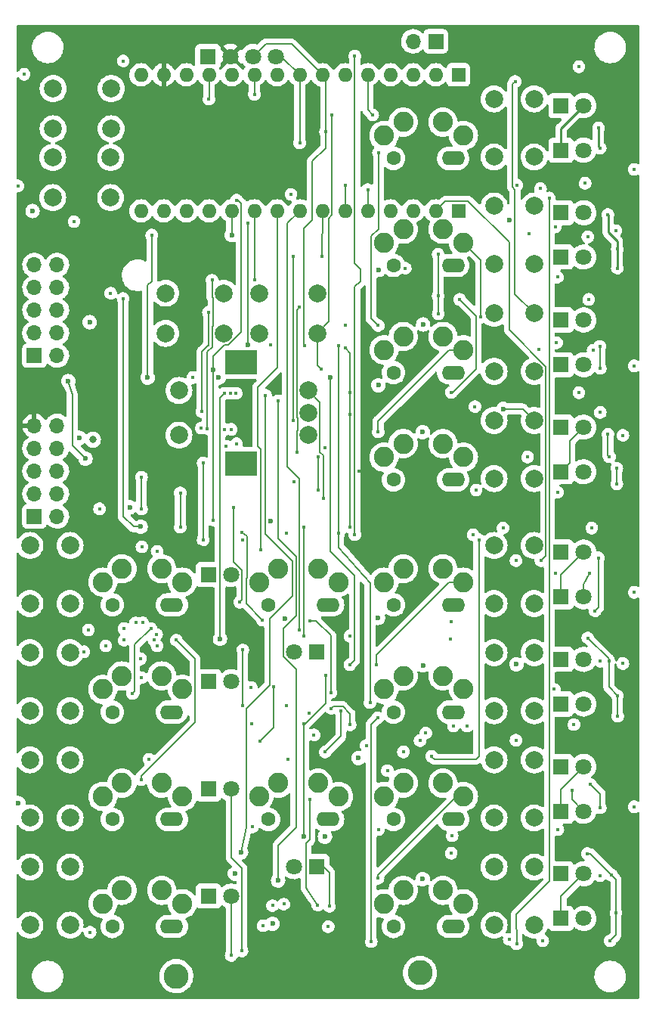
<source format=gbr>
%TF.GenerationSoftware,KiCad,Pcbnew,(6.0.1)*%
%TF.CreationDate,2022-03-20T11:31:46-07:00*%
%TF.ProjectId,main_board,6d61696e-5f62-46f6-9172-642e6b696361,2.0*%
%TF.SameCoordinates,Original*%
%TF.FileFunction,Copper,L1,Top*%
%TF.FilePolarity,Positive*%
%FSLAX46Y46*%
G04 Gerber Fmt 4.6, Leading zero omitted, Abs format (unit mm)*
G04 Created by KiCad (PCBNEW (6.0.1)) date 2022-03-20 11:31:46*
%MOMM*%
%LPD*%
G01*
G04 APERTURE LIST*
%TA.AperFunction,ComponentPad*%
%ADD10R,1.700000X1.700000*%
%TD*%
%TA.AperFunction,ComponentPad*%
%ADD11O,1.700000X1.700000*%
%TD*%
%TA.AperFunction,ComponentPad*%
%ADD12R,1.800000X1.800000*%
%TD*%
%TA.AperFunction,ComponentPad*%
%ADD13C,1.800000*%
%TD*%
%TA.AperFunction,ComponentPad*%
%ADD14C,2.000000*%
%TD*%
%TA.AperFunction,ComponentPad*%
%ADD15C,2.250000*%
%TD*%
%TA.AperFunction,ComponentPad*%
%ADD16O,2.600000X1.600000*%
%TD*%
%TA.AperFunction,ComponentPad*%
%ADD17C,1.600000*%
%TD*%
%TA.AperFunction,ComponentPad*%
%ADD18R,3.600000X2.800000*%
%TD*%
%TA.AperFunction,ComponentPad*%
%ADD19R,1.600000X1.600000*%
%TD*%
%TA.AperFunction,ComponentPad*%
%ADD20O,1.600000X1.600000*%
%TD*%
%TA.AperFunction,ComponentPad*%
%ADD21C,2.800000*%
%TD*%
%TA.AperFunction,ViaPad*%
%ADD22C,0.400000*%
%TD*%
%TA.AperFunction,ViaPad*%
%ADD23C,0.600000*%
%TD*%
%TA.AperFunction,ViaPad*%
%ADD24C,0.800000*%
%TD*%
%TA.AperFunction,Conductor*%
%ADD25C,0.200000*%
%TD*%
%TA.AperFunction,Conductor*%
%ADD26C,0.250000*%
%TD*%
G04 APERTURE END LIST*
D10*
X97475000Y-52300000D03*
D11*
X94935000Y-52300000D03*
D12*
X111500000Y-88520000D03*
D13*
X114040000Y-88520000D03*
D12*
X111500000Y-138500000D03*
D13*
X114040000Y-138500000D03*
D12*
X111500000Y-121500000D03*
D13*
X114040000Y-121500000D03*
D14*
X104000000Y-139250000D03*
X104000000Y-132750000D03*
X108500000Y-139250000D03*
X108500000Y-132750000D03*
D12*
X84140000Y-120700000D03*
D13*
X81600000Y-120700000D03*
D14*
X104000000Y-151250000D03*
X104000000Y-144750000D03*
X108500000Y-144750000D03*
X108500000Y-151250000D03*
D15*
X91670000Y-148850000D03*
X100570000Y-148850000D03*
X93820000Y-147350000D03*
X98270000Y-147350000D03*
D16*
X99410000Y-151400000D03*
D17*
X92730000Y-151400000D03*
D14*
X104000000Y-58750000D03*
X104000000Y-65250000D03*
X108500000Y-65250000D03*
X108500000Y-58750000D03*
D12*
X111500000Y-100500000D03*
D13*
X114040000Y-100500000D03*
D12*
X111500000Y-59500000D03*
D13*
X114040000Y-59500000D03*
D14*
X104000000Y-127250000D03*
X104000000Y-120750000D03*
X108500000Y-127250000D03*
X108500000Y-120750000D03*
D12*
X111500000Y-145500000D03*
D13*
X114040000Y-145500000D03*
D14*
X61100000Y-62100000D03*
X54600000Y-62100000D03*
X54600000Y-57600000D03*
X61100000Y-57600000D03*
D12*
X111500000Y-71500000D03*
D13*
X114040000Y-71500000D03*
D15*
X91670000Y-62850000D03*
X100570000Y-62850000D03*
X93820000Y-61350000D03*
X98270000Y-61350000D03*
D16*
X99410000Y-65400000D03*
D17*
X92730000Y-65400000D03*
D14*
X104000000Y-82750000D03*
X104000000Y-89250000D03*
X108500000Y-82750000D03*
X108500000Y-89250000D03*
D15*
X77670000Y-112850000D03*
X86570000Y-112850000D03*
X79820000Y-111350000D03*
X84270000Y-111350000D03*
D16*
X85410000Y-115400000D03*
D17*
X78730000Y-115400000D03*
D14*
X61050000Y-69800000D03*
X54550000Y-69800000D03*
X54550000Y-65300000D03*
X61050000Y-65300000D03*
X52000000Y-144750000D03*
X52000000Y-151250000D03*
X56500000Y-144750000D03*
X56500000Y-151250000D03*
X68700000Y-96400000D03*
X68700000Y-91400000D03*
D18*
X75700000Y-99600000D03*
X75700000Y-88200000D03*
D14*
X83200000Y-96400000D03*
X83200000Y-91400000D03*
X83200000Y-93900000D03*
D12*
X72000000Y-112000000D03*
D13*
X74540000Y-112000000D03*
D14*
X104000000Y-108750000D03*
X104000000Y-115250000D03*
X108500000Y-108750000D03*
X108500000Y-115250000D03*
X52000000Y-108750000D03*
X52000000Y-115250000D03*
X56500000Y-115250000D03*
X56500000Y-108750000D03*
D12*
X111500000Y-64500000D03*
D13*
X114040000Y-64500000D03*
D15*
X77670000Y-136850000D03*
X86570000Y-136850000D03*
X79820000Y-135350000D03*
X84270000Y-135350000D03*
D16*
X85410000Y-139400000D03*
D17*
X78730000Y-139400000D03*
D14*
X52000000Y-132750000D03*
X52000000Y-139250000D03*
X56500000Y-139250000D03*
X56500000Y-132750000D03*
D15*
X91670000Y-112850000D03*
X100570000Y-112850000D03*
X93820000Y-111350000D03*
X98270000Y-111350000D03*
D16*
X99410000Y-115400000D03*
D17*
X92730000Y-115400000D03*
D12*
X72000000Y-136000000D03*
D13*
X74540000Y-136000000D03*
D12*
X111500000Y-133500000D03*
D13*
X114040000Y-133500000D03*
D12*
X84140000Y-144700000D03*
D13*
X81600000Y-144700000D03*
D12*
X72000000Y-124000000D03*
D13*
X74540000Y-124000000D03*
D15*
X60170000Y-112850000D03*
X69070000Y-112850000D03*
X62320000Y-111350000D03*
X66770000Y-111350000D03*
D16*
X67910000Y-115400000D03*
D17*
X61230000Y-115400000D03*
D12*
X111500000Y-95500000D03*
D13*
X114040000Y-95500000D03*
D15*
X60170000Y-124850000D03*
X69070000Y-124850000D03*
X62320000Y-123350000D03*
X66770000Y-123350000D03*
D16*
X67910000Y-127400000D03*
D17*
X61230000Y-127400000D03*
D15*
X60170000Y-136850000D03*
X69070000Y-136850000D03*
X62320000Y-135350000D03*
X66770000Y-135350000D03*
D16*
X67910000Y-139400000D03*
D17*
X61230000Y-139400000D03*
D15*
X91670000Y-136850000D03*
X100570000Y-136850000D03*
X93820000Y-135350000D03*
X98270000Y-135350000D03*
D16*
X99410000Y-139400000D03*
D17*
X92730000Y-139400000D03*
D12*
X111500000Y-150500000D03*
D13*
X114040000Y-150500000D03*
D12*
X111500000Y-126500000D03*
D13*
X114040000Y-126500000D03*
D14*
X104000000Y-94750000D03*
X104000000Y-101250000D03*
X108500000Y-94750000D03*
X108500000Y-101250000D03*
D12*
X111500000Y-83500000D03*
D13*
X114040000Y-83500000D03*
D12*
X111500000Y-76450000D03*
D13*
X114040000Y-76450000D03*
D15*
X91670000Y-86850000D03*
X100570000Y-86850000D03*
X93820000Y-85350000D03*
X98270000Y-85350000D03*
D16*
X99410000Y-89400000D03*
D17*
X92730000Y-89400000D03*
D14*
X104000000Y-70750000D03*
X104000000Y-77250000D03*
X108500000Y-70750000D03*
X108500000Y-77250000D03*
D15*
X91670000Y-124850000D03*
X100570000Y-124850000D03*
X93820000Y-123350000D03*
X98270000Y-123350000D03*
D16*
X99410000Y-127400000D03*
D17*
X92730000Y-127400000D03*
D15*
X91670000Y-98850000D03*
X100570000Y-98850000D03*
X93820000Y-97350000D03*
X98270000Y-97350000D03*
D16*
X99410000Y-101400000D03*
D17*
X92730000Y-101400000D03*
D12*
X111500000Y-114500000D03*
D13*
X114040000Y-114500000D03*
D15*
X60170000Y-148850000D03*
X69070000Y-148850000D03*
X62320000Y-147350000D03*
X66770000Y-147350000D03*
D16*
X67910000Y-151400000D03*
D17*
X61230000Y-151400000D03*
D12*
X71940000Y-54000000D03*
D13*
X74480000Y-54000000D03*
X77020000Y-54000000D03*
X79560000Y-54000000D03*
D14*
X52000000Y-120750000D03*
X52000000Y-127250000D03*
X56500000Y-120750000D03*
X56500000Y-127250000D03*
D15*
X91670000Y-74850000D03*
X100570000Y-74850000D03*
X93820000Y-73350000D03*
X98270000Y-73350000D03*
D16*
X99410000Y-77400000D03*
D17*
X92730000Y-77400000D03*
D12*
X111500000Y-109500000D03*
D13*
X114040000Y-109500000D03*
D12*
X72000000Y-148000000D03*
D13*
X74540000Y-148000000D03*
D14*
X77700000Y-80500000D03*
X84200000Y-80500000D03*
X77700000Y-85000000D03*
X84200000Y-85000000D03*
X73700000Y-80500000D03*
X67200000Y-80500000D03*
X67200000Y-85000000D03*
X73700000Y-85000000D03*
D19*
X100000000Y-56060000D03*
D20*
X97460000Y-56060000D03*
X94920000Y-56060000D03*
X92380000Y-56060000D03*
X89840000Y-56060000D03*
X87300000Y-56060000D03*
X84760000Y-56060000D03*
X82220000Y-56060000D03*
X79680000Y-56060000D03*
X77140000Y-56060000D03*
X74600000Y-56060000D03*
X72060000Y-56060000D03*
X69520000Y-56060000D03*
X66980000Y-56060000D03*
X64440000Y-56060000D03*
D10*
X52500000Y-87500000D03*
D11*
X55040000Y-87500000D03*
X52500000Y-84960000D03*
X55040000Y-84960000D03*
X52500000Y-82420000D03*
X55040000Y-82420000D03*
X52500000Y-79880000D03*
X55040000Y-79880000D03*
X52500000Y-77340000D03*
X55040000Y-77340000D03*
D19*
X100000000Y-71300000D03*
D20*
X97460000Y-71300000D03*
X94920000Y-71300000D03*
X92380000Y-71300000D03*
X89840000Y-71300000D03*
X87300000Y-71300000D03*
X84760000Y-71300000D03*
X82220000Y-71300000D03*
X79680000Y-71300000D03*
X77140000Y-71300000D03*
X74600000Y-71300000D03*
X72060000Y-71300000D03*
X69520000Y-71300000D03*
X66980000Y-71300000D03*
X64440000Y-71300000D03*
D10*
X52500000Y-105500000D03*
D11*
X55040000Y-105500000D03*
X52500000Y-102960000D03*
X55040000Y-102960000D03*
X52500000Y-100420000D03*
X55040000Y-100420000D03*
X52500000Y-97880000D03*
X55040000Y-97880000D03*
X52500000Y-95340000D03*
X55040000Y-95340000D03*
D21*
X68400000Y-156950000D03*
X95700000Y-156600000D03*
D22*
X61100000Y-52050000D03*
X77650000Y-65075000D03*
X67500000Y-77350000D03*
D23*
X72550000Y-89100000D03*
D22*
X75150000Y-70100000D03*
X72550000Y-105900000D03*
X62550000Y-119350000D03*
X82200000Y-118200000D03*
X65900000Y-119350000D03*
X64400000Y-121450000D03*
X62550000Y-118050000D03*
X77900000Y-109200000D03*
X66250489Y-109399511D03*
X84750000Y-76350000D03*
X81500000Y-76400000D03*
X81500000Y-94750000D03*
D23*
X106500000Y-122050000D03*
X105700000Y-72350000D03*
D22*
X87300000Y-68400000D03*
X106550000Y-68400000D03*
X105700000Y-152850000D03*
X75750000Y-154150000D03*
X58049511Y-120650489D03*
X51350000Y-56000000D03*
D23*
X57550000Y-96700000D03*
D22*
X65345489Y-132695489D03*
X66250000Y-120000000D03*
D23*
X52300000Y-71300000D03*
X50700000Y-137600000D03*
X79912500Y-90962500D03*
D22*
X85884511Y-51325000D03*
X52350000Y-135600000D03*
X81720000Y-148870000D03*
X84350000Y-59350000D03*
X66525000Y-130475000D03*
X65800000Y-93350000D03*
X52200000Y-124700000D03*
X69000000Y-100450000D03*
X61050000Y-80500000D03*
X80725000Y-137075000D03*
X60500000Y-116750000D03*
X80500000Y-151350000D03*
X88900000Y-100450000D03*
X76425000Y-90975000D03*
X64550000Y-145300000D03*
X71362500Y-121862500D03*
X63750000Y-142650000D03*
X71400000Y-108100000D03*
X71400000Y-99512500D03*
X62449511Y-81100489D03*
X102300000Y-108100000D03*
X62449511Y-54500000D03*
X75800000Y-108100000D03*
X97006250Y-132356250D03*
D23*
X64400000Y-106650000D03*
D22*
X88400000Y-53950000D03*
X88400000Y-107550000D03*
X100960000Y-128960000D03*
X82220000Y-63680000D03*
X101650000Y-107550000D03*
X85115000Y-62435000D03*
X99450000Y-128950000D03*
X80710000Y-107410000D03*
X90098682Y-126348682D03*
X86600000Y-107400000D03*
X86600000Y-86400000D03*
X82750000Y-86400000D03*
X74550000Y-154650000D03*
X110199031Y-69850969D03*
X89850000Y-68900000D03*
X106525000Y-153350000D03*
D23*
X96050000Y-122150000D03*
D24*
X59050000Y-96900000D03*
D22*
X111150000Y-140550000D03*
X119705000Y-137995000D03*
X79180000Y-149070000D03*
D23*
X96000000Y-96050000D03*
D22*
X109200000Y-68800000D03*
X111100000Y-102800000D03*
D23*
X96000000Y-146100000D03*
D22*
X83315000Y-127535000D03*
X119705000Y-66645000D03*
X119705000Y-88645000D03*
D23*
X58700000Y-83750000D03*
D22*
X64550000Y-108900000D03*
X111100000Y-78700000D03*
D23*
X96050000Y-84000000D03*
D22*
X112950000Y-128800000D03*
D23*
X74962500Y-145487500D03*
D22*
X110900000Y-111850000D03*
D23*
X80600000Y-116950000D03*
X63175000Y-104475000D03*
D22*
X111000000Y-86050000D03*
X109450000Y-153000000D03*
X119705000Y-113995000D03*
D23*
X91000000Y-116850000D03*
D22*
X115895000Y-145705000D03*
D23*
X56300000Y-90350000D03*
D22*
X113500000Y-91650000D03*
X106450000Y-130550000D03*
X113500000Y-55150000D03*
D23*
X91050000Y-77900000D03*
D22*
X105000000Y-106800000D03*
D23*
X79180000Y-151100000D03*
D22*
X115900000Y-93850000D03*
X114200000Y-68200000D03*
D23*
X88800000Y-132550000D03*
D22*
X76800000Y-124650000D03*
D23*
X58225000Y-99025000D03*
D22*
X115895000Y-121705000D03*
X91037500Y-140550000D03*
D23*
X91037500Y-90812500D03*
D22*
X114600000Y-81200000D03*
X87850000Y-94050000D03*
X87300000Y-86650000D03*
X87850000Y-91600000D03*
X99200000Y-91600000D03*
X100150000Y-81200000D03*
X82700000Y-106700000D03*
X68850000Y-106700000D03*
X99300000Y-141250000D03*
X99200000Y-117250000D03*
X87850000Y-118900000D03*
D23*
X85050000Y-141362011D03*
D22*
X87850000Y-106700000D03*
D23*
X82700000Y-141350000D03*
D22*
X82700000Y-118900000D03*
X85150000Y-123250000D03*
X87300000Y-84050000D03*
X82700000Y-128700000D03*
X76850000Y-128700000D03*
X68850000Y-102850000D03*
X64500000Y-104650000D03*
X64500000Y-101100000D03*
X68400000Y-119350000D03*
X64500000Y-134950000D03*
X65550000Y-118050000D03*
X63500000Y-125300000D03*
X60500000Y-120000000D03*
X58745489Y-152045489D03*
X56950000Y-72500000D03*
X66200000Y-118700000D03*
X50650000Y-68500000D03*
X64650000Y-117400000D03*
X109250000Y-110450000D03*
X106450000Y-110450000D03*
X97735000Y-80815000D03*
X97740480Y-76159520D03*
X97750000Y-82800000D03*
X80750000Y-126700000D03*
X75850000Y-126700000D03*
X75850000Y-120450000D03*
X84850000Y-103450000D03*
D23*
X85650000Y-89950000D03*
D22*
X87850000Y-122100000D03*
D23*
X73150000Y-89950000D03*
D22*
X73800000Y-91700000D03*
D23*
X73300000Y-119200000D03*
D22*
X99150000Y-119200000D03*
X74450000Y-91700000D03*
D23*
X79800000Y-146250000D03*
D22*
X79800000Y-92550000D03*
X78400000Y-91950000D03*
X99200000Y-143200000D03*
X75100000Y-91700000D03*
D23*
X75650000Y-143100000D03*
D22*
X75150000Y-97350000D03*
X81900000Y-98350000D03*
X82200000Y-82100244D03*
X71999855Y-82650145D03*
X74550000Y-95750000D03*
X71275489Y-93774511D03*
X94050000Y-77700000D03*
X73825000Y-95775000D03*
X85050000Y-97800000D03*
X73950000Y-97650000D03*
X84300000Y-102550000D03*
X84300000Y-98850000D03*
X101994511Y-102550000D03*
X101850000Y-93200000D03*
X72400000Y-79050000D03*
X71875000Y-95650000D03*
X77150000Y-79050000D03*
D23*
X65200000Y-89950000D03*
X74600000Y-74000000D03*
D22*
X70250000Y-89950000D03*
X65650000Y-74000000D03*
X71200000Y-95600000D03*
X75750000Y-107300000D03*
X78065000Y-117085000D03*
X85095000Y-131855000D03*
X86850000Y-127300000D03*
X93845000Y-131855000D03*
X92050000Y-133950000D03*
X95700000Y-130600000D03*
X89675000Y-131125000D03*
X96350000Y-129750000D03*
X83825000Y-129950000D03*
X83350000Y-117200000D03*
X79335000Y-124565000D03*
X85700000Y-125200000D03*
X77800000Y-130650000D03*
X80900000Y-132700000D03*
X84250000Y-149000000D03*
X83350000Y-137200000D03*
X80450000Y-148900000D03*
X85775000Y-126975000D03*
X87875000Y-128825000D03*
X76950000Y-140250000D03*
X85550000Y-149150000D03*
X78116076Y-151316076D03*
X85425000Y-151425000D03*
X90245489Y-153095489D03*
X90955000Y-128045000D03*
X114650000Y-111900000D03*
X112700000Y-136200000D03*
X114950000Y-106800000D03*
X91050000Y-64750000D03*
X91025000Y-84125000D03*
X107950000Y-73850000D03*
X102500000Y-83200000D03*
X91025000Y-96025000D03*
X90850000Y-122100000D03*
X91000000Y-146000000D03*
X81550000Y-101600000D03*
X58550000Y-118200000D03*
X59800000Y-104650000D03*
X63850000Y-117400000D03*
X75500000Y-115100000D03*
X64500000Y-123550000D03*
X74800000Y-104500000D03*
X110850000Y-73050000D03*
X117650000Y-73500000D03*
X109000000Y-86800000D03*
X115100000Y-86900000D03*
X118435000Y-96415000D03*
X107750000Y-98850000D03*
X115895000Y-64250000D03*
X115700000Y-62000000D03*
X117800000Y-77700000D03*
X114500000Y-74200000D03*
X117800000Y-75550000D03*
X116750000Y-71700000D03*
X115900000Y-88900000D03*
X115850000Y-86450000D03*
X117750000Y-101850000D03*
X117750000Y-100100000D03*
X116921792Y-98828208D03*
X116750000Y-96300000D03*
X118435000Y-121965000D03*
X110750000Y-124850000D03*
X115310000Y-116060000D03*
X115700000Y-110150000D03*
X117850000Y-127850000D03*
X116850000Y-121700000D03*
X117800000Y-125550000D03*
X114500000Y-119100000D03*
X115895000Y-138105000D03*
X114800000Y-135500000D03*
X117165000Y-145635000D03*
X117650000Y-149900000D03*
X117000000Y-153000000D03*
X114450000Y-143250000D03*
X77150000Y-58249511D03*
X81249511Y-69450489D03*
X106350000Y-56800000D03*
X84650000Y-89000000D03*
X90400000Y-60550000D03*
D23*
X105050489Y-93450489D03*
D22*
X85859511Y-60590489D03*
X72050000Y-58750000D03*
X79000000Y-86300000D03*
D23*
X79000000Y-106000000D03*
D22*
X76400489Y-72700000D03*
D23*
X76400000Y-86300000D03*
D25*
X75699511Y-84838275D02*
X74238276Y-86299511D01*
X75150000Y-70100000D02*
X75299511Y-70100000D01*
X72550000Y-89100000D02*
X72550000Y-105900000D01*
X72550000Y-87550978D02*
X72550000Y-89100000D01*
X74238276Y-86299511D02*
X73801467Y-86299511D01*
X75299511Y-70100000D02*
X75699511Y-70500000D01*
X75699511Y-70500000D02*
X75699511Y-84838275D01*
X73801467Y-86299511D02*
X72550000Y-87550978D01*
X111500000Y-112040000D02*
X114040000Y-109500000D01*
X111500000Y-114500000D02*
X111500000Y-112040000D01*
X114040000Y-95500000D02*
X112499520Y-97040480D01*
X111500000Y-148040000D02*
X114040000Y-145500000D01*
X112499520Y-97040480D02*
X112499520Y-99500480D01*
X111500000Y-150500000D02*
X111500000Y-148040000D01*
X111500000Y-138500000D02*
X111500000Y-136040000D01*
D26*
X111500000Y-62040000D02*
X111500000Y-64500000D01*
X114040000Y-59500000D02*
X111500000Y-62040000D01*
D25*
X112499520Y-99500480D02*
X111500000Y-100500000D01*
X111500000Y-136040000D02*
X114040000Y-133500000D01*
X82200488Y-101274072D02*
X82200488Y-118199512D01*
X82220000Y-71300000D02*
X80840489Y-72679511D01*
X80840489Y-72679511D02*
X80840489Y-99914073D01*
X80840489Y-99914073D02*
X82200488Y-101274072D01*
X79680000Y-71300000D02*
X79680000Y-88870000D01*
X77550000Y-97600000D02*
X77900000Y-97950000D01*
X77900000Y-97950000D02*
X77900000Y-109200000D01*
X77550000Y-91000000D02*
X77550000Y-95950000D01*
X77550000Y-95950000D02*
X77550000Y-97600000D01*
X79680000Y-88870000D02*
X77550000Y-91000000D01*
X81500000Y-94750000D02*
X81500000Y-76400000D01*
X84760000Y-71300000D02*
X84750000Y-76350000D01*
X75739511Y-152039511D02*
X75739511Y-144889511D01*
X87300000Y-68400000D02*
X87300000Y-71300000D01*
X74540000Y-143690000D02*
X74540000Y-136000000D01*
X75750000Y-154150000D02*
X75739511Y-152039511D01*
X75739511Y-144889511D02*
X74540000Y-143690000D01*
X102300000Y-132350000D02*
X101950000Y-132700000D01*
X102300000Y-108100000D02*
X102300000Y-132350000D01*
X71400000Y-99512500D02*
X71400000Y-108100000D01*
X63600000Y-106650000D02*
X64400000Y-106650000D01*
X62449511Y-81100489D02*
X62449511Y-105499511D01*
X62449511Y-105499511D02*
X63600000Y-106650000D01*
X97300000Y-132700000D02*
X97000000Y-132400000D01*
X101950000Y-132700000D02*
X97300000Y-132700000D01*
X82220000Y-63680000D02*
X82220000Y-63730000D01*
X89049521Y-79162544D02*
X88399511Y-79812554D01*
X82220000Y-56060000D02*
X80160000Y-54000000D01*
X88399511Y-77187446D02*
X89049521Y-77837456D01*
X88399511Y-79800000D02*
X88400000Y-107550000D01*
X80160000Y-54000000D02*
X79560000Y-54000000D01*
X89049521Y-77837456D02*
X89049521Y-79162544D01*
X88400000Y-53950000D02*
X88399511Y-77187446D01*
X82220000Y-56060000D02*
X82220000Y-63680000D01*
X77020000Y-54000000D02*
X78420000Y-52600000D01*
X85115000Y-62435000D02*
X85115000Y-64270489D01*
X85115000Y-64270489D02*
X83635489Y-65750000D01*
X83635489Y-72314511D02*
X82724511Y-73225489D01*
X83635489Y-65750000D02*
X83635489Y-72314511D01*
X90098682Y-112998682D02*
X86600000Y-108950000D01*
X82724511Y-73225489D02*
X82724511Y-86400000D01*
X85115000Y-56415000D02*
X84760000Y-56060000D01*
X81300000Y-52600000D02*
X84760000Y-56060000D01*
X78420000Y-52600000D02*
X81300000Y-52600000D01*
X85115000Y-62435000D02*
X85115000Y-56415000D01*
X86600000Y-107400000D02*
X86600000Y-86400000D01*
X86600000Y-108950000D02*
X86600000Y-107400000D01*
X90098682Y-126348682D02*
X90098682Y-112998682D01*
X89840000Y-68910000D02*
X89840000Y-71300000D01*
X89850000Y-68900000D02*
X89840000Y-68910000D01*
X110199031Y-146350969D02*
X106500000Y-150050000D01*
X74540000Y-153340000D02*
X74540000Y-148000000D01*
X110199031Y-69850969D02*
X110199031Y-146350969D01*
X74550000Y-154650000D02*
X74540000Y-153340000D01*
X106500000Y-150050000D02*
X106525000Y-153350000D01*
X56300000Y-90350000D02*
X56750489Y-91850489D01*
X56750489Y-97550489D02*
X58225000Y-99025000D01*
X56750489Y-91850489D02*
X56750489Y-97550489D01*
X101994511Y-83044511D02*
X101994511Y-88969440D01*
X82700000Y-128700000D02*
X82700000Y-141350000D01*
X82700000Y-106700000D02*
X82700000Y-118900000D01*
X85150000Y-123250000D02*
X85150000Y-126406416D01*
X87300000Y-86650000D02*
X87850000Y-87200000D01*
X87850000Y-87200000D02*
X87850000Y-91600000D01*
X82856416Y-128700000D02*
X82700000Y-128700000D01*
X85150000Y-126406416D02*
X82856416Y-128700000D01*
X87850000Y-94050000D02*
X87850000Y-106700000D01*
X68850000Y-106700000D02*
X68850000Y-102825000D01*
X101994511Y-88969440D02*
X99363951Y-91600000D01*
X87850000Y-91600000D02*
X87850000Y-94050000D01*
X100150000Y-81200000D02*
X101994511Y-83044511D01*
X99363951Y-91600000D02*
X99200000Y-91600000D01*
X64500000Y-104650000D02*
X64500000Y-101100000D01*
X70494511Y-121444511D02*
X70494511Y-128555489D01*
X64500000Y-134950000D02*
X64500000Y-134550000D01*
X70494511Y-128555489D02*
X64500000Y-134550000D01*
X68400000Y-119350000D02*
X70494511Y-121444511D01*
X63744511Y-119855489D02*
X63744511Y-125055489D01*
X63744511Y-125055489D02*
X63500000Y-125300000D01*
X65550000Y-118050000D02*
X63744511Y-119855489D01*
X101099511Y-70200489D02*
X98559511Y-70200489D01*
X105700000Y-74800978D02*
X101099511Y-70200489D01*
X109250000Y-110450000D02*
X109799511Y-109950000D01*
X109799511Y-88711724D02*
X105700000Y-84612213D01*
X109799511Y-109950000D02*
X109799511Y-88711724D01*
X98559511Y-70200489D02*
X97460000Y-71300000D01*
X105700000Y-84612213D02*
X105700000Y-74800978D01*
X97735000Y-80815000D02*
X97735000Y-82785000D01*
X97740480Y-80809520D02*
X97740480Y-76159520D01*
X97735000Y-82785000D02*
X97750000Y-82800000D01*
X97735000Y-80815000D02*
X97740480Y-80809520D01*
X75850000Y-120450000D02*
X75850000Y-126700000D01*
X84850000Y-98693584D02*
X84850000Y-103450000D01*
X84499511Y-98343095D02*
X84850000Y-98693584D01*
X83200000Y-91400000D02*
X84499511Y-92699511D01*
X84499511Y-92699511D02*
X84499511Y-98343095D01*
X85650000Y-109400000D02*
X85650000Y-89950000D01*
X88349511Y-112099511D02*
X85650000Y-109400000D01*
X87850000Y-122100000D02*
X88349511Y-121600489D01*
X88349511Y-121600489D02*
X88349511Y-112099511D01*
X73300489Y-92199511D02*
X73800000Y-91700000D01*
X73300489Y-92199511D02*
X73300489Y-93599511D01*
X73300000Y-119200000D02*
X73300000Y-93600000D01*
X81800969Y-110000969D02*
X81800969Y-116600000D01*
X79800000Y-142334994D02*
X79800000Y-146250000D01*
X81800969Y-122597335D02*
X81800969Y-140334025D01*
X80400489Y-121196855D02*
X81800969Y-122597335D01*
X81800969Y-116600000D02*
X80400489Y-118000480D01*
X79800000Y-108000000D02*
X81800969Y-110000969D01*
X79800000Y-92550000D02*
X79800000Y-108000000D01*
X80400489Y-118000480D02*
X80400489Y-121196855D01*
X81800969Y-140334025D02*
X79800000Y-142334994D01*
X78850000Y-124406416D02*
X78850000Y-116933954D01*
X81401449Y-110500000D02*
X78400000Y-107498551D01*
X76245489Y-127010927D02*
X78850000Y-124406416D01*
X78400000Y-107498551D02*
X78400000Y-91950000D01*
X75650000Y-143100000D02*
X76245489Y-140295489D01*
X81401449Y-114382505D02*
X81401449Y-110500000D01*
X78850000Y-116933954D02*
X81401449Y-114382505D01*
X76245489Y-140295489D02*
X76245489Y-127010927D01*
X81900489Y-94444073D02*
X81999511Y-94543095D01*
X81900000Y-95949520D02*
X81900000Y-98350000D01*
X81900489Y-82400000D02*
X81900489Y-94444073D01*
X82200000Y-82100244D02*
X81900489Y-82399755D01*
X81999511Y-94543095D02*
X81999511Y-95850009D01*
X81999511Y-95850009D02*
X81900000Y-95949520D01*
X71275489Y-87024511D02*
X71275489Y-93774511D01*
X71999511Y-86300489D02*
X71275489Y-87024511D01*
X71999855Y-82650145D02*
X72000000Y-86350000D01*
X84300000Y-102550000D02*
X84300000Y-98850000D01*
X72500000Y-84201531D02*
X72500000Y-81049511D01*
X72400489Y-84301042D02*
X72500000Y-84201531D01*
X77150000Y-79050000D02*
X77140000Y-77610000D01*
X72400489Y-86514507D02*
X72400489Y-84301042D01*
X77140000Y-77610000D02*
X77140000Y-71300000D01*
X72400000Y-80949511D02*
X72400000Y-79050000D01*
X71875000Y-95650000D02*
X71875000Y-87039996D01*
X72500000Y-81049511D02*
X72400000Y-80949511D01*
X71875000Y-87039996D02*
X72400489Y-86514507D01*
X65649521Y-79162544D02*
X65649521Y-74000000D01*
X65200000Y-89950000D02*
X65200000Y-79612065D01*
X65200000Y-79612065D02*
X65649521Y-79162544D01*
X74600000Y-71300000D02*
X74600000Y-74000000D01*
X78065000Y-117085000D02*
X76245489Y-115265489D01*
X75750000Y-107300000D02*
X76299511Y-107699511D01*
X76299511Y-107699511D02*
X76299511Y-112400489D01*
X76245489Y-115265489D02*
X76245489Y-112400489D01*
X86850000Y-130100000D02*
X85095000Y-131855000D01*
X86850000Y-127300000D02*
X86850000Y-130100000D01*
X84056416Y-117200000D02*
X85700000Y-118843584D01*
X85700000Y-118843584D02*
X85700000Y-125100000D01*
X79335000Y-129100000D02*
X77800000Y-130650000D01*
X79335000Y-124565000D02*
X79335000Y-129100000D01*
X83350000Y-117200000D02*
X84056416Y-117200000D01*
X82940489Y-142109511D02*
X83350000Y-141700000D01*
X82940489Y-147059511D02*
X82940489Y-142109511D01*
X84250000Y-149000000D02*
X82940489Y-147059511D01*
X83350000Y-141700000D02*
X83350000Y-137200000D01*
X85949511Y-126800489D02*
X87056905Y-126800489D01*
X87056905Y-126800489D02*
X87875000Y-127618584D01*
X85775000Y-126975000D02*
X85949511Y-126800489D01*
X87875000Y-127618584D02*
X87875000Y-128825000D01*
X84900000Y-144700000D02*
X84140000Y-144700000D01*
X85550000Y-145350000D02*
X84900000Y-144700000D01*
X85550000Y-149150000D02*
X85550000Y-145350000D01*
X90245489Y-128754511D02*
X90245489Y-153095489D01*
X90955000Y-128045000D02*
X90245489Y-128754511D01*
X114040000Y-113090000D02*
X114040000Y-114500000D01*
X114650000Y-111900000D02*
X114040000Y-113090000D01*
X112700000Y-136200000D02*
X112700000Y-137160000D01*
X112700000Y-137160000D02*
X114040000Y-138500000D01*
X90239520Y-74110480D02*
X90239520Y-83339520D01*
X91050000Y-64750000D02*
X91050000Y-73300000D01*
X90239520Y-83339520D02*
X91025000Y-84125000D01*
X91050000Y-73300000D02*
X90239520Y-74110480D01*
X102500000Y-76780000D02*
X102500000Y-83200000D01*
X100570000Y-74850000D02*
X102500000Y-76780000D01*
X100570000Y-86850000D02*
X98979010Y-86850000D01*
X98979010Y-86850000D02*
X91025000Y-94804010D01*
X91025000Y-94804010D02*
X91025000Y-96025000D01*
X98979010Y-112850000D02*
X90850000Y-120979010D01*
X100570000Y-112850000D02*
X98979010Y-112850000D01*
X90850000Y-120979010D02*
X90850000Y-122100000D01*
X100570000Y-136850000D02*
X99806049Y-136850000D01*
X91000000Y-145656049D02*
X91000000Y-146000000D01*
X99806049Y-136850000D02*
X91000000Y-145656049D01*
X74800000Y-104500000D02*
X74800000Y-110563634D01*
X74800000Y-110563634D02*
X75739511Y-111503145D01*
X75739511Y-114860489D02*
X75500000Y-115100000D01*
X75739511Y-111503145D02*
X75739511Y-114860489D01*
D26*
X115700000Y-62000000D02*
X115700000Y-64055000D01*
X115700000Y-64055000D02*
X115895000Y-64250000D01*
X116800000Y-71750000D02*
X116750000Y-71700000D01*
X117800000Y-77700000D02*
X117800000Y-75550000D01*
X116800000Y-73700000D02*
X116800000Y-71750000D01*
X117800000Y-75550000D02*
X117800000Y-74700000D01*
X117800000Y-74700000D02*
X116800000Y-73700000D01*
D25*
X115850000Y-88910000D02*
X115850000Y-86450000D01*
X115900000Y-88900000D02*
X115850000Y-88910000D01*
X117750000Y-101850000D02*
X117750000Y-100100000D01*
X116750000Y-98656416D02*
X116921792Y-98828208D01*
X116750000Y-96300000D02*
X116750000Y-98656416D01*
X115700000Y-115670000D02*
X115700000Y-110150000D01*
X115310000Y-116060000D02*
X115700000Y-115670000D01*
X116850000Y-121700000D02*
X116850000Y-124600000D01*
X117800000Y-127800000D02*
X117850000Y-127850000D01*
X116850000Y-121450000D02*
X116850000Y-121700000D01*
X114500000Y-119100000D02*
X116850000Y-121450000D01*
X116850000Y-124600000D02*
X117800000Y-125550000D01*
X117800000Y-125550000D02*
X117800000Y-127800000D01*
X114800000Y-135500000D02*
X115895000Y-136595000D01*
X115895000Y-136595000D02*
X115895000Y-138105000D01*
X114780000Y-143250000D02*
X114450000Y-143250000D01*
X117650000Y-149900000D02*
X117650000Y-152350000D01*
X117650000Y-146120000D02*
X117650000Y-149900000D01*
X117165000Y-145635000D02*
X117650000Y-146120000D01*
X117165000Y-145635000D02*
X114780000Y-143250000D01*
X117650000Y-152350000D02*
X117000000Y-153000000D01*
X77140000Y-58239511D02*
X77140000Y-56060000D01*
X77150000Y-58249511D02*
X77140000Y-58239511D01*
X106050000Y-57100000D02*
X106350000Y-56800000D01*
X106050000Y-68606416D02*
X106050000Y-57100000D01*
X108500000Y-82750000D02*
X106343095Y-80593095D01*
X106343095Y-80593095D02*
X106343095Y-68899511D01*
X106343095Y-68899511D02*
X106050000Y-68606416D01*
X85449992Y-72164952D02*
X85859511Y-71755433D01*
X84650000Y-89000000D02*
X84200000Y-88550000D01*
X84200000Y-88550000D02*
X84200000Y-85000000D01*
X85499510Y-83700490D02*
X85499510Y-79913557D01*
X84200000Y-85000000D02*
X85499510Y-83700490D01*
X85449992Y-79864039D02*
X85449992Y-72164952D01*
X85859511Y-71755433D02*
X85859511Y-60590489D01*
X85859511Y-60590489D02*
X85859511Y-60559511D01*
X107200489Y-93450489D02*
X108500000Y-94750000D01*
X89840000Y-59990000D02*
X90400000Y-60550000D01*
X85499510Y-79913557D02*
X85449992Y-79864039D01*
X89840000Y-56060000D02*
X89840000Y-59990000D01*
X105050489Y-93450489D02*
X107200489Y-93450489D01*
X72060000Y-56060000D02*
X72060000Y-58740000D01*
X72060000Y-58740000D02*
X72050000Y-58750000D01*
X76400000Y-86300000D02*
X76400489Y-72700000D01*
%TA.AperFunction,Conductor*%
G36*
X120234121Y-50528002D02*
G01*
X120280614Y-50581658D01*
X120292000Y-50634000D01*
X120292000Y-65944793D01*
X120271998Y-66012914D01*
X120218342Y-66059407D01*
X120148068Y-66069511D01*
X120107041Y-66056147D01*
X119967482Y-65982254D01*
X119967479Y-65982253D01*
X119960769Y-65978700D01*
X119943196Y-65974286D01*
X119801822Y-65938775D01*
X119801818Y-65938775D01*
X119794451Y-65936924D01*
X119786852Y-65936884D01*
X119786850Y-65936884D01*
X119715394Y-65936510D01*
X119622969Y-65936026D01*
X119615589Y-65937798D01*
X119615587Y-65937798D01*
X119463602Y-65974286D01*
X119463598Y-65974287D01*
X119456223Y-65976058D01*
X119303839Y-66054709D01*
X119174615Y-66167439D01*
X119076010Y-66307739D01*
X119013718Y-66467509D01*
X119012726Y-66475042D01*
X119012726Y-66475043D01*
X118996258Y-66600135D01*
X118991335Y-66637526D01*
X118999171Y-66708500D01*
X119008542Y-66793380D01*
X119010153Y-66807975D01*
X119069085Y-66969015D01*
X119164730Y-67111349D01*
X119170346Y-67116459D01*
X119283889Y-67219775D01*
X119291565Y-67226760D01*
X119442268Y-67308585D01*
X119608139Y-67352101D01*
X119695586Y-67353474D01*
X119772003Y-67354675D01*
X119772006Y-67354675D01*
X119779602Y-67354794D01*
X119787006Y-67353098D01*
X119787008Y-67353098D01*
X119849846Y-67338706D01*
X119946759Y-67316510D01*
X120098869Y-67240006D01*
X120098871Y-67240006D01*
X120099958Y-67239459D01*
X120100049Y-67239640D01*
X120164080Y-67219775D01*
X120232498Y-67238737D01*
X120279803Y-67291678D01*
X120292000Y-67345760D01*
X120292000Y-87944793D01*
X120271998Y-88012914D01*
X120218342Y-88059407D01*
X120148068Y-88069511D01*
X120107041Y-88056147D01*
X119967482Y-87982254D01*
X119967479Y-87982253D01*
X119960769Y-87978700D01*
X119943196Y-87974286D01*
X119801822Y-87938775D01*
X119801818Y-87938775D01*
X119794451Y-87936924D01*
X119786852Y-87936884D01*
X119786850Y-87936884D01*
X119715394Y-87936510D01*
X119622969Y-87936026D01*
X119615589Y-87937798D01*
X119615587Y-87937798D01*
X119463602Y-87974286D01*
X119463598Y-87974287D01*
X119456223Y-87976058D01*
X119303839Y-88054709D01*
X119174615Y-88167439D01*
X119076010Y-88307739D01*
X119048113Y-88379292D01*
X119024009Y-88441115D01*
X119013718Y-88467509D01*
X119012726Y-88475042D01*
X119012726Y-88475043D01*
X118994086Y-88616632D01*
X118991335Y-88637526D01*
X118999696Y-88713261D01*
X119008746Y-88795229D01*
X119010153Y-88807975D01*
X119012762Y-88815106D01*
X119012763Y-88815108D01*
X119017926Y-88829217D01*
X119069085Y-88969015D01*
X119073322Y-88975321D01*
X119073324Y-88975324D01*
X119114257Y-89036237D01*
X119164730Y-89111349D01*
X119170346Y-89116459D01*
X119283889Y-89219775D01*
X119291565Y-89226760D01*
X119442268Y-89308585D01*
X119608139Y-89352101D01*
X119695586Y-89353474D01*
X119772003Y-89354675D01*
X119772006Y-89354675D01*
X119779602Y-89354794D01*
X119787006Y-89353098D01*
X119787008Y-89353098D01*
X119849846Y-89338706D01*
X119946759Y-89316510D01*
X120098869Y-89240006D01*
X120098871Y-89240006D01*
X120099958Y-89239459D01*
X120100049Y-89239640D01*
X120164080Y-89219775D01*
X120232498Y-89238737D01*
X120279803Y-89291678D01*
X120292000Y-89345760D01*
X120292000Y-113294793D01*
X120271998Y-113362914D01*
X120218342Y-113409407D01*
X120148068Y-113419511D01*
X120107041Y-113406147D01*
X119967482Y-113332254D01*
X119967479Y-113332253D01*
X119960769Y-113328700D01*
X119950080Y-113326015D01*
X119801822Y-113288775D01*
X119801818Y-113288775D01*
X119794451Y-113286924D01*
X119786852Y-113286884D01*
X119786850Y-113286884D01*
X119715394Y-113286510D01*
X119622969Y-113286026D01*
X119615589Y-113287798D01*
X119615587Y-113287798D01*
X119463602Y-113324286D01*
X119463598Y-113324287D01*
X119456223Y-113326058D01*
X119303839Y-113404709D01*
X119174615Y-113517439D01*
X119076010Y-113657739D01*
X119060315Y-113697995D01*
X119017077Y-113808894D01*
X119013718Y-113817509D01*
X119012726Y-113825042D01*
X119012726Y-113825043D01*
X118996596Y-113947568D01*
X118991335Y-113987526D01*
X119000606Y-114071498D01*
X119008898Y-114146603D01*
X119010153Y-114157975D01*
X119012762Y-114165106D01*
X119012763Y-114165108D01*
X119017050Y-114176823D01*
X119069085Y-114319015D01*
X119073322Y-114325321D01*
X119073324Y-114325324D01*
X119094492Y-114356825D01*
X119164730Y-114461349D01*
X119172881Y-114468766D01*
X119283889Y-114569775D01*
X119291565Y-114576760D01*
X119442268Y-114658585D01*
X119608139Y-114702101D01*
X119695586Y-114703474D01*
X119772003Y-114704675D01*
X119772006Y-114704675D01*
X119779602Y-114704794D01*
X119787006Y-114703098D01*
X119787008Y-114703098D01*
X119902450Y-114676658D01*
X119946759Y-114666510D01*
X120098869Y-114590006D01*
X120098871Y-114590006D01*
X120099958Y-114589459D01*
X120100049Y-114589640D01*
X120164080Y-114569775D01*
X120232498Y-114588737D01*
X120279803Y-114641678D01*
X120292000Y-114695760D01*
X120292000Y-137294793D01*
X120271998Y-137362914D01*
X120218342Y-137409407D01*
X120148068Y-137419511D01*
X120107041Y-137406147D01*
X119967482Y-137332254D01*
X119967479Y-137332253D01*
X119960769Y-137328700D01*
X119937320Y-137322810D01*
X119801822Y-137288775D01*
X119801818Y-137288775D01*
X119794451Y-137286924D01*
X119786852Y-137286884D01*
X119786850Y-137286884D01*
X119715394Y-137286510D01*
X119622969Y-137286026D01*
X119615589Y-137287798D01*
X119615587Y-137287798D01*
X119463602Y-137324286D01*
X119463598Y-137324287D01*
X119456223Y-137326058D01*
X119303839Y-137404709D01*
X119174615Y-137517439D01*
X119076010Y-137657739D01*
X119059409Y-137700318D01*
X119033123Y-137767739D01*
X119013718Y-137817509D01*
X119012726Y-137825042D01*
X119012726Y-137825043D01*
X118997541Y-137940390D01*
X118991335Y-137987526D01*
X118998216Y-138049851D01*
X119005955Y-138119947D01*
X119010153Y-138157975D01*
X119012762Y-138165106D01*
X119012763Y-138165108D01*
X119017050Y-138176823D01*
X119069085Y-138319015D01*
X119073322Y-138325321D01*
X119073324Y-138325324D01*
X119094492Y-138356825D01*
X119164730Y-138461349D01*
X119172881Y-138468766D01*
X119283889Y-138569775D01*
X119291565Y-138576760D01*
X119442268Y-138658585D01*
X119608139Y-138702101D01*
X119695586Y-138703474D01*
X119772003Y-138704675D01*
X119772006Y-138704675D01*
X119779602Y-138704794D01*
X119787006Y-138703098D01*
X119787008Y-138703098D01*
X119902450Y-138676658D01*
X119946759Y-138666510D01*
X120098869Y-138590006D01*
X120098871Y-138590006D01*
X120099958Y-138589459D01*
X120100049Y-138589640D01*
X120164080Y-138569775D01*
X120232498Y-138588737D01*
X120279803Y-138641678D01*
X120292000Y-138695760D01*
X120292000Y-159366000D01*
X120271998Y-159434121D01*
X120218342Y-159480614D01*
X120166000Y-159492000D01*
X50634000Y-159492000D01*
X50565879Y-159471998D01*
X50519386Y-159418342D01*
X50508000Y-159366000D01*
X50508000Y-157107655D01*
X52239858Y-157107655D01*
X52275104Y-157366638D01*
X52276412Y-157371124D01*
X52276412Y-157371126D01*
X52291082Y-157421457D01*
X52348243Y-157617567D01*
X52457668Y-157854928D01*
X52460231Y-157858837D01*
X52598410Y-158069596D01*
X52598414Y-158069601D01*
X52600976Y-158073509D01*
X52775018Y-158268506D01*
X52975970Y-158435637D01*
X52979973Y-158438066D01*
X53195422Y-158568804D01*
X53195426Y-158568806D01*
X53199419Y-158571229D01*
X53440455Y-158672303D01*
X53693783Y-158736641D01*
X53698434Y-158737109D01*
X53698438Y-158737110D01*
X53891308Y-158756531D01*
X53910867Y-158758500D01*
X54066354Y-158758500D01*
X54068679Y-158758327D01*
X54068685Y-158758327D01*
X54256000Y-158744407D01*
X54256004Y-158744406D01*
X54260652Y-158744061D01*
X54265200Y-158743032D01*
X54265206Y-158743031D01*
X54451601Y-158700853D01*
X54515577Y-158686377D01*
X54551769Y-158672303D01*
X54754824Y-158593340D01*
X54754827Y-158593339D01*
X54759177Y-158591647D01*
X54986098Y-158461951D01*
X55191357Y-158300138D01*
X55370443Y-158109763D01*
X55519424Y-157895009D01*
X55541284Y-157850682D01*
X55632960Y-157664781D01*
X55632961Y-157664778D01*
X55635025Y-157660593D01*
X55655019Y-157598133D01*
X55713280Y-157416123D01*
X55714707Y-157411665D01*
X55756721Y-157153693D01*
X55759387Y-156950000D01*
X55760081Y-156897022D01*
X55760081Y-156897019D01*
X55760142Y-156892345D01*
X55759809Y-156889899D01*
X66487569Y-156889899D01*
X66487744Y-156894351D01*
X66497934Y-157153693D01*
X66498180Y-157159963D01*
X66546737Y-157425837D01*
X66632272Y-157682217D01*
X66753078Y-157923987D01*
X66755607Y-157927646D01*
X66883831Y-158113171D01*
X66906744Y-158146324D01*
X66924403Y-158165427D01*
X67022451Y-158271494D01*
X67090205Y-158344790D01*
X67299799Y-158515427D01*
X67303617Y-158517726D01*
X67303619Y-158517727D01*
X67395490Y-158573038D01*
X67531346Y-158654830D01*
X67535441Y-158656564D01*
X67535443Y-158656565D01*
X67776124Y-158758480D01*
X67776131Y-158758482D01*
X67780225Y-158760216D01*
X67876358Y-158785705D01*
X68037172Y-158828345D01*
X68037177Y-158828346D01*
X68041469Y-158829484D01*
X68045878Y-158830006D01*
X68045884Y-158830007D01*
X68195210Y-158847680D01*
X68309868Y-158861251D01*
X68580064Y-158854883D01*
X68584459Y-158854151D01*
X68584464Y-158854151D01*
X68842267Y-158811241D01*
X68842271Y-158811240D01*
X68846669Y-158810508D01*
X69014959Y-158757285D01*
X69100114Y-158730354D01*
X69100116Y-158730353D01*
X69104360Y-158729011D01*
X69108371Y-158727085D01*
X69108376Y-158727083D01*
X69343979Y-158613948D01*
X69343980Y-158613947D01*
X69347998Y-158612018D01*
X69498964Y-158511146D01*
X69569013Y-158464341D01*
X69569017Y-158464338D01*
X69572721Y-158461863D01*
X69576038Y-158458892D01*
X69576042Y-158458889D01*
X69770729Y-158284512D01*
X69774045Y-158281542D01*
X69947953Y-158074654D01*
X69951108Y-158069596D01*
X70088614Y-157849111D01*
X70088615Y-157849109D01*
X70090975Y-157845325D01*
X70200258Y-157598133D01*
X70273620Y-157338008D01*
X70275093Y-157327042D01*
X70309172Y-157073324D01*
X70309173Y-157073316D01*
X70309599Y-157070142D01*
X70312046Y-156992301D01*
X70313274Y-156953222D01*
X70313274Y-156953217D01*
X70313375Y-156950000D01*
X70294287Y-156680403D01*
X70264037Y-156539899D01*
X93787569Y-156539899D01*
X93798180Y-156809963D01*
X93846737Y-157075837D01*
X93932272Y-157332217D01*
X94053078Y-157573987D01*
X94055607Y-157577646D01*
X94159563Y-157728058D01*
X94206744Y-157796324D01*
X94390205Y-157994790D01*
X94599799Y-158165427D01*
X94603617Y-158167726D01*
X94603619Y-158167727D01*
X94792665Y-158281542D01*
X94831346Y-158304830D01*
X94835441Y-158306564D01*
X94835443Y-158306565D01*
X95076124Y-158408480D01*
X95076131Y-158408482D01*
X95080225Y-158410216D01*
X95164816Y-158432645D01*
X95337172Y-158478345D01*
X95337177Y-158478346D01*
X95341469Y-158479484D01*
X95345878Y-158480006D01*
X95345884Y-158480007D01*
X95495210Y-158497680D01*
X95609868Y-158511251D01*
X95880064Y-158504883D01*
X95884459Y-158504151D01*
X95884464Y-158504151D01*
X96142267Y-158461241D01*
X96142271Y-158461240D01*
X96146669Y-158460508D01*
X96314959Y-158407285D01*
X96400114Y-158380354D01*
X96400116Y-158380353D01*
X96404360Y-158379011D01*
X96408371Y-158377085D01*
X96408376Y-158377083D01*
X96643979Y-158263948D01*
X96643980Y-158263947D01*
X96647998Y-158262018D01*
X96816244Y-158149600D01*
X96869013Y-158114341D01*
X96869017Y-158114338D01*
X96872721Y-158111863D01*
X96876038Y-158108892D01*
X96876042Y-158108889D01*
X97070729Y-157934512D01*
X97074045Y-157931542D01*
X97247953Y-157724654D01*
X97277057Y-157677988D01*
X97388614Y-157499111D01*
X97388615Y-157499109D01*
X97390975Y-157495325D01*
X97500258Y-157248133D01*
X97539876Y-157107655D01*
X115239858Y-157107655D01*
X115275104Y-157366638D01*
X115276412Y-157371124D01*
X115276412Y-157371126D01*
X115291082Y-157421457D01*
X115348243Y-157617567D01*
X115457668Y-157854928D01*
X115460231Y-157858837D01*
X115598410Y-158069596D01*
X115598414Y-158069601D01*
X115600976Y-158073509D01*
X115775018Y-158268506D01*
X115975970Y-158435637D01*
X115979973Y-158438066D01*
X116195422Y-158568804D01*
X116195426Y-158568806D01*
X116199419Y-158571229D01*
X116440455Y-158672303D01*
X116693783Y-158736641D01*
X116698434Y-158737109D01*
X116698438Y-158737110D01*
X116891308Y-158756531D01*
X116910867Y-158758500D01*
X117066354Y-158758500D01*
X117068679Y-158758327D01*
X117068685Y-158758327D01*
X117256000Y-158744407D01*
X117256004Y-158744406D01*
X117260652Y-158744061D01*
X117265200Y-158743032D01*
X117265206Y-158743031D01*
X117451601Y-158700853D01*
X117515577Y-158686377D01*
X117551769Y-158672303D01*
X117754824Y-158593340D01*
X117754827Y-158593339D01*
X117759177Y-158591647D01*
X117986098Y-158461951D01*
X118191357Y-158300138D01*
X118370443Y-158109763D01*
X118519424Y-157895009D01*
X118541284Y-157850682D01*
X118632960Y-157664781D01*
X118632961Y-157664778D01*
X118635025Y-157660593D01*
X118655019Y-157598133D01*
X118713280Y-157416123D01*
X118714707Y-157411665D01*
X118756721Y-157153693D01*
X118759387Y-156950000D01*
X118760081Y-156897022D01*
X118760081Y-156897019D01*
X118760142Y-156892345D01*
X118724896Y-156633362D01*
X118710473Y-156583877D01*
X118653068Y-156386932D01*
X118651757Y-156382433D01*
X118542332Y-156145072D01*
X118493465Y-156070537D01*
X118401590Y-155930404D01*
X118401586Y-155930399D01*
X118399024Y-155926491D01*
X118224982Y-155731494D01*
X118024030Y-155564363D01*
X117877949Y-155475719D01*
X117804578Y-155431196D01*
X117804574Y-155431194D01*
X117800581Y-155428771D01*
X117559545Y-155327697D01*
X117306217Y-155263359D01*
X117301566Y-155262891D01*
X117301562Y-155262890D01*
X117092271Y-155241816D01*
X117089133Y-155241500D01*
X116933646Y-155241500D01*
X116931321Y-155241673D01*
X116931315Y-155241673D01*
X116744000Y-155255593D01*
X116743996Y-155255594D01*
X116739348Y-155255939D01*
X116734800Y-155256968D01*
X116734794Y-155256969D01*
X116548399Y-155299147D01*
X116484423Y-155313623D01*
X116480071Y-155315315D01*
X116480069Y-155315316D01*
X116245176Y-155406660D01*
X116245173Y-155406661D01*
X116240823Y-155408353D01*
X116013902Y-155538049D01*
X115808643Y-155699862D01*
X115629557Y-155890237D01*
X115480576Y-156104991D01*
X115478510Y-156109181D01*
X115478508Y-156109184D01*
X115396508Y-156275465D01*
X115364975Y-156339407D01*
X115285293Y-156588335D01*
X115243279Y-156846307D01*
X115239858Y-157107655D01*
X97539876Y-157107655D01*
X97573620Y-156988008D01*
X97596946Y-156814343D01*
X97609172Y-156723324D01*
X97609173Y-156723316D01*
X97609599Y-156720142D01*
X97612181Y-156637993D01*
X97613274Y-156603222D01*
X97613274Y-156603217D01*
X97613375Y-156600000D01*
X97612877Y-156592959D01*
X97594602Y-156334852D01*
X97594287Y-156330403D01*
X97537402Y-156066185D01*
X97517801Y-156013053D01*
X97445397Y-155816796D01*
X97443856Y-155812619D01*
X97414510Y-155758231D01*
X97317629Y-155578678D01*
X97317629Y-155578677D01*
X97315516Y-155574762D01*
X97154942Y-155357362D01*
X97151130Y-155353489D01*
X97054759Y-155255593D01*
X96965338Y-155164756D01*
X96885165Y-155103570D01*
X96754028Y-155003489D01*
X96754024Y-155003487D01*
X96750487Y-155000787D01*
X96514675Y-154868727D01*
X96262609Y-154771210D01*
X96258284Y-154770207D01*
X96258279Y-154770206D01*
X96125924Y-154739528D01*
X95999318Y-154710182D01*
X95730054Y-154686861D01*
X95725619Y-154687105D01*
X95725615Y-154687105D01*
X95464634Y-154701468D01*
X95464627Y-154701469D01*
X95460191Y-154701713D01*
X95328622Y-154727883D01*
X95199484Y-154753570D01*
X95199479Y-154753571D01*
X95195112Y-154754440D01*
X95190909Y-154755916D01*
X94944315Y-154842513D01*
X94944312Y-154842514D01*
X94940107Y-154843991D01*
X94936154Y-154846044D01*
X94936148Y-154846047D01*
X94892488Y-154868727D01*
X94700264Y-154968580D01*
X94696649Y-154971163D01*
X94696643Y-154971167D01*
X94483990Y-155123131D01*
X94483986Y-155123134D01*
X94480369Y-155125719D01*
X94467471Y-155138023D01*
X94334878Y-155264511D01*
X94284808Y-155312275D01*
X94191059Y-155431196D01*
X94127319Y-155512050D01*
X94117485Y-155524524D01*
X94115253Y-155528366D01*
X94115250Y-155528371D01*
X93983974Y-155754377D01*
X93983971Y-155754384D01*
X93981736Y-155758231D01*
X93980062Y-155762364D01*
X93933075Y-155878371D01*
X93880272Y-156008735D01*
X93879201Y-156013048D01*
X93879199Y-156013053D01*
X93841009Y-156166796D01*
X93815116Y-156271035D01*
X93814662Y-156275463D01*
X93814662Y-156275465D01*
X93800673Y-156412004D01*
X93787569Y-156539899D01*
X70264037Y-156539899D01*
X70237402Y-156416185D01*
X70224951Y-156382433D01*
X70145397Y-156166796D01*
X70143856Y-156162619D01*
X70112762Y-156104991D01*
X70017629Y-155928678D01*
X70017629Y-155928677D01*
X70015516Y-155924762D01*
X69854942Y-155707362D01*
X69665338Y-155514756D01*
X69463809Y-155360954D01*
X69454028Y-155353489D01*
X69454024Y-155353487D01*
X69450487Y-155350787D01*
X69214675Y-155218727D01*
X68962609Y-155121210D01*
X68958284Y-155120207D01*
X68958279Y-155120206D01*
X68852748Y-155095746D01*
X68699318Y-155060182D01*
X68430054Y-155036861D01*
X68425619Y-155037105D01*
X68425615Y-155037105D01*
X68164634Y-155051468D01*
X68164627Y-155051469D01*
X68160191Y-155051713D01*
X68028622Y-155077883D01*
X67899484Y-155103570D01*
X67899479Y-155103571D01*
X67895112Y-155104440D01*
X67890909Y-155105916D01*
X67644315Y-155192513D01*
X67644312Y-155192514D01*
X67640107Y-155193991D01*
X67636154Y-155196044D01*
X67636148Y-155196047D01*
X67518870Y-155256969D01*
X67400264Y-155318580D01*
X67396649Y-155321163D01*
X67396643Y-155321167D01*
X67183990Y-155473131D01*
X67183986Y-155473134D01*
X67180369Y-155475719D01*
X66984808Y-155662275D01*
X66817485Y-155874524D01*
X66815253Y-155878366D01*
X66815250Y-155878371D01*
X66683974Y-156104377D01*
X66683971Y-156104384D01*
X66681736Y-156108231D01*
X66680062Y-156112364D01*
X66588101Y-156339407D01*
X66580272Y-156358735D01*
X66579201Y-156363048D01*
X66579199Y-156363053D01*
X66516189Y-156616714D01*
X66515116Y-156621035D01*
X66514662Y-156625463D01*
X66514662Y-156625465D01*
X66488023Y-156885467D01*
X66487569Y-156889899D01*
X55759809Y-156889899D01*
X55724896Y-156633362D01*
X55710473Y-156583877D01*
X55653068Y-156386932D01*
X55651757Y-156382433D01*
X55542332Y-156145072D01*
X55493465Y-156070537D01*
X55401590Y-155930404D01*
X55401586Y-155930399D01*
X55399024Y-155926491D01*
X55224982Y-155731494D01*
X55024030Y-155564363D01*
X54877949Y-155475719D01*
X54804578Y-155431196D01*
X54804574Y-155431194D01*
X54800581Y-155428771D01*
X54559545Y-155327697D01*
X54306217Y-155263359D01*
X54301566Y-155262891D01*
X54301562Y-155262890D01*
X54092271Y-155241816D01*
X54089133Y-155241500D01*
X53933646Y-155241500D01*
X53931321Y-155241673D01*
X53931315Y-155241673D01*
X53744000Y-155255593D01*
X53743996Y-155255594D01*
X53739348Y-155255939D01*
X53734800Y-155256968D01*
X53734794Y-155256969D01*
X53548399Y-155299147D01*
X53484423Y-155313623D01*
X53480071Y-155315315D01*
X53480069Y-155315316D01*
X53245176Y-155406660D01*
X53245173Y-155406661D01*
X53240823Y-155408353D01*
X53013902Y-155538049D01*
X52808643Y-155699862D01*
X52629557Y-155890237D01*
X52480576Y-156104991D01*
X52478510Y-156109181D01*
X52478508Y-156109184D01*
X52396508Y-156275465D01*
X52364975Y-156339407D01*
X52285293Y-156588335D01*
X52243279Y-156846307D01*
X52239858Y-157107655D01*
X50508000Y-157107655D01*
X50508000Y-152149130D01*
X50528002Y-152081009D01*
X50581658Y-152034516D01*
X50651932Y-152024412D01*
X50716512Y-152053906D01*
X50741432Y-152083294D01*
X50775824Y-152139416D01*
X50868732Y-152248197D01*
X50915700Y-152303189D01*
X50930031Y-152319969D01*
X50933787Y-152323177D01*
X50946108Y-152333700D01*
X51110584Y-152474176D01*
X51114792Y-152476755D01*
X51114798Y-152476759D01*
X51213956Y-152537523D01*
X51313037Y-152598240D01*
X51317607Y-152600133D01*
X51317611Y-152600135D01*
X51510528Y-152680043D01*
X51532406Y-152689105D01*
X51600492Y-152705451D01*
X51758476Y-152743380D01*
X51758482Y-152743381D01*
X51763289Y-152744535D01*
X52000000Y-152763165D01*
X52236711Y-152744535D01*
X52241518Y-152743381D01*
X52241524Y-152743380D01*
X52399508Y-152705451D01*
X52467594Y-152689105D01*
X52489472Y-152680043D01*
X52682389Y-152600135D01*
X52682393Y-152600133D01*
X52686963Y-152598240D01*
X52786044Y-152537523D01*
X52885202Y-152476759D01*
X52885208Y-152476755D01*
X52889416Y-152474176D01*
X53053892Y-152333700D01*
X53066213Y-152323177D01*
X53069969Y-152319969D01*
X53084301Y-152303189D01*
X53131268Y-152248197D01*
X53224176Y-152139416D01*
X53226755Y-152135208D01*
X53226759Y-152135202D01*
X53345654Y-151941183D01*
X53348240Y-151936963D01*
X53357774Y-151913947D01*
X53437211Y-151722167D01*
X53437212Y-151722165D01*
X53439105Y-151717594D01*
X53484511Y-151528464D01*
X53493380Y-151491524D01*
X53493381Y-151491518D01*
X53494535Y-151486711D01*
X53513165Y-151250000D01*
X54986835Y-151250000D01*
X55005465Y-151486711D01*
X55006619Y-151491518D01*
X55006620Y-151491524D01*
X55015489Y-151528464D01*
X55060895Y-151717594D01*
X55062788Y-151722165D01*
X55062789Y-151722167D01*
X55142227Y-151913947D01*
X55151760Y-151936963D01*
X55154346Y-151941183D01*
X55273241Y-152135202D01*
X55273245Y-152135208D01*
X55275824Y-152139416D01*
X55368732Y-152248197D01*
X55415700Y-152303189D01*
X55430031Y-152319969D01*
X55433787Y-152323177D01*
X55446108Y-152333700D01*
X55610584Y-152474176D01*
X55614792Y-152476755D01*
X55614798Y-152476759D01*
X55713956Y-152537523D01*
X55813037Y-152598240D01*
X55817607Y-152600133D01*
X55817611Y-152600135D01*
X56010528Y-152680043D01*
X56032406Y-152689105D01*
X56100492Y-152705451D01*
X56258476Y-152743380D01*
X56258482Y-152743381D01*
X56263289Y-152744535D01*
X56500000Y-152763165D01*
X56736711Y-152744535D01*
X56741518Y-152743381D01*
X56741524Y-152743380D01*
X56899508Y-152705451D01*
X56967594Y-152689105D01*
X56989472Y-152680043D01*
X57182389Y-152600135D01*
X57182393Y-152600133D01*
X57186963Y-152598240D01*
X57286044Y-152537523D01*
X57385202Y-152476759D01*
X57385208Y-152476755D01*
X57389416Y-152474176D01*
X57553892Y-152333700D01*
X57566213Y-152323177D01*
X57569969Y-152319969D01*
X57584301Y-152303189D01*
X57631268Y-152248197D01*
X57724176Y-152139416D01*
X57726758Y-152135202D01*
X57726765Y-152135193D01*
X57802059Y-152012325D01*
X57854706Y-151964694D01*
X57924748Y-151953087D01*
X57989945Y-151981190D01*
X58029599Y-152040081D01*
X58034729Y-152064331D01*
X58036571Y-152081009D01*
X58047698Y-152181795D01*
X58050642Y-152208464D01*
X58053251Y-152215595D01*
X58053252Y-152215597D01*
X58062105Y-152239789D01*
X58109574Y-152369504D01*
X58113811Y-152375810D01*
X58113813Y-152375813D01*
X58136354Y-152409357D01*
X58205219Y-152511838D01*
X58236003Y-152539849D01*
X58300174Y-152598240D01*
X58332054Y-152627249D01*
X58482757Y-152709074D01*
X58648628Y-152752590D01*
X58736075Y-152753963D01*
X58812492Y-152755164D01*
X58812495Y-152755164D01*
X58820091Y-152755283D01*
X58827495Y-152753587D01*
X58827497Y-152753587D01*
X58930779Y-152729932D01*
X58987248Y-152716999D01*
X59140447Y-152639948D01*
X59146218Y-152635019D01*
X59146221Y-152635017D01*
X59265067Y-152533512D01*
X59270844Y-152528578D01*
X59356514Y-152409357D01*
X59366481Y-152395487D01*
X59366482Y-152395486D01*
X59370913Y-152389319D01*
X59434874Y-152230209D01*
X59441869Y-152181058D01*
X59458455Y-152064520D01*
X59458455Y-152064516D01*
X59459036Y-152060436D01*
X59459193Y-152045489D01*
X59448011Y-151953087D01*
X59439504Y-151882788D01*
X59439503Y-151882785D01*
X59438591Y-151875247D01*
X59430475Y-151853767D01*
X59380660Y-151721936D01*
X59377976Y-151714833D01*
X59305734Y-151609720D01*
X59285148Y-151579767D01*
X59285147Y-151579765D01*
X59280846Y-151573508D01*
X59275175Y-151568455D01*
X59158482Y-151464485D01*
X59158479Y-151464483D01*
X59152810Y-151459432D01*
X59144814Y-151455198D01*
X59040563Y-151400000D01*
X59001258Y-151379189D01*
X58983685Y-151374775D01*
X58842311Y-151339264D01*
X58842307Y-151339264D01*
X58834940Y-151337413D01*
X58827341Y-151337373D01*
X58827339Y-151337373D01*
X58755883Y-151336999D01*
X58663458Y-151336515D01*
X58656078Y-151338287D01*
X58656076Y-151338287D01*
X58504091Y-151374775D01*
X58504087Y-151374776D01*
X58496712Y-151376547D01*
X58344328Y-151455198D01*
X58338609Y-151460187D01*
X58320954Y-151475589D01*
X58215104Y-151567928D01*
X58213141Y-151570722D01*
X58154209Y-151607026D01*
X58083225Y-151605672D01*
X58024242Y-151566157D01*
X57995985Y-151501026D01*
X57995410Y-151475589D01*
X57995701Y-151471902D01*
X58013165Y-151250000D01*
X57994535Y-151013289D01*
X57987959Y-150985895D01*
X57953891Y-150843996D01*
X57939105Y-150782406D01*
X57929286Y-150758700D01*
X57850135Y-150567611D01*
X57850133Y-150567607D01*
X57848240Y-150563037D01*
X57809611Y-150500000D01*
X57726759Y-150364798D01*
X57726755Y-150364792D01*
X57724176Y-150360584D01*
X57569969Y-150180031D01*
X57389416Y-150025824D01*
X57385208Y-150023245D01*
X57385202Y-150023241D01*
X57191183Y-149904346D01*
X57186963Y-149901760D01*
X57182393Y-149899867D01*
X57182389Y-149899865D01*
X56972167Y-149812789D01*
X56972165Y-149812788D01*
X56967594Y-149810895D01*
X56838049Y-149779794D01*
X56741524Y-149756620D01*
X56741518Y-149756619D01*
X56736711Y-149755465D01*
X56500000Y-149736835D01*
X56263289Y-149755465D01*
X56258482Y-149756619D01*
X56258476Y-149756620D01*
X56161951Y-149779794D01*
X56032406Y-149810895D01*
X56027835Y-149812788D01*
X56027833Y-149812789D01*
X55817611Y-149899865D01*
X55817607Y-149899867D01*
X55813037Y-149901760D01*
X55808817Y-149904346D01*
X55614798Y-150023241D01*
X55614792Y-150023245D01*
X55610584Y-150025824D01*
X55430031Y-150180031D01*
X55275824Y-150360584D01*
X55273245Y-150364792D01*
X55273241Y-150364798D01*
X55190389Y-150500000D01*
X55151760Y-150563037D01*
X55149867Y-150567607D01*
X55149865Y-150567611D01*
X55070714Y-150758700D01*
X55060895Y-150782406D01*
X55046109Y-150843996D01*
X55012042Y-150985895D01*
X55005465Y-151013289D01*
X54986835Y-151250000D01*
X53513165Y-151250000D01*
X53494535Y-151013289D01*
X53487959Y-150985895D01*
X53453891Y-150843996D01*
X53439105Y-150782406D01*
X53429286Y-150758700D01*
X53350135Y-150567611D01*
X53350133Y-150567607D01*
X53348240Y-150563037D01*
X53309611Y-150500000D01*
X53226759Y-150364798D01*
X53226755Y-150364792D01*
X53224176Y-150360584D01*
X53069969Y-150180031D01*
X52889416Y-150025824D01*
X52885208Y-150023245D01*
X52885202Y-150023241D01*
X52691183Y-149904346D01*
X52686963Y-149901760D01*
X52682393Y-149899867D01*
X52682389Y-149899865D01*
X52472167Y-149812789D01*
X52472165Y-149812788D01*
X52467594Y-149810895D01*
X52338049Y-149779794D01*
X52241524Y-149756620D01*
X52241518Y-149756619D01*
X52236711Y-149755465D01*
X52000000Y-149736835D01*
X51763289Y-149755465D01*
X51758482Y-149756619D01*
X51758476Y-149756620D01*
X51661951Y-149779794D01*
X51532406Y-149810895D01*
X51527835Y-149812788D01*
X51527833Y-149812789D01*
X51317611Y-149899865D01*
X51317607Y-149899867D01*
X51313037Y-149901760D01*
X51308817Y-149904346D01*
X51114798Y-150023241D01*
X51114792Y-150023245D01*
X51110584Y-150025824D01*
X50930031Y-150180031D01*
X50775824Y-150360584D01*
X50746550Y-150408355D01*
X50741433Y-150416705D01*
X50688785Y-150464336D01*
X50618744Y-150475943D01*
X50553546Y-150447840D01*
X50513892Y-150388950D01*
X50508000Y-150350870D01*
X50508000Y-148850000D01*
X58531449Y-148850000D01*
X58551622Y-149106326D01*
X58552776Y-149111133D01*
X58552777Y-149111139D01*
X58582028Y-149232975D01*
X58611645Y-149356340D01*
X58613538Y-149360911D01*
X58613539Y-149360913D01*
X58707461Y-149587660D01*
X58710040Y-149593887D01*
X58844384Y-149813116D01*
X59011369Y-150008631D01*
X59206884Y-150175616D01*
X59318199Y-150243830D01*
X59418137Y-150305072D01*
X59426113Y-150309960D01*
X59430683Y-150311853D01*
X59430687Y-150311855D01*
X59659087Y-150406461D01*
X59663660Y-150408355D01*
X59709137Y-150419273D01*
X59908861Y-150467223D01*
X59908867Y-150467224D01*
X59913674Y-150468378D01*
X59987336Y-150474175D01*
X60045779Y-150478775D01*
X60112120Y-150504061D01*
X60154260Y-150561199D01*
X60158819Y-150632049D01*
X60139106Y-150676658D01*
X60095634Y-150738742D01*
X60095633Y-150738744D01*
X60092477Y-150743251D01*
X60090154Y-150748233D01*
X60090151Y-150748238D01*
X60049513Y-150835388D01*
X59995716Y-150950757D01*
X59994294Y-150956065D01*
X59994293Y-150956067D01*
X59937881Y-151166598D01*
X59936457Y-151171913D01*
X59916502Y-151400000D01*
X59936457Y-151628087D01*
X59937881Y-151633400D01*
X59937881Y-151633402D01*
X59992527Y-151837340D01*
X59995716Y-151849243D01*
X59998039Y-151854224D01*
X59998039Y-151854225D01*
X60090151Y-152051762D01*
X60090154Y-152051767D01*
X60092477Y-152056749D01*
X60143889Y-152130173D01*
X60218868Y-152237253D01*
X60223802Y-152244300D01*
X60385700Y-152406198D01*
X60390208Y-152409355D01*
X60390211Y-152409357D01*
X60396761Y-152413943D01*
X60573251Y-152537523D01*
X60578233Y-152539846D01*
X60578238Y-152539849D01*
X60765670Y-152627249D01*
X60780757Y-152634284D01*
X60786065Y-152635706D01*
X60786067Y-152635707D01*
X60996598Y-152692119D01*
X60996600Y-152692119D01*
X61001913Y-152693543D01*
X61230000Y-152713498D01*
X61458087Y-152693543D01*
X61463400Y-152692119D01*
X61463402Y-152692119D01*
X61673933Y-152635707D01*
X61673935Y-152635706D01*
X61679243Y-152634284D01*
X61694330Y-152627249D01*
X61881762Y-152539849D01*
X61881767Y-152539846D01*
X61886749Y-152537523D01*
X62063239Y-152413943D01*
X62069789Y-152409357D01*
X62069792Y-152409355D01*
X62074300Y-152406198D01*
X62236198Y-152244300D01*
X62241133Y-152237253D01*
X62316111Y-152130173D01*
X62367523Y-152056749D01*
X62369846Y-152051767D01*
X62369849Y-152051762D01*
X62461961Y-151854225D01*
X62461961Y-151854224D01*
X62464284Y-151849243D01*
X62467474Y-151837340D01*
X62522119Y-151633402D01*
X62522119Y-151633400D01*
X62523543Y-151628087D01*
X62543498Y-151400000D01*
X62523543Y-151171913D01*
X62522119Y-151166598D01*
X62465707Y-150956067D01*
X62465706Y-150956065D01*
X62464284Y-150950757D01*
X62410487Y-150835388D01*
X62369849Y-150748238D01*
X62369846Y-150748233D01*
X62367523Y-150743251D01*
X62289658Y-150632049D01*
X62239357Y-150560211D01*
X62239355Y-150560208D01*
X62236198Y-150555700D01*
X62074300Y-150393802D01*
X62069792Y-150390645D01*
X62069789Y-150390643D01*
X61957268Y-150311855D01*
X61886749Y-150262477D01*
X61881767Y-150260154D01*
X61881762Y-150260151D01*
X61684225Y-150168039D01*
X61684224Y-150168039D01*
X61679243Y-150165716D01*
X61673935Y-150164294D01*
X61673933Y-150164293D01*
X61620798Y-150150056D01*
X61477640Y-150111696D01*
X61417018Y-150074745D01*
X61385997Y-150010885D01*
X61394425Y-149940390D01*
X61414441Y-149908160D01*
X61425129Y-149895646D01*
X61495616Y-149813116D01*
X61629960Y-149593887D01*
X61632540Y-149587660D01*
X61726461Y-149360913D01*
X61726462Y-149360911D01*
X61728355Y-149356340D01*
X61757972Y-149232975D01*
X61787223Y-149111139D01*
X61787224Y-149111133D01*
X61788378Y-149106326D01*
X61792564Y-149053141D01*
X61817850Y-148986800D01*
X61874988Y-148944661D01*
X61947590Y-148940509D01*
X62058861Y-148967223D01*
X62058867Y-148967224D01*
X62063674Y-148968378D01*
X62320000Y-148988551D01*
X62576326Y-148968378D01*
X62581133Y-148967224D01*
X62581139Y-148967223D01*
X62798882Y-148914947D01*
X62826340Y-148908355D01*
X62830913Y-148906461D01*
X63059313Y-148811855D01*
X63059317Y-148811853D01*
X63063887Y-148809960D01*
X63283116Y-148675616D01*
X63478631Y-148508631D01*
X63645616Y-148313116D01*
X63779960Y-148093887D01*
X63782343Y-148088136D01*
X63876461Y-147860913D01*
X63876462Y-147860911D01*
X63878355Y-147856340D01*
X63917961Y-147691369D01*
X63937223Y-147611139D01*
X63937224Y-147611133D01*
X63938378Y-147606326D01*
X63958551Y-147350000D01*
X63938378Y-147093674D01*
X63930896Y-147062507D01*
X63889348Y-146889448D01*
X63878355Y-146843660D01*
X63875737Y-146837340D01*
X63781855Y-146610687D01*
X63781853Y-146610683D01*
X63779960Y-146606113D01*
X63645616Y-146386884D01*
X63478631Y-146191369D01*
X63283116Y-146024384D01*
X63063887Y-145890040D01*
X63059317Y-145888147D01*
X63059313Y-145888145D01*
X62830913Y-145793539D01*
X62830911Y-145793538D01*
X62826340Y-145791645D01*
X62739498Y-145770796D01*
X62581139Y-145732777D01*
X62581133Y-145732776D01*
X62576326Y-145731622D01*
X62320000Y-145711449D01*
X62063674Y-145731622D01*
X62058867Y-145732776D01*
X62058861Y-145732777D01*
X61900502Y-145770796D01*
X61813660Y-145791645D01*
X61809089Y-145793538D01*
X61809087Y-145793539D01*
X61580687Y-145888145D01*
X61580683Y-145888147D01*
X61576113Y-145890040D01*
X61356884Y-146024384D01*
X61161369Y-146191369D01*
X60994384Y-146386884D01*
X60860040Y-146606113D01*
X60858147Y-146610683D01*
X60858145Y-146610687D01*
X60764263Y-146837340D01*
X60761645Y-146843660D01*
X60750652Y-146889448D01*
X60709105Y-147062507D01*
X60701622Y-147093674D01*
X60700294Y-147110550D01*
X60697436Y-147146859D01*
X60672150Y-147213200D01*
X60615012Y-147255339D01*
X60542410Y-147259491D01*
X60431139Y-147232777D01*
X60431133Y-147232776D01*
X60426326Y-147231622D01*
X60170000Y-147211449D01*
X59913674Y-147231622D01*
X59908867Y-147232776D01*
X59908861Y-147232777D01*
X59750502Y-147270796D01*
X59663660Y-147291645D01*
X59659089Y-147293538D01*
X59659087Y-147293539D01*
X59430687Y-147388145D01*
X59430683Y-147388147D01*
X59426113Y-147390040D01*
X59206884Y-147524384D01*
X59011369Y-147691369D01*
X58844384Y-147886884D01*
X58710040Y-148106113D01*
X58708147Y-148110683D01*
X58708145Y-148110687D01*
X58613539Y-148339087D01*
X58611645Y-148343660D01*
X58595626Y-148410386D01*
X58553117Y-148587447D01*
X58551622Y-148593674D01*
X58531449Y-148850000D01*
X50508000Y-148850000D01*
X50508000Y-145649130D01*
X50528002Y-145581009D01*
X50581658Y-145534516D01*
X50651932Y-145524412D01*
X50716512Y-145553906D01*
X50741432Y-145583294D01*
X50775824Y-145639416D01*
X50930031Y-145819969D01*
X51110584Y-145974176D01*
X51114792Y-145976755D01*
X51114798Y-145976759D01*
X51277959Y-146076744D01*
X51313037Y-146098240D01*
X51317607Y-146100133D01*
X51317611Y-146100135D01*
X51527833Y-146187211D01*
X51532406Y-146189105D01*
X51584639Y-146201645D01*
X51758476Y-146243380D01*
X51758482Y-146243381D01*
X51763289Y-146244535D01*
X52000000Y-146263165D01*
X52236711Y-146244535D01*
X52241518Y-146243381D01*
X52241524Y-146243380D01*
X52415361Y-146201645D01*
X52467594Y-146189105D01*
X52472167Y-146187211D01*
X52682389Y-146100135D01*
X52682393Y-146100133D01*
X52686963Y-146098240D01*
X52722041Y-146076744D01*
X52885202Y-145976759D01*
X52885208Y-145976755D01*
X52889416Y-145974176D01*
X53069969Y-145819969D01*
X53224176Y-145639416D01*
X53226755Y-145635208D01*
X53226759Y-145635202D01*
X53345654Y-145441183D01*
X53348240Y-145436963D01*
X53367743Y-145389880D01*
X53437211Y-145222167D01*
X53437212Y-145222165D01*
X53439105Y-145217594D01*
X53462580Y-145119812D01*
X53493380Y-144991524D01*
X53493381Y-144991518D01*
X53494535Y-144986711D01*
X53513165Y-144750000D01*
X54986835Y-144750000D01*
X55005465Y-144986711D01*
X55006619Y-144991518D01*
X55006620Y-144991524D01*
X55037420Y-145119812D01*
X55060895Y-145217594D01*
X55062788Y-145222165D01*
X55062789Y-145222167D01*
X55132258Y-145389880D01*
X55151760Y-145436963D01*
X55154346Y-145441183D01*
X55273241Y-145635202D01*
X55273245Y-145635208D01*
X55275824Y-145639416D01*
X55430031Y-145819969D01*
X55610584Y-145974176D01*
X55614792Y-145976755D01*
X55614798Y-145976759D01*
X55777959Y-146076744D01*
X55813037Y-146098240D01*
X55817607Y-146100133D01*
X55817611Y-146100135D01*
X56027833Y-146187211D01*
X56032406Y-146189105D01*
X56084639Y-146201645D01*
X56258476Y-146243380D01*
X56258482Y-146243381D01*
X56263289Y-146244535D01*
X56500000Y-146263165D01*
X56736711Y-146244535D01*
X56741518Y-146243381D01*
X56741524Y-146243380D01*
X56915361Y-146201645D01*
X56967594Y-146189105D01*
X56972167Y-146187211D01*
X57182389Y-146100135D01*
X57182393Y-146100133D01*
X57186963Y-146098240D01*
X57222041Y-146076744D01*
X57385202Y-145976759D01*
X57385208Y-145976755D01*
X57389416Y-145974176D01*
X57569969Y-145819969D01*
X57724176Y-145639416D01*
X57726755Y-145635208D01*
X57726759Y-145635202D01*
X57845654Y-145441183D01*
X57848240Y-145436963D01*
X57867743Y-145389880D01*
X57937211Y-145222167D01*
X57937212Y-145222165D01*
X57939105Y-145217594D01*
X57962580Y-145119812D01*
X57993380Y-144991524D01*
X57993381Y-144991518D01*
X57994535Y-144986711D01*
X58013165Y-144750000D01*
X57994535Y-144513289D01*
X57988330Y-144487440D01*
X57940260Y-144287218D01*
X57939105Y-144282406D01*
X57920189Y-144236739D01*
X57850135Y-144067611D01*
X57850133Y-144067607D01*
X57848240Y-144063037D01*
X57834312Y-144040309D01*
X57726759Y-143864798D01*
X57726755Y-143864792D01*
X57724176Y-143860584D01*
X57569969Y-143680031D01*
X57559933Y-143671459D01*
X57437485Y-143566879D01*
X57389416Y-143525824D01*
X57385208Y-143523245D01*
X57385202Y-143523241D01*
X57191183Y-143404346D01*
X57186963Y-143401760D01*
X57182393Y-143399867D01*
X57182389Y-143399865D01*
X56972167Y-143312789D01*
X56972165Y-143312788D01*
X56967594Y-143310895D01*
X56884305Y-143290899D01*
X56741524Y-143256620D01*
X56741518Y-143256619D01*
X56736711Y-143255465D01*
X56500000Y-143236835D01*
X56263289Y-143255465D01*
X56258482Y-143256619D01*
X56258476Y-143256620D01*
X56115695Y-143290899D01*
X56032406Y-143310895D01*
X56027835Y-143312788D01*
X56027833Y-143312789D01*
X55817611Y-143399865D01*
X55817607Y-143399867D01*
X55813037Y-143401760D01*
X55808817Y-143404346D01*
X55614798Y-143523241D01*
X55614792Y-143523245D01*
X55610584Y-143525824D01*
X55562515Y-143566879D01*
X55440068Y-143671459D01*
X55430031Y-143680031D01*
X55275824Y-143860584D01*
X55273245Y-143864792D01*
X55273241Y-143864798D01*
X55165688Y-144040309D01*
X55151760Y-144063037D01*
X55149867Y-144067607D01*
X55149865Y-144067611D01*
X55079811Y-144236739D01*
X55060895Y-144282406D01*
X55059740Y-144287218D01*
X55011671Y-144487440D01*
X55005465Y-144513289D01*
X54986835Y-144750000D01*
X53513165Y-144750000D01*
X53494535Y-144513289D01*
X53488330Y-144487440D01*
X53440260Y-144287218D01*
X53439105Y-144282406D01*
X53420189Y-144236739D01*
X53350135Y-144067611D01*
X53350133Y-144067607D01*
X53348240Y-144063037D01*
X53334312Y-144040309D01*
X53226759Y-143864798D01*
X53226755Y-143864792D01*
X53224176Y-143860584D01*
X53069969Y-143680031D01*
X53059933Y-143671459D01*
X52937485Y-143566879D01*
X52889416Y-143525824D01*
X52885208Y-143523245D01*
X52885202Y-143523241D01*
X52691183Y-143404346D01*
X52686963Y-143401760D01*
X52682393Y-143399867D01*
X52682389Y-143399865D01*
X52472167Y-143312789D01*
X52472165Y-143312788D01*
X52467594Y-143310895D01*
X52384305Y-143290899D01*
X52241524Y-143256620D01*
X52241518Y-143256619D01*
X52236711Y-143255465D01*
X52000000Y-143236835D01*
X51763289Y-143255465D01*
X51758482Y-143256619D01*
X51758476Y-143256620D01*
X51615695Y-143290899D01*
X51532406Y-143310895D01*
X51527835Y-143312788D01*
X51527833Y-143312789D01*
X51317611Y-143399865D01*
X51317607Y-143399867D01*
X51313037Y-143401760D01*
X51308817Y-143404346D01*
X51114798Y-143523241D01*
X51114792Y-143523245D01*
X51110584Y-143525824D01*
X51062515Y-143566879D01*
X50940068Y-143671459D01*
X50930031Y-143680031D01*
X50775824Y-143860584D01*
X50749858Y-143902957D01*
X50741433Y-143916705D01*
X50688785Y-143964336D01*
X50618744Y-143975943D01*
X50553546Y-143947840D01*
X50513892Y-143888950D01*
X50508000Y-143850870D01*
X50508000Y-140149130D01*
X50528002Y-140081009D01*
X50581658Y-140034516D01*
X50651932Y-140024412D01*
X50716512Y-140053906D01*
X50741432Y-140083294D01*
X50775824Y-140139416D01*
X50930031Y-140319969D01*
X51110584Y-140474176D01*
X51114792Y-140476755D01*
X51114798Y-140476759D01*
X51251978Y-140560823D01*
X51313037Y-140598240D01*
X51317607Y-140600133D01*
X51317611Y-140600135D01*
X51527833Y-140687211D01*
X51532406Y-140689105D01*
X51596477Y-140704487D01*
X51758476Y-140743380D01*
X51758482Y-140743381D01*
X51763289Y-140744535D01*
X52000000Y-140763165D01*
X52236711Y-140744535D01*
X52241518Y-140743381D01*
X52241524Y-140743380D01*
X52403523Y-140704487D01*
X52467594Y-140689105D01*
X52472167Y-140687211D01*
X52682389Y-140600135D01*
X52682393Y-140600133D01*
X52686963Y-140598240D01*
X52748022Y-140560823D01*
X52885202Y-140476759D01*
X52885208Y-140476755D01*
X52889416Y-140474176D01*
X53069969Y-140319969D01*
X53224176Y-140139416D01*
X53226755Y-140135208D01*
X53226759Y-140135202D01*
X53345654Y-139941183D01*
X53348240Y-139936963D01*
X53358712Y-139911683D01*
X53437211Y-139722167D01*
X53437212Y-139722165D01*
X53439105Y-139717594D01*
X53479695Y-139548525D01*
X53493380Y-139491524D01*
X53493381Y-139491518D01*
X53494535Y-139486711D01*
X53513165Y-139250000D01*
X54986835Y-139250000D01*
X55005465Y-139486711D01*
X55006619Y-139491518D01*
X55006620Y-139491524D01*
X55020305Y-139548525D01*
X55060895Y-139717594D01*
X55062788Y-139722165D01*
X55062789Y-139722167D01*
X55141289Y-139911683D01*
X55151760Y-139936963D01*
X55154346Y-139941183D01*
X55273241Y-140135202D01*
X55273245Y-140135208D01*
X55275824Y-140139416D01*
X55430031Y-140319969D01*
X55610584Y-140474176D01*
X55614792Y-140476755D01*
X55614798Y-140476759D01*
X55751978Y-140560823D01*
X55813037Y-140598240D01*
X55817607Y-140600133D01*
X55817611Y-140600135D01*
X56027833Y-140687211D01*
X56032406Y-140689105D01*
X56096477Y-140704487D01*
X56258476Y-140743380D01*
X56258482Y-140743381D01*
X56263289Y-140744535D01*
X56500000Y-140763165D01*
X56736711Y-140744535D01*
X56741518Y-140743381D01*
X56741524Y-140743380D01*
X56903523Y-140704487D01*
X56967594Y-140689105D01*
X56972167Y-140687211D01*
X57182389Y-140600135D01*
X57182393Y-140600133D01*
X57186963Y-140598240D01*
X57248022Y-140560823D01*
X57385202Y-140476759D01*
X57385208Y-140476755D01*
X57389416Y-140474176D01*
X57569969Y-140319969D01*
X57724176Y-140139416D01*
X57726755Y-140135208D01*
X57726759Y-140135202D01*
X57845654Y-139941183D01*
X57848240Y-139936963D01*
X57858712Y-139911683D01*
X57937211Y-139722167D01*
X57937212Y-139722165D01*
X57939105Y-139717594D01*
X57979695Y-139548525D01*
X57993380Y-139491524D01*
X57993381Y-139491518D01*
X57994535Y-139486711D01*
X58013165Y-139250000D01*
X57994535Y-139013289D01*
X57980798Y-138956067D01*
X57948704Y-138822388D01*
X57939105Y-138782406D01*
X57922887Y-138743251D01*
X57850135Y-138567611D01*
X57850133Y-138567607D01*
X57848240Y-138563037D01*
X57796184Y-138478089D01*
X57726759Y-138364798D01*
X57726755Y-138364792D01*
X57724176Y-138360584D01*
X57569969Y-138180031D01*
X57389416Y-138025824D01*
X57385208Y-138023245D01*
X57385202Y-138023241D01*
X57191183Y-137904346D01*
X57186963Y-137901760D01*
X57182393Y-137899867D01*
X57182389Y-137899865D01*
X56972167Y-137812789D01*
X56972165Y-137812788D01*
X56967594Y-137810895D01*
X56834796Y-137779013D01*
X56741524Y-137756620D01*
X56741518Y-137756619D01*
X56736711Y-137755465D01*
X56500000Y-137736835D01*
X56263289Y-137755465D01*
X56258482Y-137756619D01*
X56258476Y-137756620D01*
X56165204Y-137779013D01*
X56032406Y-137810895D01*
X56027835Y-137812788D01*
X56027833Y-137812789D01*
X55817611Y-137899865D01*
X55817607Y-137899867D01*
X55813037Y-137901760D01*
X55808817Y-137904346D01*
X55614798Y-138023241D01*
X55614792Y-138023245D01*
X55610584Y-138025824D01*
X55430031Y-138180031D01*
X55275824Y-138360584D01*
X55273245Y-138364792D01*
X55273241Y-138364798D01*
X55203816Y-138478089D01*
X55151760Y-138563037D01*
X55149867Y-138567607D01*
X55149865Y-138567611D01*
X55077113Y-138743251D01*
X55060895Y-138782406D01*
X55051296Y-138822388D01*
X55019203Y-138956067D01*
X55005465Y-139013289D01*
X54986835Y-139250000D01*
X53513165Y-139250000D01*
X53494535Y-139013289D01*
X53480798Y-138956067D01*
X53448704Y-138822388D01*
X53439105Y-138782406D01*
X53422887Y-138743251D01*
X53350135Y-138567611D01*
X53350133Y-138567607D01*
X53348240Y-138563037D01*
X53296184Y-138478089D01*
X53226759Y-138364798D01*
X53226755Y-138364792D01*
X53224176Y-138360584D01*
X53069969Y-138180031D01*
X52889416Y-138025824D01*
X52885208Y-138023245D01*
X52885202Y-138023241D01*
X52691183Y-137904346D01*
X52686963Y-137901760D01*
X52682393Y-137899867D01*
X52682389Y-137899865D01*
X52472167Y-137812789D01*
X52472165Y-137812788D01*
X52467594Y-137810895D01*
X52334796Y-137779013D01*
X52241524Y-137756620D01*
X52241518Y-137756619D01*
X52236711Y-137755465D01*
X52000000Y-137736835D01*
X51763289Y-137755465D01*
X51758482Y-137756619D01*
X51758476Y-137756620D01*
X51665204Y-137779013D01*
X51594296Y-137775466D01*
X51536562Y-137734146D01*
X51510332Y-137668172D01*
X51511017Y-137638955D01*
X51512747Y-137626647D01*
X51512747Y-137626642D01*
X51513299Y-137622717D01*
X51513616Y-137600000D01*
X51493397Y-137419745D01*
X51489797Y-137409407D01*
X51436064Y-137255106D01*
X51436062Y-137255103D01*
X51433745Y-137248448D01*
X51413633Y-137216262D01*
X51341359Y-137100598D01*
X51337626Y-137094624D01*
X51324274Y-137081178D01*
X51214778Y-136970915D01*
X51214774Y-136970912D01*
X51209815Y-136965918D01*
X51176627Y-136944856D01*
X51116125Y-136906461D01*
X51056666Y-136868727D01*
X51020253Y-136855761D01*
X51004074Y-136850000D01*
X58531449Y-136850000D01*
X58551622Y-137106326D01*
X58552776Y-137111133D01*
X58552777Y-137111139D01*
X58578015Y-137216262D01*
X58611645Y-137356340D01*
X58613538Y-137360911D01*
X58613539Y-137360913D01*
X58689306Y-137543830D01*
X58710040Y-137593887D01*
X58712626Y-137598107D01*
X58713786Y-137600000D01*
X58844384Y-137813116D01*
X59011369Y-138008631D01*
X59206884Y-138175616D01*
X59426113Y-138309960D01*
X59430683Y-138311853D01*
X59430687Y-138311855D01*
X59659087Y-138406461D01*
X59663660Y-138408355D01*
X59709137Y-138419273D01*
X59908861Y-138467223D01*
X59908867Y-138467224D01*
X59913674Y-138468378D01*
X59987336Y-138474175D01*
X60045779Y-138478775D01*
X60112120Y-138504061D01*
X60154260Y-138561199D01*
X60158819Y-138632049D01*
X60139106Y-138676658D01*
X60095634Y-138738742D01*
X60095633Y-138738744D01*
X60092477Y-138743251D01*
X60090154Y-138748233D01*
X60090151Y-138748238D01*
X60059116Y-138814794D01*
X59995716Y-138950757D01*
X59936457Y-139171913D01*
X59916502Y-139400000D01*
X59936457Y-139628087D01*
X59937881Y-139633400D01*
X59937881Y-139633402D01*
X59960441Y-139717594D01*
X59995716Y-139849243D01*
X59998039Y-139854224D01*
X59998039Y-139854225D01*
X60090151Y-140051762D01*
X60090154Y-140051767D01*
X60092477Y-140056749D01*
X60147411Y-140135202D01*
X60206328Y-140219344D01*
X60223802Y-140244300D01*
X60385700Y-140406198D01*
X60390208Y-140409355D01*
X60390211Y-140409357D01*
X60446059Y-140448462D01*
X60573251Y-140537523D01*
X60578233Y-140539846D01*
X60578238Y-140539849D01*
X60735576Y-140613216D01*
X60780757Y-140634284D01*
X60786065Y-140635706D01*
X60786067Y-140635707D01*
X60996598Y-140692119D01*
X60996600Y-140692119D01*
X61001913Y-140693543D01*
X61230000Y-140713498D01*
X61458087Y-140693543D01*
X61463400Y-140692119D01*
X61463402Y-140692119D01*
X61673933Y-140635707D01*
X61673935Y-140635706D01*
X61679243Y-140634284D01*
X61724424Y-140613216D01*
X61881762Y-140539849D01*
X61881767Y-140539846D01*
X61886749Y-140537523D01*
X62013941Y-140448462D01*
X62069789Y-140409357D01*
X62069792Y-140409355D01*
X62074300Y-140406198D01*
X62236198Y-140244300D01*
X62253673Y-140219344D01*
X62312589Y-140135202D01*
X62367523Y-140056749D01*
X62369846Y-140051767D01*
X62369849Y-140051762D01*
X62461961Y-139854225D01*
X62461961Y-139854224D01*
X62464284Y-139849243D01*
X62499560Y-139717594D01*
X62522119Y-139633402D01*
X62522119Y-139633400D01*
X62523543Y-139628087D01*
X62543498Y-139400000D01*
X62523543Y-139171913D01*
X62464284Y-138950757D01*
X62400884Y-138814794D01*
X62369849Y-138748238D01*
X62369846Y-138748233D01*
X62367523Y-138743251D01*
X62260784Y-138590812D01*
X62239357Y-138560211D01*
X62239355Y-138560208D01*
X62236198Y-138555700D01*
X62074300Y-138393802D01*
X62069792Y-138390645D01*
X62069789Y-138390643D01*
X61983229Y-138330033D01*
X61886749Y-138262477D01*
X61881767Y-138260154D01*
X61881762Y-138260151D01*
X61684225Y-138168039D01*
X61684224Y-138168039D01*
X61679243Y-138165716D01*
X61673935Y-138164294D01*
X61673933Y-138164293D01*
X61620798Y-138150056D01*
X61477640Y-138111696D01*
X61417018Y-138074745D01*
X61385997Y-138010885D01*
X61394425Y-137940390D01*
X61414441Y-137908160D01*
X61492400Y-137816881D01*
X61495616Y-137813116D01*
X61626214Y-137600000D01*
X61627374Y-137598107D01*
X61629960Y-137593887D01*
X61650695Y-137543830D01*
X61726461Y-137360913D01*
X61726462Y-137360911D01*
X61728355Y-137356340D01*
X61761985Y-137216262D01*
X61787223Y-137111139D01*
X61787224Y-137111133D01*
X61788378Y-137106326D01*
X61792564Y-137053141D01*
X61817850Y-136986800D01*
X61874988Y-136944661D01*
X61947590Y-136940509D01*
X62058861Y-136967223D01*
X62058867Y-136967224D01*
X62063674Y-136968378D01*
X62320000Y-136988551D01*
X62576326Y-136968378D01*
X62581133Y-136967224D01*
X62581139Y-136967223D01*
X62794475Y-136916005D01*
X62826340Y-136908355D01*
X62830913Y-136906461D01*
X63059313Y-136811855D01*
X63059317Y-136811853D01*
X63063887Y-136809960D01*
X63283116Y-136675616D01*
X63478631Y-136508631D01*
X63645616Y-136313116D01*
X63779960Y-136093887D01*
X63784984Y-136081760D01*
X63876461Y-135860913D01*
X63876462Y-135860911D01*
X63878355Y-135856340D01*
X63932971Y-135628848D01*
X63968323Y-135567279D01*
X64031350Y-135534596D01*
X64102041Y-135541177D01*
X64115609Y-135547530D01*
X64237268Y-135613585D01*
X64403139Y-135657101D01*
X64490586Y-135658474D01*
X64567003Y-135659675D01*
X64567006Y-135659675D01*
X64574602Y-135659794D01*
X64582006Y-135658098D01*
X64582008Y-135658098D01*
X64670087Y-135637925D01*
X64741759Y-135621510D01*
X64894958Y-135544459D01*
X64900731Y-135539528D01*
X64900736Y-135539525D01*
X64942854Y-135503553D01*
X65007644Y-135474522D01*
X65077844Y-135485127D01*
X65131166Y-135532002D01*
X65150296Y-135589478D01*
X65151622Y-135606326D01*
X65152776Y-135611133D01*
X65152777Y-135611139D01*
X65190796Y-135769498D01*
X65211645Y-135856340D01*
X65213538Y-135860911D01*
X65213539Y-135860913D01*
X65305017Y-136081760D01*
X65310040Y-136093887D01*
X65444384Y-136313116D01*
X65611369Y-136508631D01*
X65806884Y-136675616D01*
X66026113Y-136809960D01*
X66030683Y-136811853D01*
X66030687Y-136811855D01*
X66259087Y-136906461D01*
X66263660Y-136908355D01*
X66295525Y-136916005D01*
X66508861Y-136967223D01*
X66508867Y-136967224D01*
X66513674Y-136968378D01*
X66770000Y-136988551D01*
X67026326Y-136968378D01*
X67031133Y-136967224D01*
X67031139Y-136967223D01*
X67151333Y-136938367D01*
X67276340Y-136908355D01*
X67280224Y-136906746D01*
X67350984Y-136904723D01*
X67411783Y-136941383D01*
X67443110Y-137005095D01*
X67444568Y-137016698D01*
X67451622Y-137106326D01*
X67452776Y-137111133D01*
X67452777Y-137111139D01*
X67478015Y-137216262D01*
X67511645Y-137356340D01*
X67513538Y-137360911D01*
X67513539Y-137360913D01*
X67589306Y-137543830D01*
X67610040Y-137593887D01*
X67612626Y-137598107D01*
X67613786Y-137600000D01*
X67744384Y-137813116D01*
X67804644Y-137883672D01*
X67833674Y-137948459D01*
X67823069Y-138018659D01*
X67776194Y-138071982D01*
X67708832Y-138091500D01*
X67352873Y-138091500D01*
X67350156Y-138091738D01*
X67350149Y-138091738D01*
X67281480Y-138097746D01*
X67181913Y-138106457D01*
X67176600Y-138107881D01*
X67176598Y-138107881D01*
X66966067Y-138164293D01*
X66966065Y-138164294D01*
X66960757Y-138165716D01*
X66955776Y-138168039D01*
X66955775Y-138168039D01*
X66758238Y-138260151D01*
X66758233Y-138260154D01*
X66753251Y-138262477D01*
X66656771Y-138330033D01*
X66570211Y-138390643D01*
X66570208Y-138390645D01*
X66565700Y-138393802D01*
X66403802Y-138555700D01*
X66400645Y-138560208D01*
X66400643Y-138560211D01*
X66379216Y-138590812D01*
X66272477Y-138743251D01*
X66270154Y-138748233D01*
X66270151Y-138748238D01*
X66239116Y-138814794D01*
X66175716Y-138950757D01*
X66116457Y-139171913D01*
X66096502Y-139400000D01*
X66116457Y-139628087D01*
X66117881Y-139633400D01*
X66117881Y-139633402D01*
X66140441Y-139717594D01*
X66175716Y-139849243D01*
X66178039Y-139854224D01*
X66178039Y-139854225D01*
X66270151Y-140051762D01*
X66270154Y-140051767D01*
X66272477Y-140056749D01*
X66327411Y-140135202D01*
X66386328Y-140219344D01*
X66403802Y-140244300D01*
X66565700Y-140406198D01*
X66570208Y-140409355D01*
X66570211Y-140409357D01*
X66626059Y-140448462D01*
X66753251Y-140537523D01*
X66758233Y-140539846D01*
X66758238Y-140539849D01*
X66915576Y-140613216D01*
X66960757Y-140634284D01*
X66966065Y-140635706D01*
X66966067Y-140635707D01*
X67176598Y-140692119D01*
X67176600Y-140692119D01*
X67181913Y-140693543D01*
X67281480Y-140702254D01*
X67350149Y-140708262D01*
X67350156Y-140708262D01*
X67352873Y-140708500D01*
X68467127Y-140708500D01*
X68469844Y-140708262D01*
X68469851Y-140708262D01*
X68538520Y-140702254D01*
X68638087Y-140693543D01*
X68643400Y-140692119D01*
X68643402Y-140692119D01*
X68853933Y-140635707D01*
X68853935Y-140635706D01*
X68859243Y-140634284D01*
X68904424Y-140613216D01*
X69061762Y-140539849D01*
X69061767Y-140539846D01*
X69066749Y-140537523D01*
X69193941Y-140448462D01*
X69249789Y-140409357D01*
X69249792Y-140409355D01*
X69254300Y-140406198D01*
X69416198Y-140244300D01*
X69433673Y-140219344D01*
X69492589Y-140135202D01*
X69547523Y-140056749D01*
X69549846Y-140051767D01*
X69549849Y-140051762D01*
X69641961Y-139854225D01*
X69641961Y-139854224D01*
X69644284Y-139849243D01*
X69679560Y-139717594D01*
X69702119Y-139633402D01*
X69702119Y-139633400D01*
X69703543Y-139628087D01*
X69723498Y-139400000D01*
X69703543Y-139171913D01*
X69644284Y-138950757D01*
X69580884Y-138814794D01*
X69549849Y-138748238D01*
X69549846Y-138748233D01*
X69547523Y-138743251D01*
X69457064Y-138614062D01*
X69434376Y-138546789D01*
X69451661Y-138477929D01*
X69503430Y-138429344D01*
X69530863Y-138419273D01*
X69533957Y-138418530D01*
X69576340Y-138408355D01*
X69580913Y-138406461D01*
X69809313Y-138311855D01*
X69809317Y-138311853D01*
X69813887Y-138309960D01*
X70033116Y-138175616D01*
X70228631Y-138008631D01*
X70395616Y-137813116D01*
X70526214Y-137600000D01*
X70527374Y-137598107D01*
X70529960Y-137593887D01*
X70553613Y-137536785D01*
X70606566Y-137408943D01*
X70621346Y-137373262D01*
X70665893Y-137317982D01*
X70733257Y-137295561D01*
X70802048Y-137313119D01*
X70813318Y-137320654D01*
X70846109Y-137345230D01*
X70846112Y-137345232D01*
X70853295Y-137350615D01*
X70989684Y-137401745D01*
X71051866Y-137408500D01*
X72948134Y-137408500D01*
X73010316Y-137401745D01*
X73146705Y-137350615D01*
X73263261Y-137263261D01*
X73350615Y-137146705D01*
X73375180Y-137081178D01*
X73417822Y-137024414D01*
X73484383Y-136999714D01*
X73553732Y-137014921D01*
X73573647Y-137028464D01*
X73719162Y-137149273D01*
X73729349Y-137157730D01*
X73788612Y-137192360D01*
X73869070Y-137239376D01*
X73917794Y-137291014D01*
X73931500Y-137348164D01*
X73931500Y-143641864D01*
X73930422Y-143658307D01*
X73926250Y-143690000D01*
X73931500Y-143729880D01*
X73931500Y-143729885D01*
X73940163Y-143795687D01*
X73947162Y-143848851D01*
X74008476Y-143996876D01*
X74013503Y-144003427D01*
X74013504Y-144003429D01*
X74081520Y-144092069D01*
X74081526Y-144092075D01*
X74106013Y-144123987D01*
X74112568Y-144129017D01*
X74131379Y-144143452D01*
X74143770Y-144154319D01*
X74580463Y-144591012D01*
X74614489Y-144653324D01*
X74609424Y-144724139D01*
X74566877Y-144780975D01*
X74557390Y-144787424D01*
X74467595Y-144842666D01*
X74467592Y-144842668D01*
X74461588Y-144846362D01*
X74456553Y-144851293D01*
X74456550Y-144851295D01*
X74349070Y-144956548D01*
X74331993Y-144973271D01*
X74233735Y-145125738D01*
X74231326Y-145132358D01*
X74231324Y-145132361D01*
X74175257Y-145286404D01*
X74171697Y-145296185D01*
X74148963Y-145476140D01*
X74166663Y-145656660D01*
X74223918Y-145828773D01*
X74227565Y-145834795D01*
X74227566Y-145834797D01*
X74313541Y-145976759D01*
X74317880Y-145983924D01*
X74322769Y-145988987D01*
X74322770Y-145988988D01*
X74354457Y-146021800D01*
X74443882Y-146114402D01*
X74465429Y-146128502D01*
X74564028Y-146193023D01*
X74595659Y-146213722D01*
X74602263Y-146216178D01*
X74602265Y-146216179D01*
X74759058Y-146274490D01*
X74759060Y-146274490D01*
X74765668Y-146276948D01*
X74839204Y-146286760D01*
X74938480Y-146300007D01*
X74938484Y-146300007D01*
X74945461Y-146300938D01*
X74952472Y-146300300D01*
X74952477Y-146300300D01*
X74993592Y-146296558D01*
X75063245Y-146310304D01*
X75114409Y-146359525D01*
X75131011Y-146422039D01*
X75131011Y-146536717D01*
X75111009Y-146604838D01*
X75057353Y-146651331D01*
X74987079Y-146661435D01*
X74962951Y-146655490D01*
X74905903Y-146635288D01*
X74905899Y-146635287D01*
X74901028Y-146633562D01*
X74895935Y-146632655D01*
X74895932Y-146632654D01*
X74678095Y-146593851D01*
X74678089Y-146593850D01*
X74673006Y-146592945D01*
X74600096Y-146592054D01*
X74446581Y-146590179D01*
X74446579Y-146590179D01*
X74441411Y-146590116D01*
X74212464Y-146625150D01*
X73992314Y-146697106D01*
X73987726Y-146699494D01*
X73987722Y-146699496D01*
X73796638Y-146798968D01*
X73786872Y-146804052D01*
X73782739Y-146807155D01*
X73782736Y-146807157D01*
X73634319Y-146918592D01*
X73601655Y-146943117D01*
X73584170Y-146961414D01*
X73522646Y-146996844D01*
X73451733Y-146993387D01*
X73393947Y-146952141D01*
X73375094Y-146918592D01*
X73353768Y-146861705D01*
X73353767Y-146861703D01*
X73350615Y-146853295D01*
X73263261Y-146736739D01*
X73146705Y-146649385D01*
X73010316Y-146598255D01*
X72948134Y-146591500D01*
X71051866Y-146591500D01*
X70989684Y-146598255D01*
X70853295Y-146649385D01*
X70736739Y-146736739D01*
X70649385Y-146853295D01*
X70598255Y-146989684D01*
X70591500Y-147051866D01*
X70591500Y-147774697D01*
X70571498Y-147842818D01*
X70517842Y-147889311D01*
X70447568Y-147899415D01*
X70382988Y-147869921D01*
X70369689Y-147856527D01*
X70231844Y-147695131D01*
X70228631Y-147691369D01*
X70033116Y-147524384D01*
X69813887Y-147390040D01*
X69809317Y-147388147D01*
X69809313Y-147388145D01*
X69580913Y-147293539D01*
X69580911Y-147293538D01*
X69576340Y-147291645D01*
X69489498Y-147270796D01*
X69331139Y-147232777D01*
X69331133Y-147232776D01*
X69326326Y-147231622D01*
X69070000Y-147211449D01*
X68813674Y-147231622D01*
X68808867Y-147232776D01*
X68808861Y-147232777D01*
X68697720Y-147259460D01*
X68563660Y-147291645D01*
X68559776Y-147293254D01*
X68489016Y-147295277D01*
X68428217Y-147258617D01*
X68396890Y-147194905D01*
X68395432Y-147183302D01*
X68389706Y-147110550D01*
X68388378Y-147093674D01*
X68380896Y-147062507D01*
X68339348Y-146889448D01*
X68328355Y-146843660D01*
X68325737Y-146837340D01*
X68231855Y-146610687D01*
X68231853Y-146610683D01*
X68229960Y-146606113D01*
X68095616Y-146386884D01*
X67928631Y-146191369D01*
X67733116Y-146024384D01*
X67513887Y-145890040D01*
X67509317Y-145888147D01*
X67509313Y-145888145D01*
X67280913Y-145793539D01*
X67280911Y-145793538D01*
X67276340Y-145791645D01*
X67189498Y-145770796D01*
X67031139Y-145732777D01*
X67031133Y-145732776D01*
X67026326Y-145731622D01*
X66770000Y-145711449D01*
X66513674Y-145731622D01*
X66508867Y-145732776D01*
X66508861Y-145732777D01*
X66350502Y-145770796D01*
X66263660Y-145791645D01*
X66259089Y-145793538D01*
X66259087Y-145793539D01*
X66030687Y-145888145D01*
X66030683Y-145888147D01*
X66026113Y-145890040D01*
X65806884Y-146024384D01*
X65611369Y-146191369D01*
X65444384Y-146386884D01*
X65310040Y-146606113D01*
X65308147Y-146610683D01*
X65308145Y-146610687D01*
X65214263Y-146837340D01*
X65211645Y-146843660D01*
X65200652Y-146889448D01*
X65159105Y-147062507D01*
X65151622Y-147093674D01*
X65131449Y-147350000D01*
X65151622Y-147606326D01*
X65152776Y-147611133D01*
X65152777Y-147611139D01*
X65172039Y-147691369D01*
X65211645Y-147856340D01*
X65213538Y-147860911D01*
X65213539Y-147860913D01*
X65307658Y-148088136D01*
X65310040Y-148093887D01*
X65444384Y-148313116D01*
X65611369Y-148508631D01*
X65806884Y-148675616D01*
X66026113Y-148809960D01*
X66030683Y-148811853D01*
X66030687Y-148811855D01*
X66259087Y-148906461D01*
X66263660Y-148908355D01*
X66291118Y-148914947D01*
X66508861Y-148967223D01*
X66508867Y-148967224D01*
X66513674Y-148968378D01*
X66770000Y-148988551D01*
X67026326Y-148968378D01*
X67031133Y-148967224D01*
X67031139Y-148967223D01*
X67151333Y-148938367D01*
X67276340Y-148908355D01*
X67280224Y-148906746D01*
X67350984Y-148904723D01*
X67411783Y-148941383D01*
X67443110Y-149005095D01*
X67444568Y-149016698D01*
X67451622Y-149106326D01*
X67452776Y-149111133D01*
X67452777Y-149111139D01*
X67482028Y-149232975D01*
X67511645Y-149356340D01*
X67513538Y-149360911D01*
X67513539Y-149360913D01*
X67607461Y-149587660D01*
X67610040Y-149593887D01*
X67744384Y-149813116D01*
X67804644Y-149883672D01*
X67833674Y-149948459D01*
X67823069Y-150018659D01*
X67776194Y-150071982D01*
X67708832Y-150091500D01*
X67352873Y-150091500D01*
X67350156Y-150091738D01*
X67350149Y-150091738D01*
X67281480Y-150097746D01*
X67181913Y-150106457D01*
X67176600Y-150107881D01*
X67176598Y-150107881D01*
X66966067Y-150164293D01*
X66966065Y-150164294D01*
X66960757Y-150165716D01*
X66955776Y-150168039D01*
X66955775Y-150168039D01*
X66758238Y-150260151D01*
X66758233Y-150260154D01*
X66753251Y-150262477D01*
X66682732Y-150311855D01*
X66570211Y-150390643D01*
X66570208Y-150390645D01*
X66565700Y-150393802D01*
X66403802Y-150555700D01*
X66400645Y-150560208D01*
X66400643Y-150560211D01*
X66350342Y-150632049D01*
X66272477Y-150743251D01*
X66270154Y-150748233D01*
X66270151Y-150748238D01*
X66229513Y-150835388D01*
X66175716Y-150950757D01*
X66174294Y-150956065D01*
X66174293Y-150956067D01*
X66117881Y-151166598D01*
X66116457Y-151171913D01*
X66096502Y-151400000D01*
X66116457Y-151628087D01*
X66117881Y-151633400D01*
X66117881Y-151633402D01*
X66172527Y-151837340D01*
X66175716Y-151849243D01*
X66178039Y-151854224D01*
X66178039Y-151854225D01*
X66270151Y-152051762D01*
X66270154Y-152051767D01*
X66272477Y-152056749D01*
X66323889Y-152130173D01*
X66398868Y-152237253D01*
X66403802Y-152244300D01*
X66565700Y-152406198D01*
X66570208Y-152409355D01*
X66570211Y-152409357D01*
X66576761Y-152413943D01*
X66753251Y-152537523D01*
X66758233Y-152539846D01*
X66758238Y-152539849D01*
X66945670Y-152627249D01*
X66960757Y-152634284D01*
X66966065Y-152635706D01*
X66966067Y-152635707D01*
X67176598Y-152692119D01*
X67176600Y-152692119D01*
X67181913Y-152693543D01*
X67281480Y-152702254D01*
X67350149Y-152708262D01*
X67350156Y-152708262D01*
X67352873Y-152708500D01*
X68467127Y-152708500D01*
X68469844Y-152708262D01*
X68469851Y-152708262D01*
X68538520Y-152702254D01*
X68638087Y-152693543D01*
X68643400Y-152692119D01*
X68643402Y-152692119D01*
X68853933Y-152635707D01*
X68853935Y-152635706D01*
X68859243Y-152634284D01*
X68874330Y-152627249D01*
X69061762Y-152539849D01*
X69061767Y-152539846D01*
X69066749Y-152537523D01*
X69243239Y-152413943D01*
X69249789Y-152409357D01*
X69249792Y-152409355D01*
X69254300Y-152406198D01*
X69416198Y-152244300D01*
X69421133Y-152237253D01*
X69496111Y-152130173D01*
X69547523Y-152056749D01*
X69549846Y-152051767D01*
X69549849Y-152051762D01*
X69641961Y-151854225D01*
X69641961Y-151854224D01*
X69644284Y-151849243D01*
X69647474Y-151837340D01*
X69702119Y-151633402D01*
X69702119Y-151633400D01*
X69703543Y-151628087D01*
X69723498Y-151400000D01*
X69703543Y-151171913D01*
X69702119Y-151166598D01*
X69645707Y-150956067D01*
X69645706Y-150956065D01*
X69644284Y-150950757D01*
X69590487Y-150835388D01*
X69549849Y-150748238D01*
X69549846Y-150748233D01*
X69547523Y-150743251D01*
X69457064Y-150614062D01*
X69434376Y-150546789D01*
X69451661Y-150477929D01*
X69503430Y-150429344D01*
X69530863Y-150419273D01*
X69541559Y-150416705D01*
X69576340Y-150408355D01*
X69580913Y-150406461D01*
X69809313Y-150311855D01*
X69809317Y-150311853D01*
X69813887Y-150309960D01*
X69821864Y-150305072D01*
X69921801Y-150243830D01*
X70033116Y-150175616D01*
X70228631Y-150008631D01*
X70395616Y-149813116D01*
X70529960Y-149593887D01*
X70532540Y-149587660D01*
X70588673Y-149452141D01*
X70621346Y-149373262D01*
X70665893Y-149317982D01*
X70733257Y-149295561D01*
X70802048Y-149313119D01*
X70813318Y-149320654D01*
X70846109Y-149345230D01*
X70846112Y-149345232D01*
X70853295Y-149350615D01*
X70989684Y-149401745D01*
X71051866Y-149408500D01*
X72948134Y-149408500D01*
X73010316Y-149401745D01*
X73146705Y-149350615D01*
X73263261Y-149263261D01*
X73350615Y-149146705D01*
X73375180Y-149081178D01*
X73417822Y-149024414D01*
X73484383Y-148999714D01*
X73553732Y-149014921D01*
X73573647Y-149028464D01*
X73673230Y-149111139D01*
X73729349Y-149157730D01*
X73815282Y-149207945D01*
X73869070Y-149239376D01*
X73917794Y-149291014D01*
X73931500Y-149348164D01*
X73931500Y-153300831D01*
X73931439Y-153302935D01*
X73931213Y-153304761D01*
X73931496Y-153341834D01*
X73931500Y-153342796D01*
X73931500Y-153379885D01*
X73931739Y-153381701D01*
X73931816Y-153383813D01*
X73938425Y-154249573D01*
X73923794Y-154308778D01*
X73921010Y-154312739D01*
X73918251Y-154319814D01*
X73918250Y-154319817D01*
X73861478Y-154465429D01*
X73858718Y-154472509D01*
X73857726Y-154480042D01*
X73857726Y-154480043D01*
X73838390Y-154626919D01*
X73836335Y-154642526D01*
X73845744Y-154727751D01*
X73851774Y-154782366D01*
X73855153Y-154812975D01*
X73857762Y-154820106D01*
X73857763Y-154820108D01*
X73872243Y-154859675D01*
X73914085Y-154974015D01*
X73918322Y-154980321D01*
X73918324Y-154980324D01*
X73956316Y-155036861D01*
X74009730Y-155116349D01*
X74136565Y-155231760D01*
X74287268Y-155313585D01*
X74453139Y-155357101D01*
X74540586Y-155358474D01*
X74617003Y-155359675D01*
X74617006Y-155359675D01*
X74624602Y-155359794D01*
X74632006Y-155358098D01*
X74632008Y-155358098D01*
X74694846Y-155343706D01*
X74791759Y-155321510D01*
X74944958Y-155244459D01*
X74950729Y-155239530D01*
X74950732Y-155239528D01*
X75069578Y-155138023D01*
X75075355Y-155133089D01*
X75175424Y-154993830D01*
X75238023Y-154838109D01*
X75281989Y-154782366D01*
X75349114Y-154759240D01*
X75415052Y-154774375D01*
X75487268Y-154813585D01*
X75653139Y-154857101D01*
X75740586Y-154858474D01*
X75817003Y-154859675D01*
X75817006Y-154859675D01*
X75824602Y-154859794D01*
X75832006Y-154858098D01*
X75832008Y-154858098D01*
X75919279Y-154838110D01*
X75991759Y-154821510D01*
X76144958Y-154744459D01*
X76150729Y-154739530D01*
X76150732Y-154739528D01*
X76269578Y-154638023D01*
X76275355Y-154633089D01*
X76375424Y-154493830D01*
X76439385Y-154334720D01*
X76463547Y-154164947D01*
X76463704Y-154150000D01*
X76452773Y-154059675D01*
X76444015Y-153987299D01*
X76444014Y-153987296D01*
X76443102Y-153979758D01*
X76429764Y-153944459D01*
X76385173Y-153826451D01*
X76385171Y-153826448D01*
X76382487Y-153819344D01*
X76378183Y-153813081D01*
X76374666Y-153806355D01*
X76376092Y-153805609D01*
X76356485Y-153743011D01*
X76356320Y-153709675D01*
X76348069Y-152049622D01*
X76348013Y-152038413D01*
X76348011Y-152037787D01*
X76348011Y-151308602D01*
X77402411Y-151308602D01*
X77409717Y-151374775D01*
X77419621Y-151464485D01*
X77421229Y-151479051D01*
X77423838Y-151486182D01*
X77423839Y-151486184D01*
X77446878Y-151549140D01*
X77480161Y-151640091D01*
X77484398Y-151646397D01*
X77484400Y-151646400D01*
X77525842Y-151708071D01*
X77575806Y-151782425D01*
X77636157Y-151837340D01*
X77657993Y-151857209D01*
X77702641Y-151897836D01*
X77853344Y-151979661D01*
X78019215Y-152023177D01*
X78106662Y-152024550D01*
X78183079Y-152025751D01*
X78183082Y-152025751D01*
X78190678Y-152025870D01*
X78198082Y-152024174D01*
X78198084Y-152024174D01*
X78296428Y-152001650D01*
X78357835Y-151987586D01*
X78511034Y-151910535D01*
X78516807Y-151905604D01*
X78516812Y-151905601D01*
X78626186Y-151812187D01*
X78690975Y-151783156D01*
X78761175Y-151793761D01*
X78777008Y-151802566D01*
X78813159Y-151826222D01*
X78819763Y-151828678D01*
X78819765Y-151828679D01*
X78976558Y-151886990D01*
X78976560Y-151886990D01*
X78983168Y-151889448D01*
X79066995Y-151900633D01*
X79155980Y-151912507D01*
X79155984Y-151912507D01*
X79162961Y-151913438D01*
X79169972Y-151912800D01*
X79169976Y-151912800D01*
X79334392Y-151897836D01*
X79343600Y-151896998D01*
X79350302Y-151894820D01*
X79350304Y-151894820D01*
X79509409Y-151843124D01*
X79509412Y-151843123D01*
X79516108Y-151840947D01*
X79637401Y-151768642D01*
X79665860Y-151751677D01*
X79665862Y-151751676D01*
X79671912Y-151748069D01*
X79803266Y-151622982D01*
X79903643Y-151471902D01*
X79924299Y-151417526D01*
X84711335Y-151417526D01*
X84718915Y-151486184D01*
X84729247Y-151579767D01*
X84730153Y-151587975D01*
X84732762Y-151595106D01*
X84732763Y-151595108D01*
X84740688Y-151616764D01*
X84789085Y-151749015D01*
X84793322Y-151755321D01*
X84793324Y-151755324D01*
X84825070Y-151802566D01*
X84884730Y-151891349D01*
X84909565Y-151913947D01*
X84981784Y-151979661D01*
X85011565Y-152006760D01*
X85162268Y-152088585D01*
X85328139Y-152132101D01*
X85415586Y-152133474D01*
X85492003Y-152134675D01*
X85492006Y-152134675D01*
X85499602Y-152134794D01*
X85507006Y-152133098D01*
X85507008Y-152133098D01*
X85569846Y-152118706D01*
X85666759Y-152096510D01*
X85819958Y-152019459D01*
X85825729Y-152014530D01*
X85825732Y-152014528D01*
X85944578Y-151913023D01*
X85950355Y-151908089D01*
X86050424Y-151768830D01*
X86114385Y-151609720D01*
X86133164Y-151477773D01*
X86137966Y-151444031D01*
X86137966Y-151444027D01*
X86138547Y-151439947D01*
X86138704Y-151425000D01*
X86128329Y-151339264D01*
X86119015Y-151262299D01*
X86119014Y-151262296D01*
X86118102Y-151254758D01*
X86114442Y-151245070D01*
X86060171Y-151101447D01*
X86057487Y-151094344D01*
X86006584Y-151020280D01*
X85964659Y-150959278D01*
X85964658Y-150959276D01*
X85960357Y-150953019D01*
X85954686Y-150947966D01*
X85837993Y-150843996D01*
X85837990Y-150843994D01*
X85832321Y-150838943D01*
X85824325Y-150834709D01*
X85756261Y-150798671D01*
X85680769Y-150758700D01*
X85619264Y-150743251D01*
X85521822Y-150718775D01*
X85521818Y-150718775D01*
X85514451Y-150716924D01*
X85506852Y-150716884D01*
X85506850Y-150716884D01*
X85435394Y-150716510D01*
X85342969Y-150716026D01*
X85335589Y-150717798D01*
X85335587Y-150717798D01*
X85183602Y-150754286D01*
X85183598Y-150754287D01*
X85176223Y-150756058D01*
X85023839Y-150834709D01*
X84894615Y-150947439D01*
X84796010Y-151087739D01*
X84765264Y-151166598D01*
X84739720Y-151232116D01*
X84733718Y-151247509D01*
X84732726Y-151255042D01*
X84732726Y-151255043D01*
X84712922Y-151405475D01*
X84711335Y-151417526D01*
X79924299Y-151417526D01*
X79955072Y-151336515D01*
X79965555Y-151308920D01*
X79965556Y-151308918D01*
X79968055Y-151302338D01*
X79975761Y-151247509D01*
X79992748Y-151126639D01*
X79992748Y-151126636D01*
X79993299Y-151122717D01*
X79993616Y-151100000D01*
X79973397Y-150919745D01*
X79947274Y-150844729D01*
X79916064Y-150755106D01*
X79916062Y-150755103D01*
X79913745Y-150748448D01*
X79893486Y-150716026D01*
X79821359Y-150600598D01*
X79817626Y-150594624D01*
X79795516Y-150572359D01*
X79694778Y-150470915D01*
X79694774Y-150470912D01*
X79689815Y-150465918D01*
X79678697Y-150458862D01*
X79596125Y-150406461D01*
X79536666Y-150368727D01*
X79467056Y-150343940D01*
X79372425Y-150310243D01*
X79372420Y-150310242D01*
X79365790Y-150307881D01*
X79358802Y-150307048D01*
X79358799Y-150307047D01*
X79235698Y-150292368D01*
X79185680Y-150286404D01*
X79178677Y-150287140D01*
X79178676Y-150287140D01*
X79012288Y-150304628D01*
X79012286Y-150304629D01*
X79005288Y-150305364D01*
X78833579Y-150363818D01*
X78827575Y-150367512D01*
X78685095Y-150455166D01*
X78685092Y-150455168D01*
X78679088Y-150458862D01*
X78674053Y-150463793D01*
X78674050Y-150463795D01*
X78563535Y-150572020D01*
X78549493Y-150585771D01*
X78545678Y-150591691D01*
X78536158Y-150606463D01*
X78482443Y-150652888D01*
X78412156Y-150662903D01*
X78385089Y-150655838D01*
X78378560Y-150653332D01*
X78371845Y-150649776D01*
X78364479Y-150647926D01*
X78364477Y-150647925D01*
X78212898Y-150609851D01*
X78212894Y-150609851D01*
X78205527Y-150608000D01*
X78197928Y-150607960D01*
X78197926Y-150607960D01*
X78126470Y-150607586D01*
X78034045Y-150607102D01*
X78026665Y-150608874D01*
X78026663Y-150608874D01*
X77874678Y-150645362D01*
X77874674Y-150645363D01*
X77867299Y-150647134D01*
X77714915Y-150725785D01*
X77585691Y-150838515D01*
X77487086Y-150978815D01*
X77469110Y-151024922D01*
X77429452Y-151126639D01*
X77424794Y-151138585D01*
X77423802Y-151146118D01*
X77423802Y-151146119D01*
X77404154Y-151295366D01*
X77402411Y-151308602D01*
X76348011Y-151308602D01*
X76348011Y-149062526D01*
X78466335Y-149062526D01*
X78470280Y-149098255D01*
X78482523Y-149209150D01*
X78485153Y-149232975D01*
X78487762Y-149240106D01*
X78487763Y-149240108D01*
X78496236Y-149263261D01*
X78544085Y-149394015D01*
X78548322Y-149400321D01*
X78548324Y-149400324D01*
X78574994Y-149440012D01*
X78639730Y-149536349D01*
X78766565Y-149651760D01*
X78917268Y-149733585D01*
X79083139Y-149777101D01*
X79170586Y-149778474D01*
X79247003Y-149779675D01*
X79247006Y-149779675D01*
X79254602Y-149779794D01*
X79262006Y-149778098D01*
X79262008Y-149778098D01*
X79362522Y-149755077D01*
X79421759Y-149741510D01*
X79574958Y-149664459D01*
X79580729Y-149659530D01*
X79580732Y-149659528D01*
X79699578Y-149558023D01*
X79705355Y-149553089D01*
X79784767Y-149442577D01*
X79840762Y-149398930D01*
X79911465Y-149392484D01*
X79971888Y-149422910D01*
X80030944Y-149476646D01*
X80030948Y-149476649D01*
X80036565Y-149481760D01*
X80187268Y-149563585D01*
X80353139Y-149607101D01*
X80440586Y-149608474D01*
X80517003Y-149609675D01*
X80517006Y-149609675D01*
X80524602Y-149609794D01*
X80532006Y-149608098D01*
X80532008Y-149608098D01*
X80621244Y-149587660D01*
X80691759Y-149571510D01*
X80844958Y-149494459D01*
X80850729Y-149489530D01*
X80850732Y-149489528D01*
X80969578Y-149388023D01*
X80975355Y-149383089D01*
X81075424Y-149243830D01*
X81139385Y-149084720D01*
X81142544Y-149062526D01*
X81162966Y-148919031D01*
X81162966Y-148919027D01*
X81163547Y-148914947D01*
X81163636Y-148906461D01*
X81163661Y-148904133D01*
X81163661Y-148904127D01*
X81163704Y-148900000D01*
X81143102Y-148729758D01*
X81121429Y-148672400D01*
X81085171Y-148576447D01*
X81082487Y-148569344D01*
X81027263Y-148488993D01*
X80989659Y-148434278D01*
X80989658Y-148434276D01*
X80985357Y-148428019D01*
X80979686Y-148422966D01*
X80862993Y-148318996D01*
X80862990Y-148318994D01*
X80857321Y-148313943D01*
X80849325Y-148309709D01*
X80712481Y-148237254D01*
X80712482Y-148237254D01*
X80705769Y-148233700D01*
X80688196Y-148229286D01*
X80546822Y-148193775D01*
X80546818Y-148193775D01*
X80539451Y-148191924D01*
X80531852Y-148191884D01*
X80531850Y-148191884D01*
X80460394Y-148191510D01*
X80367969Y-148191026D01*
X80360589Y-148192798D01*
X80360587Y-148192798D01*
X80208602Y-148229286D01*
X80208598Y-148229287D01*
X80201223Y-148231058D01*
X80048839Y-148309709D01*
X79919615Y-148422439D01*
X79897265Y-148454240D01*
X79846396Y-148526618D01*
X79790861Y-148570850D01*
X79720229Y-148578035D01*
X79659492Y-148548245D01*
X79587321Y-148483943D01*
X79579325Y-148479709D01*
X79526723Y-148451858D01*
X79435769Y-148403700D01*
X79418196Y-148399286D01*
X79276822Y-148363775D01*
X79276818Y-148363775D01*
X79269451Y-148361924D01*
X79261852Y-148361884D01*
X79261850Y-148361884D01*
X79190394Y-148361510D01*
X79097969Y-148361026D01*
X79090589Y-148362798D01*
X79090587Y-148362798D01*
X78938602Y-148399286D01*
X78938598Y-148399287D01*
X78931223Y-148401058D01*
X78778839Y-148479709D01*
X78649615Y-148592439D01*
X78551010Y-148732739D01*
X78525469Y-148798247D01*
X78503370Y-148854930D01*
X78488718Y-148892509D01*
X78487726Y-148900042D01*
X78487726Y-148900043D01*
X78467571Y-149053141D01*
X78466335Y-149062526D01*
X76348011Y-149062526D01*
X76348011Y-144937647D01*
X76349089Y-144921201D01*
X76352183Y-144897699D01*
X76353261Y-144889511D01*
X76348011Y-144849631D01*
X76348011Y-144849626D01*
X76332349Y-144730661D01*
X76316693Y-144692864D01*
X76271035Y-144582635D01*
X76197989Y-144487440D01*
X76197985Y-144487436D01*
X76197982Y-144487432D01*
X76178527Y-144462077D01*
X76178524Y-144462074D01*
X76173498Y-144455524D01*
X76166943Y-144450494D01*
X76148132Y-144436059D01*
X76135741Y-144425192D01*
X75803469Y-144092920D01*
X75769443Y-144030608D01*
X75774508Y-143959793D01*
X75817055Y-143902957D01*
X75853627Y-143883992D01*
X75893310Y-143871099D01*
X75979409Y-143843124D01*
X75979412Y-143843123D01*
X75986108Y-143840947D01*
X76093967Y-143776650D01*
X76135860Y-143751677D01*
X76135862Y-143751676D01*
X76141912Y-143748069D01*
X76273266Y-143622982D01*
X76373643Y-143471902D01*
X76428779Y-143326757D01*
X76435555Y-143308920D01*
X76435556Y-143308918D01*
X76438055Y-143302338D01*
X76447261Y-143236835D01*
X76462748Y-143126639D01*
X76462748Y-143126636D01*
X76463299Y-143122717D01*
X76463616Y-143100000D01*
X76443397Y-142919745D01*
X76426011Y-142869819D01*
X76386064Y-142755106D01*
X76386062Y-142755103D01*
X76383745Y-142748448D01*
X76380010Y-142742471D01*
X76376967Y-142736120D01*
X76379577Y-142734870D01*
X76363936Y-142679025D01*
X76366674Y-142654432D01*
X76369902Y-142639233D01*
X76640256Y-141365973D01*
X76706502Y-141053983D01*
X76740216Y-140991502D01*
X76802359Y-140957167D01*
X76846416Y-140955337D01*
X76853139Y-140957101D01*
X76931164Y-140958326D01*
X77017003Y-140959675D01*
X77017006Y-140959675D01*
X77024602Y-140959794D01*
X77032006Y-140958098D01*
X77032008Y-140958098D01*
X77094846Y-140943706D01*
X77191759Y-140921510D01*
X77344958Y-140844459D01*
X77350729Y-140839530D01*
X77350732Y-140839528D01*
X77461499Y-140744923D01*
X77475355Y-140733089D01*
X77561494Y-140613216D01*
X77570992Y-140599998D01*
X77570993Y-140599997D01*
X77575424Y-140593830D01*
X77639385Y-140434720D01*
X77640370Y-140427801D01*
X77677183Y-140367400D01*
X77741042Y-140336375D01*
X77811537Y-140344801D01*
X77851037Y-140371535D01*
X77885700Y-140406198D01*
X77890208Y-140409355D01*
X77890211Y-140409357D01*
X77946059Y-140448462D01*
X78073251Y-140537523D01*
X78078233Y-140539846D01*
X78078238Y-140539849D01*
X78235576Y-140613216D01*
X78280757Y-140634284D01*
X78286065Y-140635706D01*
X78286067Y-140635707D01*
X78496598Y-140692119D01*
X78496600Y-140692119D01*
X78501913Y-140693543D01*
X78730000Y-140713498D01*
X78958087Y-140693543D01*
X78963400Y-140692119D01*
X78963402Y-140692119D01*
X79173933Y-140635707D01*
X79173935Y-140635706D01*
X79179243Y-140634284D01*
X79224424Y-140613216D01*
X79381762Y-140539849D01*
X79381767Y-140539846D01*
X79386749Y-140537523D01*
X79513941Y-140448462D01*
X79569789Y-140409357D01*
X79569792Y-140409355D01*
X79574300Y-140406198D01*
X79736198Y-140244300D01*
X79753673Y-140219344D01*
X79812589Y-140135202D01*
X79867523Y-140056749D01*
X79869846Y-140051767D01*
X79869849Y-140051762D01*
X79961961Y-139854225D01*
X79961961Y-139854224D01*
X79964284Y-139849243D01*
X79999560Y-139717594D01*
X80022119Y-139633402D01*
X80022119Y-139633400D01*
X80023543Y-139628087D01*
X80043498Y-139400000D01*
X80023543Y-139171913D01*
X79964284Y-138950757D01*
X79900884Y-138814794D01*
X79869849Y-138748238D01*
X79869846Y-138748233D01*
X79867523Y-138743251D01*
X79760784Y-138590812D01*
X79739357Y-138560211D01*
X79739355Y-138560208D01*
X79736198Y-138555700D01*
X79574300Y-138393802D01*
X79569792Y-138390645D01*
X79569789Y-138390643D01*
X79483229Y-138330033D01*
X79386749Y-138262477D01*
X79381767Y-138260154D01*
X79381762Y-138260151D01*
X79184225Y-138168039D01*
X79184224Y-138168039D01*
X79179243Y-138165716D01*
X79173935Y-138164294D01*
X79173933Y-138164293D01*
X79120798Y-138150056D01*
X78977640Y-138111696D01*
X78917018Y-138074745D01*
X78885997Y-138010885D01*
X78894425Y-137940390D01*
X78914441Y-137908160D01*
X78992400Y-137816881D01*
X78995616Y-137813116D01*
X79126214Y-137600000D01*
X79127374Y-137598107D01*
X79129960Y-137593887D01*
X79150695Y-137543830D01*
X79226461Y-137360913D01*
X79226462Y-137360911D01*
X79228355Y-137356340D01*
X79261985Y-137216262D01*
X79287223Y-137111139D01*
X79287224Y-137111133D01*
X79288378Y-137106326D01*
X79292564Y-137053141D01*
X79317850Y-136986800D01*
X79374988Y-136944661D01*
X79447590Y-136940509D01*
X79558861Y-136967223D01*
X79558867Y-136967224D01*
X79563674Y-136968378D01*
X79820000Y-136988551D01*
X80076326Y-136968378D01*
X80081133Y-136967224D01*
X80081139Y-136967223D01*
X80294475Y-136916005D01*
X80326340Y-136908355D01*
X80330913Y-136906461D01*
X80559313Y-136811855D01*
X80559317Y-136811853D01*
X80563887Y-136809960D01*
X80783116Y-136675616D01*
X80978614Y-136508646D01*
X80978631Y-136508631D01*
X80978644Y-136508646D01*
X81039686Y-136475313D01*
X81110501Y-136480378D01*
X81167337Y-136522925D01*
X81192148Y-136589445D01*
X81192469Y-136598434D01*
X81192469Y-140029786D01*
X81172467Y-140097907D01*
X81155564Y-140118881D01*
X79403766Y-141870679D01*
X79391375Y-141881546D01*
X79366013Y-141901007D01*
X79341526Y-141932919D01*
X79341523Y-141932922D01*
X79341517Y-141932930D01*
X79279549Y-142013688D01*
X79268476Y-142028118D01*
X79207162Y-142176143D01*
X79207162Y-142176144D01*
X79191500Y-142295109D01*
X79191500Y-142295114D01*
X79186250Y-142334994D01*
X79187328Y-142343182D01*
X79190422Y-142366684D01*
X79191500Y-142383130D01*
X79191500Y-145665164D01*
X79171498Y-145733285D01*
X79170188Y-145735090D01*
X79169493Y-145735771D01*
X79167894Y-145738253D01*
X79167892Y-145738255D01*
X79118424Y-145815015D01*
X79071235Y-145888238D01*
X79068826Y-145894858D01*
X79068824Y-145894861D01*
X79020511Y-146027600D01*
X79009197Y-146058685D01*
X78986463Y-146238640D01*
X79004163Y-146419160D01*
X79061418Y-146591273D01*
X79065065Y-146597295D01*
X79065066Y-146597297D01*
X79151361Y-146739787D01*
X79155380Y-146746424D01*
X79160269Y-146751487D01*
X79160270Y-146751488D01*
X79220267Y-146813616D01*
X79281382Y-146876902D01*
X79433159Y-146976222D01*
X79439763Y-146978678D01*
X79439765Y-146978679D01*
X79596558Y-147036990D01*
X79596560Y-147036990D01*
X79603168Y-147039448D01*
X79686995Y-147050633D01*
X79775980Y-147062507D01*
X79775984Y-147062507D01*
X79782961Y-147063438D01*
X79789972Y-147062800D01*
X79789976Y-147062800D01*
X79932459Y-147049832D01*
X79963600Y-147046998D01*
X79970302Y-147044820D01*
X79970304Y-147044820D01*
X80129409Y-146993124D01*
X80129412Y-146993123D01*
X80136108Y-146990947D01*
X80240860Y-146928502D01*
X80285860Y-146901677D01*
X80285862Y-146901676D01*
X80291912Y-146898069D01*
X80423266Y-146772982D01*
X80523643Y-146621902D01*
X80565423Y-146511917D01*
X80585555Y-146458920D01*
X80585556Y-146458918D01*
X80588055Y-146452338D01*
X80590868Y-146432321D01*
X80612748Y-146276639D01*
X80612748Y-146276636D01*
X80613299Y-146272717D01*
X80613616Y-146250000D01*
X80593397Y-146069745D01*
X80558759Y-145970278D01*
X80555247Y-145899370D01*
X80590628Y-145837818D01*
X80653670Y-145805166D01*
X80724358Y-145811780D01*
X80758231Y-145831896D01*
X80789349Y-145857730D01*
X80989322Y-145974584D01*
X80994147Y-145976426D01*
X80994148Y-145976427D01*
X80998008Y-145977901D01*
X81205694Y-146057209D01*
X81210760Y-146058240D01*
X81210761Y-146058240D01*
X81234644Y-146063099D01*
X81432656Y-146103385D01*
X81563324Y-146108176D01*
X81658949Y-146111683D01*
X81658953Y-146111683D01*
X81664113Y-146111872D01*
X81669233Y-146111216D01*
X81669235Y-146111216D01*
X81756787Y-146100000D01*
X81893847Y-146082442D01*
X81898795Y-146080957D01*
X81898802Y-146080956D01*
X82110747Y-146017369D01*
X82115690Y-146015886D01*
X82148118Y-146000000D01*
X82150557Y-145998805D01*
X82220531Y-145986799D01*
X82285888Y-146014529D01*
X82325878Y-146073192D01*
X82331989Y-146111957D01*
X82331989Y-147037152D01*
X82331756Y-147044816D01*
X82328779Y-147093674D01*
X82328243Y-147102462D01*
X82339100Y-147155766D01*
X82340552Y-147164440D01*
X82347651Y-147218361D01*
X82351275Y-147227109D01*
X82358331Y-147250180D01*
X82360221Y-147259460D01*
X82363908Y-147266851D01*
X82384493Y-147308115D01*
X82388153Y-147316142D01*
X82404390Y-147355340D01*
X82408965Y-147366386D01*
X82413992Y-147372937D01*
X82413994Y-147372941D01*
X82444121Y-147412204D01*
X82448601Y-147418425D01*
X83134135Y-148434278D01*
X83448451Y-148900043D01*
X83523933Y-149011896D01*
X83544729Y-149068551D01*
X83555153Y-149162975D01*
X83614085Y-149324015D01*
X83618322Y-149330321D01*
X83618324Y-149330324D01*
X83661123Y-149394015D01*
X83709730Y-149466349D01*
X83744372Y-149497871D01*
X83823437Y-149569814D01*
X83836565Y-149581760D01*
X83987268Y-149663585D01*
X84153139Y-149707101D01*
X84240586Y-149708474D01*
X84317003Y-149709675D01*
X84317006Y-149709675D01*
X84324602Y-149709794D01*
X84332006Y-149708098D01*
X84332008Y-149708098D01*
X84394846Y-149693706D01*
X84491759Y-149671510D01*
X84644958Y-149594459D01*
X84759837Y-149496342D01*
X84824626Y-149467312D01*
X84894826Y-149477917D01*
X84946247Y-149521878D01*
X85009730Y-149616349D01*
X85037930Y-149642009D01*
X85126558Y-149722654D01*
X85136565Y-149731760D01*
X85287268Y-149813585D01*
X85453139Y-149857101D01*
X85540586Y-149858474D01*
X85617003Y-149859675D01*
X85617006Y-149859675D01*
X85624602Y-149859794D01*
X85632006Y-149858098D01*
X85632008Y-149858098D01*
X85745385Y-149832131D01*
X85791759Y-149821510D01*
X85944958Y-149744459D01*
X85950729Y-149739530D01*
X85950732Y-149739528D01*
X86069578Y-149638023D01*
X86075355Y-149633089D01*
X86175424Y-149493830D01*
X86239385Y-149334720D01*
X86240455Y-149327202D01*
X86262966Y-149169031D01*
X86262966Y-149169027D01*
X86263547Y-149164947D01*
X86263704Y-149150000D01*
X86256909Y-149093851D01*
X86244015Y-148987299D01*
X86244014Y-148987296D01*
X86243102Y-148979758D01*
X86238949Y-148968766D01*
X86216121Y-148908355D01*
X86182487Y-148819344D01*
X86178187Y-148813087D01*
X86174665Y-148806350D01*
X86177063Y-148805096D01*
X86158500Y-148745318D01*
X86158500Y-145398136D01*
X86159578Y-145381690D01*
X86162672Y-145358188D01*
X86163750Y-145350000D01*
X86158500Y-145310120D01*
X86158500Y-145310115D01*
X86145391Y-145210543D01*
X86142838Y-145191149D01*
X86081524Y-145043124D01*
X86008478Y-144947929D01*
X86008474Y-144947925D01*
X86008471Y-144947921D01*
X85989016Y-144922566D01*
X85989013Y-144922563D01*
X85983987Y-144916013D01*
X85977432Y-144910983D01*
X85958621Y-144896548D01*
X85946230Y-144885681D01*
X85585405Y-144524856D01*
X85551379Y-144462544D01*
X85548500Y-144435761D01*
X85548500Y-143751866D01*
X85541745Y-143689684D01*
X85490615Y-143553295D01*
X85403261Y-143436739D01*
X85286705Y-143349385D01*
X85150316Y-143298255D01*
X85088134Y-143291500D01*
X83674989Y-143291500D01*
X83606868Y-143271498D01*
X83560375Y-143217842D01*
X83548989Y-143165500D01*
X83548989Y-142413750D01*
X83568991Y-142345629D01*
X83585894Y-142324655D01*
X83746234Y-142164315D01*
X83758625Y-142153448D01*
X83777437Y-142139013D01*
X83783987Y-142133987D01*
X83808474Y-142102075D01*
X83808480Y-142102069D01*
X83876496Y-142013429D01*
X83876497Y-142013427D01*
X83881524Y-142006876D01*
X83942838Y-141858851D01*
X83944284Y-141847871D01*
X83947341Y-141824645D01*
X83947341Y-141824644D01*
X83958500Y-141739885D01*
X83958500Y-141739880D01*
X83962672Y-141708189D01*
X83963750Y-141700000D01*
X83959578Y-141668307D01*
X83958500Y-141651864D01*
X83958500Y-140573180D01*
X83978502Y-140505059D01*
X84032158Y-140458566D01*
X84102432Y-140448462D01*
X84156771Y-140469967D01*
X84222612Y-140516069D01*
X84253251Y-140537523D01*
X84258233Y-140539846D01*
X84258238Y-140539849D01*
X84415576Y-140613216D01*
X84468861Y-140660133D01*
X84488322Y-140728410D01*
X84467780Y-140796370D01*
X84450486Y-140817431D01*
X84419493Y-140847782D01*
X84321235Y-141000249D01*
X84318826Y-141006869D01*
X84318824Y-141006872D01*
X84267505Y-141147871D01*
X84259197Y-141170696D01*
X84236463Y-141350651D01*
X84254163Y-141531171D01*
X84311418Y-141703284D01*
X84315065Y-141709306D01*
X84315066Y-141709308D01*
X84401173Y-141851488D01*
X84405380Y-141858435D01*
X84410269Y-141863498D01*
X84410270Y-141863499D01*
X84452815Y-141907555D01*
X84531382Y-141988913D01*
X84569242Y-142013688D01*
X84662928Y-142074994D01*
X84683159Y-142088233D01*
X84689763Y-142090689D01*
X84689765Y-142090690D01*
X84846558Y-142149001D01*
X84846560Y-142149001D01*
X84853168Y-142151459D01*
X84936995Y-142162644D01*
X85025980Y-142174518D01*
X85025984Y-142174518D01*
X85032961Y-142175449D01*
X85039972Y-142174811D01*
X85039976Y-142174811D01*
X85182459Y-142161843D01*
X85213600Y-142159009D01*
X85220302Y-142156831D01*
X85220304Y-142156831D01*
X85379409Y-142105135D01*
X85379412Y-142105134D01*
X85386108Y-142102958D01*
X85541912Y-142010080D01*
X85673266Y-141884993D01*
X85773643Y-141733913D01*
X85838055Y-141564349D01*
X85839035Y-141557377D01*
X85862748Y-141388650D01*
X85862748Y-141388647D01*
X85863299Y-141384728D01*
X85863616Y-141362011D01*
X85843397Y-141181756D01*
X85841080Y-141175102D01*
X85786064Y-141017117D01*
X85786062Y-141017114D01*
X85783745Y-141010459D01*
X85715516Y-140901269D01*
X85696380Y-140832900D01*
X85717245Y-140765039D01*
X85771487Y-140719231D01*
X85822370Y-140708500D01*
X85967127Y-140708500D01*
X85969844Y-140708262D01*
X85969851Y-140708262D01*
X86038520Y-140702254D01*
X86138087Y-140693543D01*
X86143400Y-140692119D01*
X86143402Y-140692119D01*
X86353933Y-140635707D01*
X86353935Y-140635706D01*
X86359243Y-140634284D01*
X86404424Y-140613216D01*
X86561762Y-140539849D01*
X86561767Y-140539846D01*
X86566749Y-140537523D01*
X86693941Y-140448462D01*
X86749789Y-140409357D01*
X86749792Y-140409355D01*
X86754300Y-140406198D01*
X86916198Y-140244300D01*
X86933673Y-140219344D01*
X86992589Y-140135202D01*
X87047523Y-140056749D01*
X87049846Y-140051767D01*
X87049849Y-140051762D01*
X87141961Y-139854225D01*
X87141961Y-139854224D01*
X87144284Y-139849243D01*
X87179560Y-139717594D01*
X87202119Y-139633402D01*
X87202119Y-139633400D01*
X87203543Y-139628087D01*
X87223498Y-139400000D01*
X87203543Y-139171913D01*
X87144284Y-138950757D01*
X87080884Y-138814794D01*
X87049849Y-138748238D01*
X87049846Y-138748233D01*
X87047523Y-138743251D01*
X86957064Y-138614062D01*
X86934376Y-138546789D01*
X86951661Y-138477929D01*
X87003430Y-138429344D01*
X87030863Y-138419273D01*
X87033957Y-138418530D01*
X87076340Y-138408355D01*
X87080913Y-138406461D01*
X87309313Y-138311855D01*
X87309317Y-138311853D01*
X87313887Y-138309960D01*
X87533116Y-138175616D01*
X87728631Y-138008631D01*
X87895616Y-137813116D01*
X88026214Y-137600000D01*
X88027374Y-137598107D01*
X88029960Y-137593887D01*
X88050695Y-137543830D01*
X88126461Y-137360913D01*
X88126462Y-137360911D01*
X88128355Y-137356340D01*
X88161985Y-137216262D01*
X88187223Y-137111139D01*
X88187224Y-137111133D01*
X88188378Y-137106326D01*
X88208551Y-136850000D01*
X88188378Y-136593674D01*
X88186731Y-136586811D01*
X88139904Y-136391764D01*
X88128355Y-136343660D01*
X88117263Y-136316881D01*
X88031855Y-136110687D01*
X88031853Y-136110683D01*
X88029960Y-136106113D01*
X87895616Y-135886884D01*
X87728631Y-135691369D01*
X87533116Y-135524384D01*
X87313887Y-135390040D01*
X87309317Y-135388147D01*
X87309313Y-135388145D01*
X87080913Y-135293539D01*
X87080911Y-135293538D01*
X87076340Y-135291645D01*
X86954951Y-135262502D01*
X86831139Y-135232777D01*
X86831133Y-135232776D01*
X86826326Y-135231622D01*
X86570000Y-135211449D01*
X86313674Y-135231622D01*
X86308867Y-135232776D01*
X86308861Y-135232777D01*
X86197591Y-135259491D01*
X86063660Y-135291645D01*
X86059776Y-135293254D01*
X85989016Y-135295277D01*
X85928217Y-135258617D01*
X85896890Y-135194905D01*
X85895432Y-135183302D01*
X85888766Y-135098608D01*
X85888766Y-135098607D01*
X85888378Y-135093674D01*
X85879162Y-135055283D01*
X85829510Y-134848472D01*
X85828355Y-134843660D01*
X85825702Y-134837254D01*
X85731855Y-134610687D01*
X85731853Y-134610683D01*
X85729960Y-134606113D01*
X85595616Y-134386884D01*
X85428631Y-134191369D01*
X85233116Y-134024384D01*
X85013887Y-133890040D01*
X85009317Y-133888147D01*
X85009313Y-133888145D01*
X84780913Y-133793539D01*
X84780911Y-133793538D01*
X84776340Y-133791645D01*
X84689498Y-133770796D01*
X84531139Y-133732777D01*
X84531133Y-133732776D01*
X84526326Y-133731622D01*
X84270000Y-133711449D01*
X84013674Y-133731622D01*
X84008867Y-133732776D01*
X84008861Y-133732777D01*
X83850502Y-133770796D01*
X83763660Y-133791645D01*
X83759089Y-133793538D01*
X83759087Y-133793539D01*
X83530687Y-133888145D01*
X83530683Y-133888147D01*
X83526113Y-133890040D01*
X83521889Y-133892628D01*
X83521884Y-133892631D01*
X83500335Y-133905836D01*
X83431802Y-133924375D01*
X83364125Y-133902919D01*
X83318792Y-133848280D01*
X83308500Y-133798404D01*
X83308500Y-130687587D01*
X83328502Y-130619466D01*
X83382158Y-130572973D01*
X83452432Y-130562869D01*
X83494621Y-130576856D01*
X83562268Y-130613585D01*
X83728139Y-130657101D01*
X83815586Y-130658474D01*
X83892003Y-130659675D01*
X83892006Y-130659675D01*
X83899602Y-130659794D01*
X83907006Y-130658098D01*
X83907008Y-130658098D01*
X83975343Y-130642447D01*
X84066759Y-130621510D01*
X84219958Y-130544459D01*
X84225729Y-130539530D01*
X84225732Y-130539528D01*
X84344578Y-130438023D01*
X84350355Y-130433089D01*
X84450424Y-130293830D01*
X84514385Y-130134720D01*
X84519327Y-130099998D01*
X84537966Y-129969031D01*
X84537966Y-129969027D01*
X84538547Y-129964947D01*
X84538704Y-129950000D01*
X84530361Y-129881058D01*
X84519015Y-129787299D01*
X84519014Y-129787296D01*
X84518102Y-129779758D01*
X84512506Y-129764947D01*
X84460171Y-129626447D01*
X84457487Y-129619344D01*
X84402631Y-129539528D01*
X84364659Y-129484278D01*
X84364658Y-129484276D01*
X84360357Y-129478019D01*
X84354686Y-129472966D01*
X84237993Y-129368996D01*
X84237990Y-129368994D01*
X84232321Y-129363943D01*
X84224325Y-129359709D01*
X84136150Y-129313023D01*
X84080769Y-129283700D01*
X84053773Y-129276919D01*
X83921822Y-129243775D01*
X83921818Y-129243775D01*
X83914451Y-129241924D01*
X83906852Y-129241884D01*
X83906850Y-129241884D01*
X83835394Y-129241510D01*
X83742969Y-129241026D01*
X83735589Y-129242798D01*
X83735587Y-129242798D01*
X83583602Y-129279286D01*
X83583598Y-129279287D01*
X83576223Y-129281058D01*
X83532103Y-129303830D01*
X83492290Y-129324379D01*
X83422583Y-129337848D01*
X83356659Y-129311493D01*
X83315450Y-129253680D01*
X83308500Y-129212413D01*
X83308500Y-129160655D01*
X83328502Y-129092534D01*
X83345405Y-129071560D01*
X85022318Y-127394647D01*
X85084630Y-127360621D01*
X85155445Y-127365686D01*
X85215993Y-127413466D01*
X85234730Y-127441349D01*
X85254066Y-127458943D01*
X85315585Y-127514921D01*
X85361565Y-127556760D01*
X85512268Y-127638585D01*
X85678139Y-127682101D01*
X85765586Y-127683474D01*
X85842003Y-127684675D01*
X85842006Y-127684675D01*
X85849602Y-127684794D01*
X85857006Y-127683098D01*
X85857008Y-127683098D01*
X85936844Y-127664813D01*
X86016759Y-127646510D01*
X86039720Y-127634962D01*
X86058885Y-127625323D01*
X86128729Y-127612583D01*
X86194374Y-127639627D01*
X86234976Y-127697868D01*
X86241500Y-127737887D01*
X86241500Y-129795761D01*
X86221498Y-129863882D01*
X86204595Y-129884856D01*
X84946583Y-131142868D01*
X84886902Y-131176292D01*
X84853602Y-131184286D01*
X84853598Y-131184287D01*
X84846223Y-131186058D01*
X84693839Y-131264709D01*
X84564615Y-131377439D01*
X84466010Y-131517739D01*
X84453490Y-131549851D01*
X84414434Y-131650025D01*
X84403718Y-131677509D01*
X84402726Y-131685042D01*
X84402726Y-131685043D01*
X84383366Y-131832101D01*
X84381335Y-131847526D01*
X84386083Y-131890528D01*
X84398041Y-131998842D01*
X84400153Y-132017975D01*
X84402762Y-132025106D01*
X84402763Y-132025108D01*
X84422893Y-132080114D01*
X84459085Y-132179015D01*
X84463322Y-132185321D01*
X84463324Y-132185324D01*
X84494258Y-132231358D01*
X84554730Y-132321349D01*
X84607998Y-132369819D01*
X84661599Y-132418592D01*
X84681565Y-132436760D01*
X84832268Y-132518585D01*
X84998139Y-132562101D01*
X85085586Y-132563474D01*
X85162003Y-132564675D01*
X85162006Y-132564675D01*
X85169602Y-132564794D01*
X85177006Y-132563098D01*
X85177008Y-132563098D01*
X85253176Y-132545653D01*
X85336759Y-132526510D01*
X85489958Y-132449459D01*
X85495729Y-132444530D01*
X85495732Y-132444528D01*
X85614578Y-132343023D01*
X85620355Y-132338089D01*
X85713008Y-132209150D01*
X85715992Y-132204998D01*
X85715993Y-132204997D01*
X85720424Y-132198830D01*
X85783894Y-132040940D01*
X85811707Y-131998842D01*
X87246234Y-130564315D01*
X87258625Y-130553448D01*
X87277437Y-130539013D01*
X87283987Y-130533987D01*
X87308474Y-130502075D01*
X87308478Y-130502071D01*
X87381524Y-130406876D01*
X87442838Y-130258851D01*
X87446230Y-130233089D01*
X87448433Y-130216350D01*
X87448433Y-130216349D01*
X87458500Y-130139885D01*
X87458500Y-130139880D01*
X87462672Y-130108189D01*
X87463750Y-130100000D01*
X87459578Y-130068307D01*
X87458500Y-130051864D01*
X87458500Y-129611564D01*
X87478502Y-129543443D01*
X87532158Y-129496950D01*
X87602432Y-129486846D01*
X87616467Y-129489687D01*
X87778139Y-129532101D01*
X87865586Y-129533474D01*
X87942003Y-129534675D01*
X87942006Y-129534675D01*
X87949602Y-129534794D01*
X87957006Y-129533098D01*
X87957008Y-129533098D01*
X88019846Y-129518706D01*
X88116759Y-129496510D01*
X88269958Y-129419459D01*
X88275729Y-129414530D01*
X88275732Y-129414528D01*
X88394578Y-129313023D01*
X88400355Y-129308089D01*
X88493804Y-129178043D01*
X88495992Y-129174998D01*
X88495993Y-129174997D01*
X88500424Y-129168830D01*
X88564385Y-129009720D01*
X88566551Y-128994502D01*
X88587966Y-128844031D01*
X88587966Y-128844027D01*
X88588547Y-128839947D01*
X88588704Y-128825000D01*
X88579183Y-128746322D01*
X88569015Y-128662299D01*
X88569014Y-128662296D01*
X88568102Y-128654758D01*
X88564067Y-128644078D01*
X88531577Y-128558098D01*
X88507487Y-128494344D01*
X88503187Y-128488087D01*
X88499665Y-128481350D01*
X88502063Y-128480096D01*
X88483500Y-128420318D01*
X88483500Y-127666720D01*
X88484578Y-127650274D01*
X88484851Y-127648205D01*
X88488750Y-127618584D01*
X88483500Y-127578704D01*
X88483500Y-127578699D01*
X88469111Y-127469404D01*
X88467838Y-127459733D01*
X88457576Y-127434957D01*
X88435745Y-127382253D01*
X88406524Y-127311708D01*
X88396785Y-127299015D01*
X88333483Y-127216520D01*
X88333477Y-127216512D01*
X88333474Y-127216509D01*
X88308987Y-127184597D01*
X88299599Y-127177393D01*
X88283621Y-127165132D01*
X88271230Y-127154265D01*
X87521220Y-126404255D01*
X87510353Y-126391864D01*
X87495918Y-126373052D01*
X87490892Y-126366502D01*
X87458980Y-126342015D01*
X87458977Y-126342012D01*
X87447995Y-126333585D01*
X87370334Y-126273993D01*
X87370332Y-126273992D01*
X87363781Y-126268965D01*
X87215756Y-126207651D01*
X87207569Y-126206573D01*
X87207568Y-126206573D01*
X87196363Y-126205098D01*
X87150294Y-126199033D01*
X87096790Y-126191989D01*
X87096787Y-126191989D01*
X87096779Y-126191988D01*
X87065094Y-126187817D01*
X87056905Y-126186739D01*
X87025212Y-126190911D01*
X87008769Y-126191989D01*
X85997647Y-126191989D01*
X85981204Y-126190911D01*
X85949511Y-126186739D01*
X85941322Y-126187817D01*
X85909637Y-126191988D01*
X85909630Y-126191989D01*
X85909626Y-126191989D01*
X85900947Y-126193132D01*
X85830801Y-126182194D01*
X85777701Y-126135068D01*
X85758500Y-126068210D01*
X85758500Y-126013886D01*
X85778502Y-125945765D01*
X85832158Y-125899272D01*
X85856367Y-125891067D01*
X85941759Y-125871510D01*
X86094958Y-125794459D01*
X86100729Y-125789530D01*
X86100732Y-125789528D01*
X86219578Y-125688023D01*
X86225355Y-125683089D01*
X86313214Y-125560822D01*
X86320992Y-125549998D01*
X86320993Y-125549997D01*
X86325424Y-125543830D01*
X86389385Y-125384720D01*
X86392567Y-125362365D01*
X86412966Y-125219031D01*
X86412966Y-125219027D01*
X86413547Y-125214947D01*
X86413621Y-125207857D01*
X86413661Y-125204133D01*
X86413661Y-125204127D01*
X86413704Y-125200000D01*
X86407579Y-125149385D01*
X86394015Y-125037299D01*
X86394014Y-125037296D01*
X86393102Y-125029758D01*
X86388600Y-125017842D01*
X86346512Y-124906461D01*
X86332487Y-124869344D01*
X86328187Y-124863087D01*
X86324665Y-124856350D01*
X86327063Y-124855096D01*
X86308500Y-124795318D01*
X86308500Y-118891720D01*
X86309578Y-118875274D01*
X86309851Y-118873205D01*
X86313750Y-118843584D01*
X86308500Y-118803704D01*
X86308500Y-118803699D01*
X86292838Y-118684734D01*
X86291421Y-118681313D01*
X86231524Y-118536708D01*
X86158478Y-118441513D01*
X86158474Y-118441509D01*
X86152482Y-118433700D01*
X86139016Y-118416150D01*
X86139013Y-118416147D01*
X86133987Y-118409597D01*
X86127432Y-118404567D01*
X86108621Y-118390132D01*
X86096230Y-118379265D01*
X84629274Y-116912309D01*
X84595248Y-116849997D01*
X84600313Y-116779182D01*
X84642860Y-116722346D01*
X84709380Y-116697535D01*
X84729348Y-116697693D01*
X84784811Y-116702545D01*
X84850149Y-116708262D01*
X84850156Y-116708262D01*
X84852873Y-116708500D01*
X85967127Y-116708500D01*
X85969844Y-116708262D01*
X85969851Y-116708262D01*
X86038520Y-116702254D01*
X86138087Y-116693543D01*
X86143400Y-116692119D01*
X86143402Y-116692119D01*
X86353933Y-116635707D01*
X86353935Y-116635706D01*
X86359243Y-116634284D01*
X86423877Y-116604145D01*
X86561762Y-116539849D01*
X86561767Y-116539846D01*
X86566749Y-116537523D01*
X86737951Y-116417646D01*
X86749789Y-116409357D01*
X86749792Y-116409355D01*
X86754300Y-116406198D01*
X86916198Y-116244300D01*
X86926136Y-116230108D01*
X86992589Y-116135202D01*
X87047523Y-116056749D01*
X87049846Y-116051767D01*
X87049849Y-116051762D01*
X87141961Y-115854225D01*
X87141961Y-115854224D01*
X87144284Y-115849243D01*
X87149749Y-115828850D01*
X87202119Y-115633402D01*
X87202119Y-115633400D01*
X87203543Y-115628087D01*
X87223498Y-115400000D01*
X87203543Y-115171913D01*
X87147096Y-114961250D01*
X87145707Y-114956067D01*
X87145706Y-114956065D01*
X87144284Y-114950757D01*
X87131112Y-114922509D01*
X87049849Y-114748238D01*
X87049846Y-114748233D01*
X87047523Y-114743251D01*
X86957064Y-114614062D01*
X86934376Y-114546789D01*
X86951661Y-114477929D01*
X87003430Y-114429344D01*
X87030863Y-114419273D01*
X87041559Y-114416705D01*
X87076340Y-114408355D01*
X87094606Y-114400789D01*
X87309313Y-114311855D01*
X87309317Y-114311853D01*
X87313887Y-114309960D01*
X87533116Y-114175616D01*
X87536881Y-114172400D01*
X87540881Y-114169494D01*
X87542380Y-114171556D01*
X87597434Y-114146603D01*
X87667679Y-114156907D01*
X87721202Y-114203552D01*
X87741011Y-114271371D01*
X87741011Y-118098167D01*
X87721009Y-118166288D01*
X87667353Y-118212781D01*
X87644425Y-118220686D01*
X87608603Y-118229286D01*
X87608601Y-118229287D01*
X87601223Y-118231058D01*
X87448839Y-118309709D01*
X87319615Y-118422439D01*
X87221010Y-118562739D01*
X87201046Y-118613943D01*
X87163275Y-118710822D01*
X87158718Y-118722509D01*
X87157726Y-118730042D01*
X87157726Y-118730043D01*
X87137363Y-118884720D01*
X87136335Y-118892526D01*
X87143293Y-118955553D01*
X87152262Y-119036785D01*
X87155153Y-119062975D01*
X87157762Y-119070106D01*
X87157763Y-119070108D01*
X87163211Y-119084995D01*
X87214085Y-119224015D01*
X87218322Y-119230321D01*
X87218324Y-119230324D01*
X87260362Y-119292882D01*
X87309730Y-119366349D01*
X87436565Y-119481760D01*
X87587268Y-119563585D01*
X87594606Y-119565510D01*
X87594616Y-119565514D01*
X87646986Y-119579253D01*
X87707801Y-119615887D01*
X87739156Y-119679584D01*
X87741011Y-119701128D01*
X87741011Y-121296250D01*
X87721009Y-121364371D01*
X87704106Y-121385345D01*
X87701583Y-121387868D01*
X87641902Y-121421292D01*
X87608602Y-121429286D01*
X87608598Y-121429287D01*
X87601223Y-121431058D01*
X87448839Y-121509709D01*
X87319615Y-121622439D01*
X87221010Y-121762739D01*
X87207088Y-121798448D01*
X87162068Y-121913918D01*
X87158718Y-121922509D01*
X87157726Y-121930042D01*
X87157726Y-121930043D01*
X87138427Y-122076639D01*
X87136335Y-122092526D01*
X87146893Y-122188156D01*
X87153913Y-122251739D01*
X87155153Y-122262975D01*
X87157762Y-122270106D01*
X87157763Y-122270108D01*
X87165688Y-122291764D01*
X87214085Y-122424015D01*
X87218322Y-122430321D01*
X87218324Y-122430324D01*
X87234285Y-122454076D01*
X87309730Y-122566349D01*
X87334784Y-122589146D01*
X87427046Y-122673098D01*
X87436565Y-122681760D01*
X87587268Y-122763585D01*
X87753139Y-122807101D01*
X87840586Y-122808474D01*
X87917003Y-122809675D01*
X87917006Y-122809675D01*
X87924602Y-122809794D01*
X87932006Y-122808098D01*
X87932008Y-122808098D01*
X88060457Y-122778679D01*
X88091759Y-122771510D01*
X88244958Y-122694459D01*
X88250729Y-122689530D01*
X88250732Y-122689528D01*
X88369578Y-122588023D01*
X88375355Y-122583089D01*
X88459852Y-122465500D01*
X88470992Y-122449998D01*
X88470993Y-122449997D01*
X88475424Y-122443830D01*
X88538894Y-122285940D01*
X88566707Y-122243842D01*
X88745745Y-122064804D01*
X88758136Y-122053937D01*
X88776948Y-122039502D01*
X88783498Y-122034476D01*
X88807985Y-122002564D01*
X88807991Y-122002558D01*
X88876007Y-121913918D01*
X88876008Y-121913916D01*
X88881035Y-121907365D01*
X88911695Y-121833345D01*
X88915907Y-121823177D01*
X88939189Y-121766969D01*
X88939190Y-121766966D01*
X88942349Y-121759339D01*
X88958011Y-121640374D01*
X88958011Y-121640367D01*
X88963261Y-121600489D01*
X88959089Y-121568796D01*
X88958011Y-121552353D01*
X88958011Y-112947858D01*
X88978013Y-112879737D01*
X89031669Y-112833244D01*
X89101943Y-112823140D01*
X89166523Y-112852634D01*
X89179345Y-112865473D01*
X89447960Y-113176314D01*
X89459517Y-113189688D01*
X89488923Y-113254308D01*
X89490182Y-113272072D01*
X89490182Y-125943490D01*
X89475225Y-126003033D01*
X89474059Y-126005207D01*
X89469692Y-126011421D01*
X89447551Y-126068210D01*
X89417511Y-126145259D01*
X89407400Y-126171191D01*
X89406408Y-126178724D01*
X89406408Y-126178725D01*
X89386021Y-126333585D01*
X89385017Y-126341208D01*
X89388533Y-126373052D01*
X89402920Y-126503365D01*
X89403835Y-126511657D01*
X89406444Y-126518788D01*
X89406445Y-126518790D01*
X89424311Y-126567611D01*
X89462767Y-126672697D01*
X89467004Y-126679003D01*
X89467006Y-126679006D01*
X89480227Y-126698680D01*
X89558412Y-126815031D01*
X89618941Y-126870108D01*
X89653678Y-126901716D01*
X89685247Y-126930442D01*
X89835950Y-127012267D01*
X90001821Y-127055783D01*
X90089268Y-127057156D01*
X90165685Y-127058357D01*
X90165688Y-127058357D01*
X90173284Y-127058476D01*
X90180688Y-127056780D01*
X90180690Y-127056780D01*
X90296202Y-127030324D01*
X90340441Y-127020192D01*
X90493640Y-126943141D01*
X90499411Y-126938212D01*
X90499414Y-126938210D01*
X90618260Y-126836705D01*
X90624037Y-126831771D01*
X90724106Y-126692512D01*
X90788067Y-126533402D01*
X90802894Y-126429220D01*
X90832295Y-126364597D01*
X90891966Y-126326128D01*
X90962962Y-126326026D01*
X90975855Y-126330564D01*
X91159087Y-126406461D01*
X91163660Y-126408355D01*
X91209137Y-126419273D01*
X91408861Y-126467223D01*
X91408867Y-126467224D01*
X91413674Y-126468378D01*
X91487336Y-126474175D01*
X91545779Y-126478775D01*
X91612120Y-126504061D01*
X91654260Y-126561199D01*
X91658819Y-126632049D01*
X91639106Y-126676658D01*
X91595634Y-126738742D01*
X91595633Y-126738744D01*
X91592477Y-126743251D01*
X91590154Y-126748233D01*
X91590151Y-126748238D01*
X91509772Y-126920614D01*
X91495716Y-126950757D01*
X91494294Y-126956065D01*
X91494293Y-126956067D01*
X91439620Y-127160109D01*
X91436457Y-127171913D01*
X91435978Y-127177389D01*
X91435977Y-127177394D01*
X91425735Y-127294468D01*
X91399872Y-127360587D01*
X91342368Y-127402226D01*
X91271481Y-127406167D01*
X91241256Y-127394842D01*
X91217479Y-127382253D01*
X91210769Y-127378700D01*
X91203404Y-127376850D01*
X91051822Y-127338775D01*
X91051818Y-127338775D01*
X91044451Y-127336924D01*
X91036852Y-127336884D01*
X91036850Y-127336884D01*
X90965394Y-127336510D01*
X90872969Y-127336026D01*
X90865589Y-127337798D01*
X90865587Y-127337798D01*
X90713602Y-127374286D01*
X90713598Y-127374287D01*
X90706223Y-127376058D01*
X90553839Y-127454709D01*
X90424615Y-127567439D01*
X90326010Y-127707739D01*
X90299948Y-127774584D01*
X90268065Y-127856359D01*
X90239767Y-127899684D01*
X89849255Y-128290196D01*
X89836864Y-128301063D01*
X89811502Y-128320524D01*
X89787015Y-128352436D01*
X89787012Y-128352439D01*
X89787006Y-128352447D01*
X89720186Y-128439528D01*
X89713965Y-128447635D01*
X89652651Y-128595660D01*
X89652651Y-128595661D01*
X89650903Y-128608937D01*
X89636989Y-128714626D01*
X89636989Y-128714631D01*
X89636519Y-128718205D01*
X89631739Y-128754511D01*
X89632817Y-128762699D01*
X89635911Y-128786201D01*
X89636989Y-128802647D01*
X89636989Y-130306127D01*
X89616987Y-130374248D01*
X89563331Y-130420741D01*
X89540403Y-130428646D01*
X89433602Y-130454286D01*
X89433598Y-130454287D01*
X89426223Y-130456058D01*
X89273839Y-130534709D01*
X89144615Y-130647439D01*
X89046010Y-130787739D01*
X88983718Y-130947509D01*
X88982726Y-130955042D01*
X88982726Y-130955043D01*
X88965869Y-131083089D01*
X88961335Y-131117526D01*
X88968827Y-131185384D01*
X88978610Y-131273996D01*
X88980153Y-131287975D01*
X88982762Y-131295106D01*
X88982763Y-131295108D01*
X88991176Y-131318098D01*
X89039085Y-131449015D01*
X89117220Y-131565291D01*
X89138611Y-131632986D01*
X89120007Y-131701502D01*
X89067314Y-131749083D01*
X88997262Y-131760623D01*
X88989712Y-131759277D01*
X88985790Y-131757881D01*
X88978802Y-131757048D01*
X88978799Y-131757047D01*
X88855698Y-131742368D01*
X88805680Y-131736404D01*
X88798677Y-131737140D01*
X88798676Y-131737140D01*
X88632288Y-131754628D01*
X88632286Y-131754629D01*
X88625288Y-131755364D01*
X88453579Y-131813818D01*
X88447575Y-131817512D01*
X88305095Y-131905166D01*
X88305092Y-131905168D01*
X88299088Y-131908862D01*
X88294053Y-131913793D01*
X88294050Y-131913795D01*
X88174525Y-132030843D01*
X88169493Y-132035771D01*
X88071235Y-132188238D01*
X88068826Y-132194858D01*
X88068824Y-132194861D01*
X88011626Y-132352012D01*
X88009197Y-132358685D01*
X87986463Y-132538640D01*
X88004163Y-132719160D01*
X88061418Y-132891273D01*
X88065065Y-132897295D01*
X88065066Y-132897297D01*
X88151367Y-133039797D01*
X88155380Y-133046424D01*
X88281382Y-133176902D01*
X88343566Y-133217594D01*
X88422378Y-133269167D01*
X88433159Y-133276222D01*
X88439763Y-133278678D01*
X88439765Y-133278679D01*
X88596558Y-133336990D01*
X88596560Y-133336990D01*
X88603168Y-133339448D01*
X88686995Y-133350633D01*
X88775980Y-133362507D01*
X88775984Y-133362507D01*
X88782961Y-133363438D01*
X88789972Y-133362800D01*
X88789976Y-133362800D01*
X88932459Y-133349832D01*
X88963600Y-133346998D01*
X88970302Y-133344820D01*
X88970304Y-133344820D01*
X89129409Y-133293124D01*
X89129412Y-133293123D01*
X89136108Y-133290947D01*
X89291912Y-133198069D01*
X89423266Y-133072982D01*
X89425252Y-133075067D01*
X89473598Y-133042914D01*
X89544586Y-133041800D01*
X89604907Y-133079241D01*
X89635410Y-133143351D01*
X89636989Y-133163238D01*
X89636989Y-152690297D01*
X89622032Y-152749840D01*
X89620866Y-152752014D01*
X89616499Y-152758228D01*
X89588499Y-152830043D01*
X89565950Y-152887880D01*
X89554207Y-152917998D01*
X89553215Y-152925531D01*
X89553215Y-152925532D01*
X89539930Y-153026446D01*
X89531824Y-153088015D01*
X89550642Y-153258464D01*
X89553251Y-153265595D01*
X89553252Y-153265597D01*
X89561177Y-153287253D01*
X89609574Y-153419504D01*
X89613811Y-153425810D01*
X89613813Y-153425813D01*
X89648155Y-153476919D01*
X89705219Y-153561838D01*
X89832054Y-153677249D01*
X89982757Y-153759074D01*
X90148628Y-153802590D01*
X90236075Y-153803963D01*
X90312492Y-153805164D01*
X90312495Y-153805164D01*
X90320091Y-153805283D01*
X90327495Y-153803587D01*
X90327497Y-153803587D01*
X90390335Y-153789195D01*
X90487248Y-153766999D01*
X90631890Y-153694252D01*
X90633663Y-153693360D01*
X90640447Y-153689948D01*
X90646218Y-153685019D01*
X90646221Y-153685017D01*
X90765067Y-153583512D01*
X90770844Y-153578578D01*
X90870913Y-153439319D01*
X90934874Y-153280209D01*
X90939043Y-153250914D01*
X90958455Y-153114520D01*
X90958455Y-153114516D01*
X90959036Y-153110436D01*
X90959193Y-153095489D01*
X90949220Y-153013081D01*
X90939504Y-152932788D01*
X90939503Y-152932785D01*
X90938591Y-152925247D01*
X90927629Y-152896235D01*
X90910186Y-152850076D01*
X90877976Y-152764833D01*
X90873676Y-152758576D01*
X90870154Y-152751839D01*
X90872552Y-152750585D01*
X90853989Y-152690807D01*
X90853989Y-150468658D01*
X90873991Y-150400537D01*
X90927647Y-150354044D01*
X90997921Y-150343940D01*
X91028207Y-150352249D01*
X91159087Y-150406461D01*
X91163660Y-150408355D01*
X91209137Y-150419273D01*
X91408861Y-150467223D01*
X91408867Y-150467224D01*
X91413674Y-150468378D01*
X91487336Y-150474175D01*
X91545779Y-150478775D01*
X91612120Y-150504061D01*
X91654260Y-150561199D01*
X91658819Y-150632049D01*
X91639106Y-150676658D01*
X91595634Y-150738742D01*
X91595633Y-150738744D01*
X91592477Y-150743251D01*
X91590154Y-150748233D01*
X91590151Y-150748238D01*
X91549513Y-150835388D01*
X91495716Y-150950757D01*
X91494294Y-150956065D01*
X91494293Y-150956067D01*
X91437881Y-151166598D01*
X91436457Y-151171913D01*
X91416502Y-151400000D01*
X91436457Y-151628087D01*
X91437881Y-151633400D01*
X91437881Y-151633402D01*
X91492527Y-151837340D01*
X91495716Y-151849243D01*
X91498039Y-151854224D01*
X91498039Y-151854225D01*
X91590151Y-152051762D01*
X91590154Y-152051767D01*
X91592477Y-152056749D01*
X91643889Y-152130173D01*
X91718868Y-152237253D01*
X91723802Y-152244300D01*
X91885700Y-152406198D01*
X91890208Y-152409355D01*
X91890211Y-152409357D01*
X91896761Y-152413943D01*
X92073251Y-152537523D01*
X92078233Y-152539846D01*
X92078238Y-152539849D01*
X92265670Y-152627249D01*
X92280757Y-152634284D01*
X92286065Y-152635706D01*
X92286067Y-152635707D01*
X92496598Y-152692119D01*
X92496600Y-152692119D01*
X92501913Y-152693543D01*
X92730000Y-152713498D01*
X92958087Y-152693543D01*
X92963400Y-152692119D01*
X92963402Y-152692119D01*
X93173933Y-152635707D01*
X93173935Y-152635706D01*
X93179243Y-152634284D01*
X93194330Y-152627249D01*
X93381762Y-152539849D01*
X93381767Y-152539846D01*
X93386749Y-152537523D01*
X93563239Y-152413943D01*
X93569789Y-152409357D01*
X93569792Y-152409355D01*
X93574300Y-152406198D01*
X93736198Y-152244300D01*
X93741133Y-152237253D01*
X93816111Y-152130173D01*
X93867523Y-152056749D01*
X93869846Y-152051767D01*
X93869849Y-152051762D01*
X93961961Y-151854225D01*
X93961961Y-151854224D01*
X93964284Y-151849243D01*
X93967474Y-151837340D01*
X94022119Y-151633402D01*
X94022119Y-151633400D01*
X94023543Y-151628087D01*
X94043498Y-151400000D01*
X94023543Y-151171913D01*
X94022119Y-151166598D01*
X93965707Y-150956067D01*
X93965706Y-150956065D01*
X93964284Y-150950757D01*
X93910487Y-150835388D01*
X93869849Y-150748238D01*
X93869846Y-150748233D01*
X93867523Y-150743251D01*
X93789658Y-150632049D01*
X93739357Y-150560211D01*
X93739355Y-150560208D01*
X93736198Y-150555700D01*
X93574300Y-150393802D01*
X93569792Y-150390645D01*
X93569789Y-150390643D01*
X93457268Y-150311855D01*
X93386749Y-150262477D01*
X93381767Y-150260154D01*
X93381762Y-150260151D01*
X93184225Y-150168039D01*
X93184224Y-150168039D01*
X93179243Y-150165716D01*
X93173935Y-150164294D01*
X93173933Y-150164293D01*
X93120798Y-150150056D01*
X92977640Y-150111696D01*
X92917018Y-150074745D01*
X92885997Y-150010885D01*
X92894425Y-149940390D01*
X92914441Y-149908160D01*
X92925129Y-149895646D01*
X92995616Y-149813116D01*
X93129960Y-149593887D01*
X93132540Y-149587660D01*
X93226461Y-149360913D01*
X93226462Y-149360911D01*
X93228355Y-149356340D01*
X93257972Y-149232975D01*
X93287223Y-149111139D01*
X93287224Y-149111133D01*
X93288378Y-149106326D01*
X93292564Y-149053141D01*
X93317850Y-148986800D01*
X93374988Y-148944661D01*
X93447590Y-148940509D01*
X93558861Y-148967223D01*
X93558867Y-148967224D01*
X93563674Y-148968378D01*
X93820000Y-148988551D01*
X94076326Y-148968378D01*
X94081133Y-148967224D01*
X94081139Y-148967223D01*
X94298882Y-148914947D01*
X94326340Y-148908355D01*
X94330913Y-148906461D01*
X94559313Y-148811855D01*
X94559317Y-148811853D01*
X94563887Y-148809960D01*
X94783116Y-148675616D01*
X94978631Y-148508631D01*
X95145616Y-148313116D01*
X95279960Y-148093887D01*
X95282343Y-148088136D01*
X95376461Y-147860913D01*
X95376462Y-147860911D01*
X95378355Y-147856340D01*
X95417961Y-147691369D01*
X95437223Y-147611139D01*
X95437224Y-147611133D01*
X95438378Y-147606326D01*
X95458551Y-147350000D01*
X95438378Y-147093674D01*
X95430896Y-147062507D01*
X95399999Y-146933814D01*
X95403546Y-146862906D01*
X95444866Y-146805172D01*
X95510839Y-146778942D01*
X95580521Y-146792544D01*
X95591498Y-146798960D01*
X95633159Y-146826222D01*
X95639763Y-146828678D01*
X95639765Y-146828679D01*
X95796558Y-146886990D01*
X95796560Y-146886990D01*
X95803168Y-146889448D01*
X95886995Y-146900633D01*
X95975980Y-146912507D01*
X95975984Y-146912507D01*
X95982961Y-146913438D01*
X95989972Y-146912800D01*
X95989976Y-146912800D01*
X96132459Y-146899832D01*
X96163600Y-146896998D01*
X96170302Y-146894820D01*
X96170304Y-146894820D01*
X96329409Y-146843124D01*
X96329412Y-146843123D01*
X96336108Y-146840947D01*
X96491912Y-146748069D01*
X96497010Y-146743214D01*
X96497013Y-146743212D01*
X96497489Y-146742758D01*
X96497866Y-146742564D01*
X96502626Y-146738951D01*
X96503261Y-146739787D01*
X96560614Y-146710264D01*
X96631285Y-146717057D01*
X96687065Y-146760978D01*
X96710244Y-146828084D01*
X96706902Y-146863416D01*
X96659105Y-147062507D01*
X96651622Y-147093674D01*
X96631449Y-147350000D01*
X96651622Y-147606326D01*
X96652776Y-147611133D01*
X96652777Y-147611139D01*
X96672039Y-147691369D01*
X96711645Y-147856340D01*
X96713538Y-147860911D01*
X96713539Y-147860913D01*
X96807658Y-148088136D01*
X96810040Y-148093887D01*
X96944384Y-148313116D01*
X97111369Y-148508631D01*
X97306884Y-148675616D01*
X97526113Y-148809960D01*
X97530683Y-148811853D01*
X97530687Y-148811855D01*
X97759087Y-148906461D01*
X97763660Y-148908355D01*
X97791118Y-148914947D01*
X98008861Y-148967223D01*
X98008867Y-148967224D01*
X98013674Y-148968378D01*
X98270000Y-148988551D01*
X98526326Y-148968378D01*
X98531133Y-148967224D01*
X98531139Y-148967223D01*
X98651333Y-148938367D01*
X98776340Y-148908355D01*
X98780224Y-148906746D01*
X98850984Y-148904723D01*
X98911783Y-148941383D01*
X98943110Y-149005095D01*
X98944568Y-149016698D01*
X98951622Y-149106326D01*
X98952776Y-149111133D01*
X98952777Y-149111139D01*
X98982028Y-149232975D01*
X99011645Y-149356340D01*
X99013538Y-149360911D01*
X99013539Y-149360913D01*
X99107461Y-149587660D01*
X99110040Y-149593887D01*
X99244384Y-149813116D01*
X99304644Y-149883672D01*
X99333674Y-149948459D01*
X99323069Y-150018659D01*
X99276194Y-150071982D01*
X99208832Y-150091500D01*
X98852873Y-150091500D01*
X98850156Y-150091738D01*
X98850149Y-150091738D01*
X98781480Y-150097746D01*
X98681913Y-150106457D01*
X98676600Y-150107881D01*
X98676598Y-150107881D01*
X98466067Y-150164293D01*
X98466065Y-150164294D01*
X98460757Y-150165716D01*
X98455776Y-150168039D01*
X98455775Y-150168039D01*
X98258238Y-150260151D01*
X98258233Y-150260154D01*
X98253251Y-150262477D01*
X98182732Y-150311855D01*
X98070211Y-150390643D01*
X98070208Y-150390645D01*
X98065700Y-150393802D01*
X97903802Y-150555700D01*
X97900645Y-150560208D01*
X97900643Y-150560211D01*
X97850342Y-150632049D01*
X97772477Y-150743251D01*
X97770154Y-150748233D01*
X97770151Y-150748238D01*
X97729513Y-150835388D01*
X97675716Y-150950757D01*
X97674294Y-150956065D01*
X97674293Y-150956067D01*
X97617881Y-151166598D01*
X97616457Y-151171913D01*
X97596502Y-151400000D01*
X97616457Y-151628087D01*
X97617881Y-151633400D01*
X97617881Y-151633402D01*
X97672527Y-151837340D01*
X97675716Y-151849243D01*
X97678039Y-151854224D01*
X97678039Y-151854225D01*
X97770151Y-152051762D01*
X97770154Y-152051767D01*
X97772477Y-152056749D01*
X97823889Y-152130173D01*
X97898868Y-152237253D01*
X97903802Y-152244300D01*
X98065700Y-152406198D01*
X98070208Y-152409355D01*
X98070211Y-152409357D01*
X98076761Y-152413943D01*
X98253251Y-152537523D01*
X98258233Y-152539846D01*
X98258238Y-152539849D01*
X98445670Y-152627249D01*
X98460757Y-152634284D01*
X98466065Y-152635706D01*
X98466067Y-152635707D01*
X98676598Y-152692119D01*
X98676600Y-152692119D01*
X98681913Y-152693543D01*
X98781480Y-152702254D01*
X98850149Y-152708262D01*
X98850156Y-152708262D01*
X98852873Y-152708500D01*
X99967127Y-152708500D01*
X99969844Y-152708262D01*
X99969851Y-152708262D01*
X100038520Y-152702254D01*
X100138087Y-152693543D01*
X100143400Y-152692119D01*
X100143402Y-152692119D01*
X100353933Y-152635707D01*
X100353935Y-152635706D01*
X100359243Y-152634284D01*
X100374330Y-152627249D01*
X100561762Y-152539849D01*
X100561767Y-152539846D01*
X100566749Y-152537523D01*
X100743239Y-152413943D01*
X100749789Y-152409357D01*
X100749792Y-152409355D01*
X100754300Y-152406198D01*
X100916198Y-152244300D01*
X100921133Y-152237253D01*
X100996111Y-152130173D01*
X101047523Y-152056749D01*
X101049846Y-152051767D01*
X101049849Y-152051762D01*
X101141961Y-151854225D01*
X101141961Y-151854224D01*
X101144284Y-151849243D01*
X101147474Y-151837340D01*
X101202119Y-151633402D01*
X101202119Y-151633400D01*
X101203543Y-151628087D01*
X101223498Y-151400000D01*
X101203543Y-151171913D01*
X101202119Y-151166598D01*
X101145707Y-150956067D01*
X101145706Y-150956065D01*
X101144284Y-150950757D01*
X101090487Y-150835388D01*
X101049849Y-150748238D01*
X101049846Y-150748233D01*
X101047523Y-150743251D01*
X100957064Y-150614062D01*
X100934376Y-150546789D01*
X100951661Y-150477929D01*
X101003430Y-150429344D01*
X101030863Y-150419273D01*
X101041559Y-150416705D01*
X101076340Y-150408355D01*
X101080913Y-150406461D01*
X101309313Y-150311855D01*
X101309317Y-150311853D01*
X101313887Y-150309960D01*
X101321864Y-150305072D01*
X101421801Y-150243830D01*
X101533116Y-150175616D01*
X101728631Y-150008631D01*
X101895616Y-149813116D01*
X102029960Y-149593887D01*
X102032540Y-149587660D01*
X102126461Y-149360913D01*
X102126462Y-149360911D01*
X102128355Y-149356340D01*
X102157972Y-149232975D01*
X102187223Y-149111139D01*
X102187224Y-149111133D01*
X102188378Y-149106326D01*
X102208551Y-148850000D01*
X102188378Y-148593674D01*
X102186884Y-148587447D01*
X102144374Y-148410386D01*
X102128355Y-148343660D01*
X102126461Y-148339087D01*
X102031855Y-148110687D01*
X102031853Y-148110683D01*
X102029960Y-148106113D01*
X101895616Y-147886884D01*
X101728631Y-147691369D01*
X101533116Y-147524384D01*
X101313887Y-147390040D01*
X101309317Y-147388147D01*
X101309313Y-147388145D01*
X101080913Y-147293539D01*
X101080911Y-147293538D01*
X101076340Y-147291645D01*
X100989498Y-147270796D01*
X100831139Y-147232777D01*
X100831133Y-147232776D01*
X100826326Y-147231622D01*
X100570000Y-147211449D01*
X100313674Y-147231622D01*
X100308867Y-147232776D01*
X100308861Y-147232777D01*
X100197720Y-147259460D01*
X100063660Y-147291645D01*
X100059776Y-147293254D01*
X99989016Y-147295277D01*
X99928217Y-147258617D01*
X99896890Y-147194905D01*
X99895432Y-147183302D01*
X99889706Y-147110550D01*
X99888378Y-147093674D01*
X99880896Y-147062507D01*
X99839348Y-146889448D01*
X99828355Y-146843660D01*
X99825737Y-146837340D01*
X99731855Y-146610687D01*
X99731853Y-146610683D01*
X99729960Y-146606113D01*
X99595616Y-146386884D01*
X99428631Y-146191369D01*
X99233116Y-146024384D01*
X99013887Y-145890040D01*
X99009317Y-145888147D01*
X99009313Y-145888145D01*
X98780913Y-145793539D01*
X98780911Y-145793538D01*
X98776340Y-145791645D01*
X98689498Y-145770796D01*
X98531139Y-145732777D01*
X98531133Y-145732776D01*
X98526326Y-145731622D01*
X98270000Y-145711449D01*
X98013674Y-145731622D01*
X98008867Y-145732776D01*
X98008861Y-145732777D01*
X97850502Y-145770796D01*
X97763660Y-145791645D01*
X97759089Y-145793538D01*
X97759087Y-145793539D01*
X97530687Y-145888145D01*
X97530683Y-145888147D01*
X97526113Y-145890040D01*
X97306884Y-146024384D01*
X97111369Y-146191369D01*
X97098488Y-146206451D01*
X97023789Y-146293912D01*
X96964339Y-146332722D01*
X96893344Y-146333228D01*
X96833345Y-146295272D01*
X96803392Y-146230904D01*
X96803204Y-146194546D01*
X96803803Y-146190288D01*
X96813299Y-146122717D01*
X96813453Y-146111683D01*
X96813561Y-146103962D01*
X96813561Y-146103957D01*
X96813616Y-146100000D01*
X96793397Y-145919745D01*
X96791080Y-145913091D01*
X96736064Y-145755106D01*
X96736062Y-145755103D01*
X96733745Y-145748448D01*
X96637626Y-145594624D01*
X96623941Y-145580843D01*
X96514778Y-145470915D01*
X96514774Y-145470912D01*
X96509815Y-145465918D01*
X96498697Y-145458862D01*
X96403007Y-145398136D01*
X96356666Y-145368727D01*
X96327069Y-145358188D01*
X96192425Y-145310243D01*
X96192420Y-145310242D01*
X96185790Y-145307881D01*
X96178802Y-145307048D01*
X96178799Y-145307047D01*
X96032197Y-145289566D01*
X96005680Y-145286404D01*
X95998677Y-145287140D01*
X95998676Y-145287140D01*
X95832288Y-145304628D01*
X95832286Y-145304629D01*
X95825288Y-145305364D01*
X95653579Y-145363818D01*
X95647575Y-145367512D01*
X95505095Y-145455166D01*
X95505092Y-145455168D01*
X95499088Y-145458862D01*
X95494053Y-145463793D01*
X95494050Y-145463795D01*
X95402032Y-145553906D01*
X95369493Y-145585771D01*
X95271235Y-145738238D01*
X95268826Y-145744858D01*
X95268824Y-145744861D01*
X95212923Y-145898448D01*
X95209197Y-145908685D01*
X95186463Y-146088640D01*
X95187151Y-146095654D01*
X95187118Y-146097989D01*
X95166165Y-146165824D01*
X95111864Y-146211561D01*
X95041456Y-146220682D01*
X94978903Y-146191050D01*
X94978631Y-146191369D01*
X94977454Y-146190364D01*
X94977455Y-146190364D01*
X94976626Y-146189656D01*
X94976619Y-146189650D01*
X94850161Y-146081646D01*
X94783116Y-146024384D01*
X94563887Y-145890040D01*
X94559317Y-145888147D01*
X94559313Y-145888145D01*
X94330913Y-145793539D01*
X94330911Y-145793538D01*
X94326340Y-145791645D01*
X94239498Y-145770796D01*
X94081139Y-145732777D01*
X94081133Y-145732776D01*
X94076326Y-145731622D01*
X93820000Y-145711449D01*
X93563674Y-145731622D01*
X93558867Y-145732776D01*
X93558861Y-145732777D01*
X93400502Y-145770796D01*
X93313660Y-145791645D01*
X93309089Y-145793538D01*
X93309087Y-145793539D01*
X93080687Y-145888145D01*
X93080683Y-145888147D01*
X93076113Y-145890040D01*
X92856884Y-146024384D01*
X92661369Y-146191369D01*
X92494384Y-146386884D01*
X92360040Y-146606113D01*
X92358147Y-146610683D01*
X92358145Y-146610687D01*
X92264263Y-146837340D01*
X92261645Y-146843660D01*
X92250652Y-146889448D01*
X92209105Y-147062507D01*
X92201622Y-147093674D01*
X92200294Y-147110550D01*
X92197436Y-147146859D01*
X92172150Y-147213200D01*
X92115012Y-147255339D01*
X92042410Y-147259491D01*
X91931139Y-147232777D01*
X91931133Y-147232776D01*
X91926326Y-147231622D01*
X91670000Y-147211449D01*
X91413674Y-147231622D01*
X91408867Y-147232776D01*
X91408861Y-147232777D01*
X91250502Y-147270796D01*
X91163660Y-147291645D01*
X91159089Y-147293538D01*
X91159087Y-147293539D01*
X91028207Y-147347751D01*
X90957617Y-147355340D01*
X90894130Y-147323560D01*
X90857903Y-147262502D01*
X90853989Y-147231342D01*
X90853989Y-146834323D01*
X90873991Y-146766202D01*
X90927647Y-146719709D01*
X90981968Y-146708339D01*
X90999246Y-146708610D01*
X91067003Y-146709675D01*
X91067006Y-146709675D01*
X91074602Y-146709794D01*
X91082006Y-146708098D01*
X91082008Y-146708098D01*
X91144846Y-146693706D01*
X91241759Y-146671510D01*
X91394958Y-146594459D01*
X91400729Y-146589530D01*
X91400732Y-146589528D01*
X91519578Y-146488023D01*
X91525355Y-146483089D01*
X91625424Y-146343830D01*
X91689385Y-146184720D01*
X91700479Y-146106768D01*
X91712966Y-146019031D01*
X91712966Y-146019027D01*
X91713547Y-146014947D01*
X91713704Y-146000000D01*
X91713207Y-145995892D01*
X91699793Y-145885045D01*
X91711466Y-145815015D01*
X91735785Y-145780813D01*
X92766598Y-144750000D01*
X102486835Y-144750000D01*
X102505465Y-144986711D01*
X102506619Y-144991518D01*
X102506620Y-144991524D01*
X102537420Y-145119812D01*
X102560895Y-145217594D01*
X102562788Y-145222165D01*
X102562789Y-145222167D01*
X102632258Y-145389880D01*
X102651760Y-145436963D01*
X102654346Y-145441183D01*
X102773241Y-145635202D01*
X102773245Y-145635208D01*
X102775824Y-145639416D01*
X102930031Y-145819969D01*
X103110584Y-145974176D01*
X103114792Y-145976755D01*
X103114798Y-145976759D01*
X103277959Y-146076744D01*
X103313037Y-146098240D01*
X103317607Y-146100133D01*
X103317611Y-146100135D01*
X103527833Y-146187211D01*
X103532406Y-146189105D01*
X103584639Y-146201645D01*
X103758476Y-146243380D01*
X103758482Y-146243381D01*
X103763289Y-146244535D01*
X104000000Y-146263165D01*
X104236711Y-146244535D01*
X104241518Y-146243381D01*
X104241524Y-146243380D01*
X104415361Y-146201645D01*
X104467594Y-146189105D01*
X104472167Y-146187211D01*
X104682389Y-146100135D01*
X104682393Y-146100133D01*
X104686963Y-146098240D01*
X104722041Y-146076744D01*
X104885202Y-145976759D01*
X104885208Y-145976755D01*
X104889416Y-145974176D01*
X105069969Y-145819969D01*
X105224176Y-145639416D01*
X105226755Y-145635208D01*
X105226759Y-145635202D01*
X105345654Y-145441183D01*
X105348240Y-145436963D01*
X105367743Y-145389880D01*
X105437211Y-145222167D01*
X105437212Y-145222165D01*
X105439105Y-145217594D01*
X105462580Y-145119812D01*
X105493380Y-144991524D01*
X105493381Y-144991518D01*
X105494535Y-144986711D01*
X105513165Y-144750000D01*
X105494535Y-144513289D01*
X105488330Y-144487440D01*
X105440260Y-144287218D01*
X105439105Y-144282406D01*
X105420189Y-144236739D01*
X105350135Y-144067611D01*
X105350133Y-144067607D01*
X105348240Y-144063037D01*
X105334312Y-144040309D01*
X105226759Y-143864798D01*
X105226755Y-143864792D01*
X105224176Y-143860584D01*
X105069969Y-143680031D01*
X105059933Y-143671459D01*
X104937485Y-143566879D01*
X104889416Y-143525824D01*
X104885208Y-143523245D01*
X104885202Y-143523241D01*
X104691183Y-143404346D01*
X104686963Y-143401760D01*
X104682393Y-143399867D01*
X104682389Y-143399865D01*
X104472167Y-143312789D01*
X104472165Y-143312788D01*
X104467594Y-143310895D01*
X104384305Y-143290899D01*
X104241524Y-143256620D01*
X104241518Y-143256619D01*
X104236711Y-143255465D01*
X104000000Y-143236835D01*
X103763289Y-143255465D01*
X103758482Y-143256619D01*
X103758476Y-143256620D01*
X103615695Y-143290899D01*
X103532406Y-143310895D01*
X103527835Y-143312788D01*
X103527833Y-143312789D01*
X103317611Y-143399865D01*
X103317607Y-143399867D01*
X103313037Y-143401760D01*
X103308817Y-143404346D01*
X103114798Y-143523241D01*
X103114792Y-143523245D01*
X103110584Y-143525824D01*
X103062515Y-143566879D01*
X102940068Y-143671459D01*
X102930031Y-143680031D01*
X102775824Y-143860584D01*
X102773245Y-143864792D01*
X102773241Y-143864798D01*
X102665688Y-144040309D01*
X102651760Y-144063037D01*
X102649867Y-144067607D01*
X102649865Y-144067611D01*
X102579811Y-144236739D01*
X102560895Y-144282406D01*
X102559740Y-144287218D01*
X102511671Y-144487440D01*
X102505465Y-144513289D01*
X102486835Y-144750000D01*
X92766598Y-144750000D01*
X94324072Y-143192526D01*
X98486335Y-143192526D01*
X98491024Y-143234995D01*
X98503653Y-143349385D01*
X98505153Y-143362975D01*
X98507762Y-143370106D01*
X98507763Y-143370108D01*
X98523450Y-143412975D01*
X98564085Y-143524015D01*
X98568322Y-143530321D01*
X98568324Y-143530324D01*
X98597684Y-143574015D01*
X98659730Y-143666349D01*
X98786565Y-143781760D01*
X98937268Y-143863585D01*
X99103139Y-143907101D01*
X99190586Y-143908474D01*
X99267003Y-143909675D01*
X99267006Y-143909675D01*
X99274602Y-143909794D01*
X99282006Y-143908098D01*
X99282008Y-143908098D01*
X99365612Y-143888950D01*
X99441759Y-143871510D01*
X99594958Y-143794459D01*
X99600729Y-143789530D01*
X99600732Y-143789528D01*
X99719578Y-143688023D01*
X99725355Y-143683089D01*
X99803734Y-143574015D01*
X99820992Y-143549998D01*
X99820993Y-143549997D01*
X99825424Y-143543830D01*
X99889385Y-143384720D01*
X99894414Y-143349385D01*
X99912966Y-143219031D01*
X99912966Y-143219027D01*
X99913547Y-143214947D01*
X99913704Y-143200000D01*
X99902082Y-143103962D01*
X99894015Y-143037299D01*
X99894014Y-143037296D01*
X99893102Y-143029758D01*
X99848885Y-142912739D01*
X99835171Y-142876447D01*
X99832487Y-142869344D01*
X99762455Y-142767447D01*
X99739659Y-142734278D01*
X99739658Y-142734276D01*
X99735357Y-142728019D01*
X99729686Y-142722966D01*
X99612993Y-142618996D01*
X99612990Y-142618994D01*
X99607321Y-142613943D01*
X99599325Y-142609709D01*
X99462481Y-142537254D01*
X99462482Y-142537254D01*
X99455769Y-142533700D01*
X99438196Y-142529286D01*
X99296822Y-142493775D01*
X99296818Y-142493775D01*
X99289451Y-142491924D01*
X99281852Y-142491884D01*
X99281850Y-142491884D01*
X99210394Y-142491510D01*
X99117969Y-142491026D01*
X99110589Y-142492798D01*
X99110587Y-142492798D01*
X98958602Y-142529286D01*
X98958598Y-142529287D01*
X98951223Y-142531058D01*
X98798839Y-142609709D01*
X98669615Y-142722439D01*
X98571010Y-142862739D01*
X98508718Y-143022509D01*
X98507726Y-143030042D01*
X98507726Y-143030043D01*
X98496047Y-143118757D01*
X98486335Y-143192526D01*
X94324072Y-143192526D01*
X94640151Y-142876447D01*
X97545815Y-139970782D01*
X97608127Y-139936756D01*
X97678942Y-139941821D01*
X97735778Y-139984368D01*
X97749105Y-140006628D01*
X97770149Y-140051758D01*
X97770153Y-140051764D01*
X97772477Y-140056749D01*
X97827411Y-140135202D01*
X97886328Y-140219344D01*
X97903802Y-140244300D01*
X98065700Y-140406198D01*
X98070208Y-140409355D01*
X98070211Y-140409357D01*
X98126059Y-140448462D01*
X98253251Y-140537523D01*
X98258233Y-140539846D01*
X98258238Y-140539849D01*
X98415576Y-140613216D01*
X98460757Y-140634284D01*
X98466065Y-140635706D01*
X98466067Y-140635707D01*
X98628239Y-140679161D01*
X98688862Y-140716113D01*
X98719883Y-140779974D01*
X98711455Y-140850468D01*
X98698715Y-140873319D01*
X98671010Y-140912739D01*
X98652664Y-140959794D01*
X98622164Y-141038023D01*
X98608718Y-141072509D01*
X98607726Y-141080042D01*
X98607726Y-141080043D01*
X98587409Y-141234369D01*
X98586335Y-141242526D01*
X98589271Y-141269120D01*
X98601925Y-141383734D01*
X98605153Y-141412975D01*
X98607762Y-141420106D01*
X98607763Y-141420108D01*
X98615688Y-141441764D01*
X98664085Y-141574015D01*
X98759730Y-141716349D01*
X98785485Y-141739784D01*
X98878745Y-141824644D01*
X98886565Y-141831760D01*
X99037268Y-141913585D01*
X99203139Y-141957101D01*
X99290586Y-141958474D01*
X99367003Y-141959675D01*
X99367006Y-141959675D01*
X99374602Y-141959794D01*
X99382006Y-141958098D01*
X99382008Y-141958098D01*
X99444846Y-141943706D01*
X99541759Y-141921510D01*
X99694958Y-141844459D01*
X99700729Y-141839530D01*
X99700732Y-141839528D01*
X99819578Y-141738023D01*
X99825355Y-141733089D01*
X99925424Y-141593830D01*
X99989385Y-141434720D01*
X99996641Y-141383734D01*
X100012966Y-141269031D01*
X100012966Y-141269027D01*
X100013547Y-141264947D01*
X100013704Y-141250000D01*
X100003306Y-141164077D01*
X99994015Y-141087299D01*
X99994014Y-141087296D01*
X99993102Y-141079758D01*
X99975468Y-141033089D01*
X99935171Y-140926447D01*
X99932487Y-140919344D01*
X99923676Y-140906523D01*
X99920138Y-140901376D01*
X99898037Y-140833907D01*
X99915922Y-140765200D01*
X99968113Y-140717069D01*
X100012996Y-140704487D01*
X100132606Y-140694023D01*
X100132611Y-140694022D01*
X100138087Y-140693543D01*
X100143400Y-140692119D01*
X100143402Y-140692119D01*
X100353933Y-140635707D01*
X100353935Y-140635706D01*
X100359243Y-140634284D01*
X100404424Y-140613216D01*
X100561762Y-140539849D01*
X100561767Y-140539846D01*
X100566749Y-140537523D01*
X100693941Y-140448462D01*
X100749789Y-140409357D01*
X100749792Y-140409355D01*
X100754300Y-140406198D01*
X100916198Y-140244300D01*
X100933673Y-140219344D01*
X100992589Y-140135202D01*
X101047523Y-140056749D01*
X101049846Y-140051767D01*
X101049849Y-140051762D01*
X101141961Y-139854225D01*
X101141961Y-139854224D01*
X101144284Y-139849243D01*
X101179560Y-139717594D01*
X101202119Y-139633402D01*
X101202119Y-139633400D01*
X101203543Y-139628087D01*
X101223498Y-139400000D01*
X101210375Y-139250000D01*
X102486835Y-139250000D01*
X102505465Y-139486711D01*
X102506619Y-139491518D01*
X102506620Y-139491524D01*
X102520305Y-139548525D01*
X102560895Y-139717594D01*
X102562788Y-139722165D01*
X102562789Y-139722167D01*
X102641289Y-139911683D01*
X102651760Y-139936963D01*
X102654346Y-139941183D01*
X102773241Y-140135202D01*
X102773245Y-140135208D01*
X102775824Y-140139416D01*
X102930031Y-140319969D01*
X103110584Y-140474176D01*
X103114792Y-140476755D01*
X103114798Y-140476759D01*
X103251978Y-140560823D01*
X103313037Y-140598240D01*
X103317607Y-140600133D01*
X103317611Y-140600135D01*
X103527833Y-140687211D01*
X103532406Y-140689105D01*
X103596477Y-140704487D01*
X103758476Y-140743380D01*
X103758482Y-140743381D01*
X103763289Y-140744535D01*
X104000000Y-140763165D01*
X104236711Y-140744535D01*
X104241518Y-140743381D01*
X104241524Y-140743380D01*
X104403523Y-140704487D01*
X104467594Y-140689105D01*
X104472167Y-140687211D01*
X104682389Y-140600135D01*
X104682393Y-140600133D01*
X104686963Y-140598240D01*
X104748022Y-140560823D01*
X104885202Y-140476759D01*
X104885208Y-140476755D01*
X104889416Y-140474176D01*
X105069969Y-140319969D01*
X105224176Y-140139416D01*
X105226755Y-140135208D01*
X105226759Y-140135202D01*
X105345654Y-139941183D01*
X105348240Y-139936963D01*
X105358712Y-139911683D01*
X105437211Y-139722167D01*
X105437212Y-139722165D01*
X105439105Y-139717594D01*
X105479695Y-139548525D01*
X105493380Y-139491524D01*
X105493381Y-139491518D01*
X105494535Y-139486711D01*
X105513165Y-139250000D01*
X105494535Y-139013289D01*
X105480798Y-138956067D01*
X105448704Y-138822388D01*
X105439105Y-138782406D01*
X105422887Y-138743251D01*
X105350135Y-138567611D01*
X105350133Y-138567607D01*
X105348240Y-138563037D01*
X105296184Y-138478089D01*
X105226759Y-138364798D01*
X105226755Y-138364792D01*
X105224176Y-138360584D01*
X105069969Y-138180031D01*
X104889416Y-138025824D01*
X104885208Y-138023245D01*
X104885202Y-138023241D01*
X104691183Y-137904346D01*
X104686963Y-137901760D01*
X104682393Y-137899867D01*
X104682389Y-137899865D01*
X104472167Y-137812789D01*
X104472165Y-137812788D01*
X104467594Y-137810895D01*
X104334796Y-137779013D01*
X104241524Y-137756620D01*
X104241518Y-137756619D01*
X104236711Y-137755465D01*
X104000000Y-137736835D01*
X103763289Y-137755465D01*
X103758482Y-137756619D01*
X103758476Y-137756620D01*
X103665204Y-137779013D01*
X103532406Y-137810895D01*
X103527835Y-137812788D01*
X103527833Y-137812789D01*
X103317611Y-137899865D01*
X103317607Y-137899867D01*
X103313037Y-137901760D01*
X103308817Y-137904346D01*
X103114798Y-138023241D01*
X103114792Y-138023245D01*
X103110584Y-138025824D01*
X102930031Y-138180031D01*
X102775824Y-138360584D01*
X102773245Y-138364792D01*
X102773241Y-138364798D01*
X102703816Y-138478089D01*
X102651760Y-138563037D01*
X102649867Y-138567607D01*
X102649865Y-138567611D01*
X102577113Y-138743251D01*
X102560895Y-138782406D01*
X102551296Y-138822388D01*
X102519203Y-138956067D01*
X102505465Y-139013289D01*
X102486835Y-139250000D01*
X101210375Y-139250000D01*
X101203543Y-139171913D01*
X101144284Y-138950757D01*
X101080884Y-138814794D01*
X101049849Y-138748238D01*
X101049846Y-138748233D01*
X101047523Y-138743251D01*
X100957064Y-138614062D01*
X100934376Y-138546789D01*
X100951661Y-138477929D01*
X101003430Y-138429344D01*
X101030863Y-138419273D01*
X101033957Y-138418530D01*
X101076340Y-138408355D01*
X101080913Y-138406461D01*
X101309313Y-138311855D01*
X101309317Y-138311853D01*
X101313887Y-138309960D01*
X101533116Y-138175616D01*
X101728631Y-138008631D01*
X101895616Y-137813116D01*
X102026214Y-137600000D01*
X102027374Y-137598107D01*
X102029960Y-137593887D01*
X102050695Y-137543830D01*
X102126461Y-137360913D01*
X102126462Y-137360911D01*
X102128355Y-137356340D01*
X102161985Y-137216262D01*
X102187223Y-137111139D01*
X102187224Y-137111133D01*
X102188378Y-137106326D01*
X102208551Y-136850000D01*
X102188378Y-136593674D01*
X102186731Y-136586811D01*
X102139904Y-136391764D01*
X102128355Y-136343660D01*
X102117263Y-136316881D01*
X102031855Y-136110687D01*
X102031853Y-136110683D01*
X102029960Y-136106113D01*
X101895616Y-135886884D01*
X101728631Y-135691369D01*
X101533116Y-135524384D01*
X101313887Y-135390040D01*
X101309317Y-135388147D01*
X101309313Y-135388145D01*
X101080913Y-135293539D01*
X101080911Y-135293538D01*
X101076340Y-135291645D01*
X100954951Y-135262502D01*
X100831139Y-135232777D01*
X100831133Y-135232776D01*
X100826326Y-135231622D01*
X100570000Y-135211449D01*
X100313674Y-135231622D01*
X100308867Y-135232776D01*
X100308861Y-135232777D01*
X100197591Y-135259491D01*
X100063660Y-135291645D01*
X100059776Y-135293254D01*
X99989016Y-135295277D01*
X99928217Y-135258617D01*
X99896890Y-135194905D01*
X99895432Y-135183302D01*
X99888766Y-135098608D01*
X99888766Y-135098607D01*
X99888378Y-135093674D01*
X99879162Y-135055283D01*
X99829510Y-134848472D01*
X99828355Y-134843660D01*
X99825702Y-134837254D01*
X99731855Y-134610687D01*
X99731853Y-134610683D01*
X99729960Y-134606113D01*
X99595616Y-134386884D01*
X99428631Y-134191369D01*
X99233116Y-134024384D01*
X99013887Y-133890040D01*
X99009317Y-133888147D01*
X99009313Y-133888145D01*
X98780913Y-133793539D01*
X98780911Y-133793538D01*
X98776340Y-133791645D01*
X98689498Y-133770796D01*
X98531139Y-133732777D01*
X98531133Y-133732776D01*
X98526326Y-133731622D01*
X98270000Y-133711449D01*
X98013674Y-133731622D01*
X98008867Y-133732776D01*
X98008861Y-133732777D01*
X97850502Y-133770796D01*
X97763660Y-133791645D01*
X97759089Y-133793538D01*
X97759087Y-133793539D01*
X97530687Y-133888145D01*
X97530683Y-133888147D01*
X97526113Y-133890040D01*
X97306884Y-134024384D01*
X97111369Y-134191369D01*
X96944384Y-134386884D01*
X96810040Y-134606113D01*
X96808147Y-134610683D01*
X96808145Y-134610687D01*
X96714298Y-134837254D01*
X96711645Y-134843660D01*
X96710490Y-134848472D01*
X96660839Y-135055283D01*
X96651622Y-135093674D01*
X96631449Y-135350000D01*
X96651622Y-135606326D01*
X96652776Y-135611133D01*
X96652777Y-135611139D01*
X96690796Y-135769498D01*
X96711645Y-135856340D01*
X96713538Y-135860911D01*
X96713539Y-135860913D01*
X96805017Y-136081760D01*
X96810040Y-136093887D01*
X96944384Y-136313116D01*
X97111369Y-136508631D01*
X97306884Y-136675616D01*
X97526113Y-136809960D01*
X97530683Y-136811853D01*
X97530687Y-136811855D01*
X97759087Y-136906461D01*
X97763660Y-136908355D01*
X97795525Y-136916005D01*
X98008861Y-136967223D01*
X98008867Y-136967224D01*
X98013674Y-136968378D01*
X98270000Y-136988551D01*
X98512335Y-136969479D01*
X98581814Y-136984075D01*
X98632374Y-137033918D01*
X98647960Y-137103182D01*
X98623625Y-137169878D01*
X98611315Y-137184186D01*
X94840181Y-140955319D01*
X91069084Y-144726416D01*
X91006772Y-144760442D01*
X90935957Y-144755377D01*
X90879121Y-144712830D01*
X90854310Y-144646310D01*
X90853989Y-144637321D01*
X90853989Y-141383734D01*
X90873991Y-141315613D01*
X90927647Y-141269120D01*
X90981967Y-141257750D01*
X91012032Y-141258222D01*
X91104503Y-141259675D01*
X91104506Y-141259675D01*
X91112102Y-141259794D01*
X91119506Y-141258098D01*
X91119508Y-141258098D01*
X91220380Y-141234995D01*
X91279259Y-141221510D01*
X91432458Y-141144459D01*
X91438229Y-141139530D01*
X91438232Y-141139528D01*
X91557078Y-141038023D01*
X91562855Y-141033089D01*
X91644590Y-140919344D01*
X91658492Y-140899998D01*
X91658493Y-140899997D01*
X91662924Y-140893830D01*
X91726885Y-140734720D01*
X91729905Y-140713498D01*
X91750466Y-140569031D01*
X91750466Y-140569027D01*
X91751047Y-140564947D01*
X91751175Y-140552722D01*
X91771889Y-140484815D01*
X91826028Y-140438887D01*
X91896404Y-140429519D01*
X91949439Y-140450829D01*
X92068742Y-140534366D01*
X92073251Y-140537523D01*
X92078233Y-140539846D01*
X92078238Y-140539849D01*
X92235576Y-140613216D01*
X92280757Y-140634284D01*
X92286065Y-140635706D01*
X92286067Y-140635707D01*
X92496598Y-140692119D01*
X92496600Y-140692119D01*
X92501913Y-140693543D01*
X92730000Y-140713498D01*
X92958087Y-140693543D01*
X92963400Y-140692119D01*
X92963402Y-140692119D01*
X93173933Y-140635707D01*
X93173935Y-140635706D01*
X93179243Y-140634284D01*
X93224424Y-140613216D01*
X93381762Y-140539849D01*
X93381767Y-140539846D01*
X93386749Y-140537523D01*
X93513941Y-140448462D01*
X93569789Y-140409357D01*
X93569792Y-140409355D01*
X93574300Y-140406198D01*
X93736198Y-140244300D01*
X93753673Y-140219344D01*
X93812589Y-140135202D01*
X93867523Y-140056749D01*
X93869846Y-140051767D01*
X93869849Y-140051762D01*
X93961961Y-139854225D01*
X93961961Y-139854224D01*
X93964284Y-139849243D01*
X93999560Y-139717594D01*
X94022119Y-139633402D01*
X94022119Y-139633400D01*
X94023543Y-139628087D01*
X94043498Y-139400000D01*
X94023543Y-139171913D01*
X93964284Y-138950757D01*
X93900884Y-138814794D01*
X93869849Y-138748238D01*
X93869846Y-138748233D01*
X93867523Y-138743251D01*
X93760784Y-138590812D01*
X93739357Y-138560211D01*
X93739355Y-138560208D01*
X93736198Y-138555700D01*
X93574300Y-138393802D01*
X93569792Y-138390645D01*
X93569789Y-138390643D01*
X93483229Y-138330033D01*
X93386749Y-138262477D01*
X93381767Y-138260154D01*
X93381762Y-138260151D01*
X93184225Y-138168039D01*
X93184224Y-138168039D01*
X93179243Y-138165716D01*
X93173935Y-138164294D01*
X93173933Y-138164293D01*
X93120798Y-138150056D01*
X92977640Y-138111696D01*
X92917018Y-138074745D01*
X92885997Y-138010885D01*
X92894425Y-137940390D01*
X92914441Y-137908160D01*
X92992400Y-137816881D01*
X92995616Y-137813116D01*
X93126214Y-137600000D01*
X93127374Y-137598107D01*
X93129960Y-137593887D01*
X93150695Y-137543830D01*
X93226461Y-137360913D01*
X93226462Y-137360911D01*
X93228355Y-137356340D01*
X93261985Y-137216262D01*
X93287223Y-137111139D01*
X93287224Y-137111133D01*
X93288378Y-137106326D01*
X93292564Y-137053141D01*
X93317850Y-136986800D01*
X93374988Y-136944661D01*
X93447590Y-136940509D01*
X93558861Y-136967223D01*
X93558867Y-136967224D01*
X93563674Y-136968378D01*
X93820000Y-136988551D01*
X94076326Y-136968378D01*
X94081133Y-136967224D01*
X94081139Y-136967223D01*
X94294475Y-136916005D01*
X94326340Y-136908355D01*
X94330913Y-136906461D01*
X94559313Y-136811855D01*
X94559317Y-136811853D01*
X94563887Y-136809960D01*
X94783116Y-136675616D01*
X94978631Y-136508631D01*
X95145616Y-136313116D01*
X95279960Y-136093887D01*
X95284984Y-136081760D01*
X95376461Y-135860913D01*
X95376462Y-135860911D01*
X95378355Y-135856340D01*
X95399204Y-135769498D01*
X95437223Y-135611139D01*
X95437224Y-135611133D01*
X95438378Y-135606326D01*
X95458551Y-135350000D01*
X95438378Y-135093674D01*
X95429162Y-135055283D01*
X95379510Y-134848472D01*
X95378355Y-134843660D01*
X95375702Y-134837254D01*
X95281855Y-134610687D01*
X95281853Y-134610683D01*
X95279960Y-134606113D01*
X95145616Y-134386884D01*
X94978631Y-134191369D01*
X94783116Y-134024384D01*
X94563887Y-133890040D01*
X94559317Y-133888147D01*
X94559313Y-133888145D01*
X94330913Y-133793539D01*
X94330911Y-133793538D01*
X94326340Y-133791645D01*
X94239498Y-133770796D01*
X94081139Y-133732777D01*
X94081133Y-133732776D01*
X94076326Y-133731622D01*
X93820000Y-133711449D01*
X93563674Y-133731622D01*
X93558867Y-133732776D01*
X93558861Y-133732777D01*
X93400502Y-133770796D01*
X93313660Y-133791645D01*
X93309089Y-133793538D01*
X93309087Y-133793539D01*
X93080687Y-133888145D01*
X93080683Y-133888147D01*
X93076113Y-133890040D01*
X93071893Y-133892626D01*
X92945860Y-133969859D01*
X92877326Y-133988397D01*
X92809650Y-133966941D01*
X92764317Y-133912301D01*
X92754938Y-133877563D01*
X92744015Y-133787300D01*
X92744014Y-133787298D01*
X92743102Y-133779758D01*
X92725643Y-133733552D01*
X92685171Y-133626447D01*
X92682487Y-133619344D01*
X92636590Y-133552563D01*
X92589659Y-133484278D01*
X92589658Y-133484276D01*
X92585357Y-133478019D01*
X92579686Y-133472966D01*
X92462993Y-133368996D01*
X92462990Y-133368994D01*
X92457321Y-133363943D01*
X92449325Y-133359709D01*
X92327466Y-133295188D01*
X92305769Y-133283700D01*
X92288196Y-133279286D01*
X92146822Y-133243775D01*
X92146818Y-133243775D01*
X92139451Y-133241924D01*
X92131852Y-133241884D01*
X92131850Y-133241884D01*
X92060394Y-133241510D01*
X91967969Y-133241026D01*
X91960589Y-133242798D01*
X91960587Y-133242798D01*
X91808602Y-133279286D01*
X91808598Y-133279287D01*
X91801223Y-133281058D01*
X91648839Y-133359709D01*
X91519615Y-133472439D01*
X91421010Y-133612739D01*
X91406822Y-133649130D01*
X91374163Y-133732896D01*
X91358718Y-133772509D01*
X91357726Y-133780042D01*
X91357726Y-133780043D01*
X91338725Y-133924375D01*
X91336335Y-133942526D01*
X91344373Y-134015329D01*
X91353340Y-134096552D01*
X91355153Y-134112975D01*
X91357762Y-134120106D01*
X91357763Y-134120108D01*
X91380802Y-134183064D01*
X91414085Y-134274015D01*
X91509730Y-134416349D01*
X91636565Y-134531760D01*
X91787268Y-134613585D01*
X91953139Y-134657101D01*
X92046215Y-134658563D01*
X92117006Y-134659675D01*
X92117009Y-134659675D01*
X92124602Y-134659794D01*
X92132003Y-134658099D01*
X92137283Y-134657544D01*
X92207121Y-134670318D01*
X92258966Y-134718821D01*
X92276359Y-134787654D01*
X92266859Y-134831071D01*
X92264298Y-134837254D01*
X92261645Y-134843660D01*
X92260490Y-134848472D01*
X92210839Y-135055283D01*
X92201622Y-135093674D01*
X92201234Y-135098607D01*
X92197436Y-135146859D01*
X92172150Y-135213200D01*
X92115012Y-135255339D01*
X92042410Y-135259491D01*
X91931139Y-135232777D01*
X91931133Y-135232776D01*
X91926326Y-135231622D01*
X91670000Y-135211449D01*
X91413674Y-135231622D01*
X91408867Y-135232776D01*
X91408861Y-135232777D01*
X91285049Y-135262502D01*
X91163660Y-135291645D01*
X91159089Y-135293538D01*
X91159087Y-135293539D01*
X91028207Y-135347751D01*
X90957617Y-135355340D01*
X90894130Y-135323560D01*
X90857903Y-135262502D01*
X90853989Y-135231342D01*
X90853989Y-131847526D01*
X93131335Y-131847526D01*
X93136083Y-131890528D01*
X93148041Y-131998842D01*
X93150153Y-132017975D01*
X93152762Y-132025106D01*
X93152763Y-132025108D01*
X93172893Y-132080114D01*
X93209085Y-132179015D01*
X93213322Y-132185321D01*
X93213324Y-132185324D01*
X93244258Y-132231358D01*
X93304730Y-132321349D01*
X93357998Y-132369819D01*
X93411599Y-132418592D01*
X93431565Y-132436760D01*
X93582268Y-132518585D01*
X93748139Y-132562101D01*
X93835586Y-132563474D01*
X93912003Y-132564675D01*
X93912006Y-132564675D01*
X93919602Y-132564794D01*
X93927006Y-132563098D01*
X93927008Y-132563098D01*
X94003176Y-132545653D01*
X94086759Y-132526510D01*
X94239958Y-132449459D01*
X94245729Y-132444530D01*
X94245732Y-132444528D01*
X94364578Y-132343023D01*
X94370355Y-132338089D01*
X94463008Y-132209150D01*
X94465992Y-132204998D01*
X94465993Y-132204997D01*
X94470424Y-132198830D01*
X94534385Y-132039720D01*
X94536634Y-132023915D01*
X94557966Y-131874031D01*
X94557966Y-131874027D01*
X94558547Y-131869947D01*
X94558621Y-131862857D01*
X94558661Y-131859133D01*
X94558661Y-131859127D01*
X94558704Y-131855000D01*
X94553720Y-131813818D01*
X94539015Y-131692299D01*
X94539014Y-131692296D01*
X94538102Y-131684758D01*
X94524609Y-131649048D01*
X94480171Y-131531447D01*
X94477487Y-131524344D01*
X94425715Y-131449015D01*
X94384659Y-131389278D01*
X94384658Y-131389276D01*
X94380357Y-131383019D01*
X94374686Y-131377966D01*
X94257993Y-131273996D01*
X94257990Y-131273994D01*
X94252321Y-131268943D01*
X94244325Y-131264709D01*
X94107481Y-131192254D01*
X94107482Y-131192254D01*
X94100769Y-131188700D01*
X94090251Y-131186058D01*
X93941822Y-131148775D01*
X93941818Y-131148775D01*
X93934451Y-131146924D01*
X93926852Y-131146884D01*
X93926850Y-131146884D01*
X93855394Y-131146510D01*
X93762969Y-131146026D01*
X93755589Y-131147798D01*
X93755587Y-131147798D01*
X93603602Y-131184286D01*
X93603598Y-131184287D01*
X93596223Y-131186058D01*
X93443839Y-131264709D01*
X93314615Y-131377439D01*
X93216010Y-131517739D01*
X93203490Y-131549851D01*
X93164434Y-131650025D01*
X93153718Y-131677509D01*
X93152726Y-131685042D01*
X93152726Y-131685043D01*
X93133366Y-131832101D01*
X93131335Y-131847526D01*
X90853989Y-131847526D01*
X90853989Y-130592526D01*
X94986335Y-130592526D01*
X94993762Y-130659794D01*
X95002034Y-130734720D01*
X95005153Y-130762975D01*
X95007762Y-130770106D01*
X95007763Y-130770108D01*
X95014215Y-130787739D01*
X95064085Y-130924015D01*
X95068322Y-130930321D01*
X95068324Y-130930324D01*
X95097684Y-130974015D01*
X95159730Y-131066349D01*
X95286565Y-131181760D01*
X95437268Y-131263585D01*
X95603139Y-131307101D01*
X95690586Y-131308474D01*
X95767003Y-131309675D01*
X95767006Y-131309675D01*
X95774602Y-131309794D01*
X95782006Y-131308098D01*
X95782008Y-131308098D01*
X95869869Y-131287975D01*
X95941759Y-131271510D01*
X96094958Y-131194459D01*
X96100729Y-131189530D01*
X96100732Y-131189528D01*
X96219578Y-131088023D01*
X96225355Y-131083089D01*
X96303734Y-130974015D01*
X96320992Y-130949998D01*
X96320993Y-130949997D01*
X96325424Y-130943830D01*
X96389385Y-130784720D01*
X96393554Y-130755425D01*
X96412966Y-130619031D01*
X96412966Y-130619027D01*
X96413547Y-130614947D01*
X96413704Y-130600000D01*
X96411118Y-130578633D01*
X96422790Y-130508605D01*
X96470471Y-130456002D01*
X96508074Y-130440676D01*
X96568142Y-130426919D01*
X96584359Y-130423205D01*
X96584360Y-130423205D01*
X96591759Y-130421510D01*
X96744958Y-130344459D01*
X96750729Y-130339530D01*
X96750732Y-130339528D01*
X96869578Y-130238023D01*
X96875355Y-130233089D01*
X96950401Y-130128653D01*
X96970992Y-130099998D01*
X96970993Y-130099997D01*
X96975424Y-130093830D01*
X97039385Y-129934720D01*
X97046646Y-129883700D01*
X97062966Y-129769031D01*
X97062966Y-129769027D01*
X97063547Y-129764947D01*
X97063704Y-129750000D01*
X97053998Y-129669794D01*
X97044015Y-129587299D01*
X97044014Y-129587296D01*
X97043102Y-129579758D01*
X97033543Y-129554459D01*
X96985171Y-129426447D01*
X96982487Y-129419344D01*
X96941501Y-129359709D01*
X96889659Y-129284278D01*
X96889658Y-129284276D01*
X96885357Y-129278019D01*
X96879686Y-129272966D01*
X96762993Y-129168996D01*
X96762990Y-129168994D01*
X96757321Y-129163943D01*
X96749325Y-129159709D01*
X96668433Y-129116879D01*
X96605769Y-129083700D01*
X96588196Y-129079286D01*
X96446822Y-129043775D01*
X96446818Y-129043775D01*
X96439451Y-129041924D01*
X96431852Y-129041884D01*
X96431850Y-129041884D01*
X96360394Y-129041510D01*
X96267969Y-129041026D01*
X96260589Y-129042798D01*
X96260587Y-129042798D01*
X96108602Y-129079286D01*
X96108598Y-129079287D01*
X96101223Y-129081058D01*
X95948839Y-129159709D01*
X95819615Y-129272439D01*
X95721010Y-129412739D01*
X95702457Y-129460326D01*
X95669294Y-129545384D01*
X95658718Y-129572509D01*
X95657726Y-129580042D01*
X95657726Y-129580043D01*
X95646134Y-129668098D01*
X95636335Y-129742526D01*
X95638355Y-129760822D01*
X95639642Y-129772483D01*
X95627236Y-129842387D01*
X95579006Y-129894487D01*
X95543817Y-129908828D01*
X95458603Y-129929286D01*
X95458601Y-129929287D01*
X95451223Y-129931058D01*
X95298839Y-130009709D01*
X95169615Y-130122439D01*
X95071010Y-130262739D01*
X95008718Y-130422509D01*
X95007726Y-130430042D01*
X95007726Y-130430043D01*
X94988164Y-130578635D01*
X94986335Y-130592526D01*
X90853989Y-130592526D01*
X90853989Y-129058750D01*
X90873991Y-128990629D01*
X90890894Y-128969655D01*
X91102745Y-128757804D01*
X91163710Y-128724079D01*
X91189359Y-128718205D01*
X91189361Y-128718204D01*
X91196759Y-128716510D01*
X91349958Y-128639459D01*
X91355729Y-128634530D01*
X91355732Y-128634528D01*
X91469309Y-128537523D01*
X91480355Y-128528089D01*
X91580424Y-128388830D01*
X91583255Y-128381787D01*
X91583258Y-128381782D01*
X91591839Y-128360436D01*
X91635807Y-128304692D01*
X91702932Y-128281568D01*
X91771903Y-128298406D01*
X91797841Y-128318339D01*
X91885700Y-128406198D01*
X91890208Y-128409355D01*
X91890211Y-128409357D01*
X91961893Y-128459549D01*
X92073251Y-128537523D01*
X92078233Y-128539846D01*
X92078238Y-128539849D01*
X92240322Y-128615429D01*
X92280757Y-128634284D01*
X92286065Y-128635706D01*
X92286067Y-128635707D01*
X92496598Y-128692119D01*
X92496600Y-128692119D01*
X92501913Y-128693543D01*
X92730000Y-128713498D01*
X92958087Y-128693543D01*
X92963400Y-128692119D01*
X92963402Y-128692119D01*
X93173933Y-128635707D01*
X93173935Y-128635706D01*
X93179243Y-128634284D01*
X93219678Y-128615429D01*
X93381762Y-128539849D01*
X93381767Y-128539846D01*
X93386749Y-128537523D01*
X93498107Y-128459549D01*
X93569789Y-128409357D01*
X93569792Y-128409355D01*
X93574300Y-128406198D01*
X93736198Y-128244300D01*
X93751137Y-128222966D01*
X93813641Y-128133700D01*
X93867523Y-128056749D01*
X93869846Y-128051767D01*
X93869849Y-128051762D01*
X93961961Y-127854225D01*
X93961961Y-127854224D01*
X93964284Y-127849243D01*
X93980184Y-127789906D01*
X94022119Y-127633402D01*
X94022119Y-127633400D01*
X94023543Y-127628087D01*
X94043498Y-127400000D01*
X94023543Y-127171913D01*
X94020380Y-127160109D01*
X93965707Y-126956067D01*
X93965706Y-126956065D01*
X93964284Y-126950757D01*
X93950228Y-126920614D01*
X93869849Y-126748238D01*
X93869846Y-126748233D01*
X93867523Y-126743251D01*
X93747863Y-126572359D01*
X93739357Y-126560211D01*
X93739355Y-126560208D01*
X93736198Y-126555700D01*
X93574300Y-126393802D01*
X93569792Y-126390645D01*
X93569789Y-126390643D01*
X93457268Y-126311855D01*
X93386749Y-126262477D01*
X93381767Y-126260154D01*
X93381762Y-126260151D01*
X93184225Y-126168039D01*
X93184224Y-126168039D01*
X93179243Y-126165716D01*
X93173935Y-126164294D01*
X93173933Y-126164293D01*
X93102897Y-126145259D01*
X92977640Y-126111696D01*
X92917018Y-126074745D01*
X92885997Y-126010885D01*
X92894425Y-125940390D01*
X92914441Y-125908160D01*
X92932697Y-125886785D01*
X92995616Y-125813116D01*
X93129960Y-125593887D01*
X93138738Y-125572697D01*
X93226461Y-125360913D01*
X93226462Y-125360911D01*
X93228355Y-125356340D01*
X93257069Y-125236739D01*
X93287223Y-125111139D01*
X93287224Y-125111133D01*
X93288378Y-125106326D01*
X93290651Y-125077442D01*
X93292564Y-125053141D01*
X93317850Y-124986800D01*
X93374988Y-124944661D01*
X93447590Y-124940509D01*
X93558861Y-124967223D01*
X93558867Y-124967224D01*
X93563674Y-124968378D01*
X93820000Y-124988551D01*
X94076326Y-124968378D01*
X94081133Y-124967224D01*
X94081139Y-124967223D01*
X94239498Y-124929204D01*
X94326340Y-124908355D01*
X94330913Y-124906461D01*
X94559313Y-124811855D01*
X94559317Y-124811853D01*
X94563887Y-124809960D01*
X94783116Y-124675616D01*
X94978631Y-124508631D01*
X95145616Y-124313116D01*
X95279960Y-124093887D01*
X95281857Y-124089309D01*
X95376461Y-123860913D01*
X95376462Y-123860911D01*
X95378355Y-123856340D01*
X95417961Y-123691369D01*
X95437223Y-123611139D01*
X95437224Y-123611133D01*
X95438378Y-123606326D01*
X95458551Y-123350000D01*
X95438378Y-123093674D01*
X95435106Y-123080043D01*
X95404921Y-122954316D01*
X95408468Y-122883408D01*
X95449788Y-122825674D01*
X95515761Y-122799444D01*
X95585443Y-122813046D01*
X95596431Y-122819469D01*
X95612621Y-122830063D01*
X95660975Y-122861705D01*
X95683159Y-122876222D01*
X95689763Y-122878678D01*
X95689765Y-122878679D01*
X95846558Y-122936990D01*
X95846560Y-122936990D01*
X95853168Y-122939448D01*
X95936995Y-122950633D01*
X96025980Y-122962507D01*
X96025984Y-122962507D01*
X96032961Y-122963438D01*
X96039972Y-122962800D01*
X96039976Y-122962800D01*
X96182459Y-122949832D01*
X96213600Y-122946998D01*
X96220302Y-122944820D01*
X96220304Y-122944820D01*
X96379409Y-122893124D01*
X96379412Y-122893123D01*
X96386108Y-122890947D01*
X96495929Y-122825481D01*
X96564682Y-122807781D01*
X96632092Y-122830063D01*
X96676754Y-122885252D01*
X96684489Y-122955826D01*
X96682964Y-122963124D01*
X96654895Y-123080043D01*
X96651622Y-123093674D01*
X96631449Y-123350000D01*
X96651622Y-123606326D01*
X96652776Y-123611133D01*
X96652777Y-123611139D01*
X96672039Y-123691369D01*
X96711645Y-123856340D01*
X96713538Y-123860911D01*
X96713539Y-123860913D01*
X96808144Y-124089309D01*
X96810040Y-124093887D01*
X96944384Y-124313116D01*
X97111369Y-124508631D01*
X97306884Y-124675616D01*
X97526113Y-124809960D01*
X97530683Y-124811853D01*
X97530687Y-124811855D01*
X97759087Y-124906461D01*
X97763660Y-124908355D01*
X97850502Y-124929204D01*
X98008861Y-124967223D01*
X98008867Y-124967224D01*
X98013674Y-124968378D01*
X98270000Y-124988551D01*
X98526326Y-124968378D01*
X98531133Y-124967224D01*
X98531139Y-124967223D01*
X98676260Y-124932382D01*
X98776340Y-124908355D01*
X98780224Y-124906746D01*
X98850984Y-124904723D01*
X98911783Y-124941383D01*
X98943110Y-125005095D01*
X98944568Y-125016698D01*
X98946325Y-125039017D01*
X98951622Y-125106326D01*
X98952776Y-125111133D01*
X98952777Y-125111139D01*
X98982931Y-125236739D01*
X99011645Y-125356340D01*
X99013538Y-125360911D01*
X99013539Y-125360913D01*
X99101263Y-125572697D01*
X99110040Y-125593887D01*
X99244384Y-125813116D01*
X99304644Y-125883672D01*
X99333674Y-125948459D01*
X99323069Y-126018659D01*
X99276194Y-126071982D01*
X99208832Y-126091500D01*
X98852873Y-126091500D01*
X98850156Y-126091738D01*
X98850149Y-126091738D01*
X98781480Y-126097746D01*
X98681913Y-126106457D01*
X98676600Y-126107881D01*
X98676598Y-126107881D01*
X98466067Y-126164293D01*
X98466065Y-126164294D01*
X98460757Y-126165716D01*
X98455776Y-126168039D01*
X98455775Y-126168039D01*
X98258238Y-126260151D01*
X98258233Y-126260154D01*
X98253251Y-126262477D01*
X98182732Y-126311855D01*
X98070211Y-126390643D01*
X98070208Y-126390645D01*
X98065700Y-126393802D01*
X97903802Y-126555700D01*
X97900645Y-126560208D01*
X97900643Y-126560211D01*
X97892137Y-126572359D01*
X97772477Y-126743251D01*
X97770154Y-126748233D01*
X97770151Y-126748238D01*
X97689772Y-126920614D01*
X97675716Y-126950757D01*
X97674294Y-126956065D01*
X97674293Y-126956067D01*
X97619620Y-127160109D01*
X97616457Y-127171913D01*
X97596502Y-127400000D01*
X97616457Y-127628087D01*
X97617881Y-127633400D01*
X97617881Y-127633402D01*
X97659817Y-127789906D01*
X97675716Y-127849243D01*
X97678039Y-127854224D01*
X97678039Y-127854225D01*
X97770151Y-128051762D01*
X97770154Y-128051767D01*
X97772477Y-128056749D01*
X97826359Y-128133700D01*
X97888864Y-128222966D01*
X97903802Y-128244300D01*
X98065700Y-128406198D01*
X98070208Y-128409355D01*
X98070211Y-128409357D01*
X98141893Y-128459549D01*
X98253251Y-128537523D01*
X98258233Y-128539846D01*
X98258238Y-128539849D01*
X98420322Y-128615429D01*
X98460757Y-128634284D01*
X98466065Y-128635706D01*
X98466067Y-128635707D01*
X98659409Y-128687513D01*
X98720032Y-128724465D01*
X98751053Y-128788326D01*
X98751720Y-128825665D01*
X98750383Y-128835822D01*
X98743710Y-128886510D01*
X98736335Y-128942526D01*
X98743405Y-129006560D01*
X98753950Y-129102074D01*
X98755153Y-129112975D01*
X98757762Y-129120106D01*
X98757763Y-129120108D01*
X98774081Y-129164698D01*
X98814085Y-129274015D01*
X98818322Y-129280321D01*
X98818324Y-129280324D01*
X98856979Y-129337848D01*
X98909730Y-129416349D01*
X98955779Y-129458250D01*
X99030643Y-129526371D01*
X99036565Y-129531760D01*
X99187268Y-129613585D01*
X99353139Y-129657101D01*
X99440586Y-129658474D01*
X99517003Y-129659675D01*
X99517006Y-129659675D01*
X99524602Y-129659794D01*
X99532006Y-129658098D01*
X99532008Y-129658098D01*
X99594846Y-129643706D01*
X99691759Y-129621510D01*
X99844958Y-129544459D01*
X99850729Y-129539530D01*
X99850732Y-129539528D01*
X99969578Y-129438023D01*
X99975355Y-129433089D01*
X100068238Y-129303830D01*
X100070992Y-129299998D01*
X100070993Y-129299997D01*
X100075424Y-129293830D01*
X100078255Y-129286787D01*
X100078258Y-129286782D01*
X100085042Y-129269906D01*
X100129010Y-129214162D01*
X100196135Y-129191038D01*
X100265106Y-129207876D01*
X100314025Y-129259329D01*
X100320273Y-129273598D01*
X100324085Y-129284015D01*
X100328322Y-129290321D01*
X100328324Y-129290324D01*
X100355865Y-129331308D01*
X100419730Y-129426349D01*
X100466786Y-129469167D01*
X100538023Y-129533987D01*
X100546565Y-129541760D01*
X100697268Y-129623585D01*
X100863139Y-129667101D01*
X100950586Y-129668474D01*
X101027003Y-129669675D01*
X101027006Y-129669675D01*
X101034602Y-129669794D01*
X101042006Y-129668098D01*
X101042008Y-129668098D01*
X101104846Y-129653706D01*
X101201759Y-129631510D01*
X101354958Y-129554459D01*
X101360729Y-129549530D01*
X101360732Y-129549528D01*
X101483669Y-129444529D01*
X101548459Y-129415498D01*
X101618659Y-129426103D01*
X101671981Y-129472978D01*
X101691500Y-129540340D01*
X101691500Y-131965500D01*
X101671498Y-132033621D01*
X101617842Y-132080114D01*
X101565500Y-132091500D01*
X97748470Y-132091500D01*
X97680349Y-132071498D01*
X97638988Y-132026257D01*
X97638737Y-132025594D01*
X97561900Y-131913795D01*
X97545909Y-131890528D01*
X97545908Y-131890526D01*
X97541607Y-131884269D01*
X97535936Y-131879216D01*
X97419243Y-131775246D01*
X97419240Y-131775244D01*
X97413571Y-131770193D01*
X97405575Y-131765959D01*
X97293767Y-131706760D01*
X97262019Y-131689950D01*
X97244446Y-131685536D01*
X97103072Y-131650025D01*
X97103068Y-131650025D01*
X97095701Y-131648174D01*
X97088102Y-131648134D01*
X97088100Y-131648134D01*
X97016644Y-131647760D01*
X96924219Y-131647276D01*
X96916839Y-131649048D01*
X96916837Y-131649048D01*
X96764852Y-131685536D01*
X96764848Y-131685537D01*
X96757473Y-131687308D01*
X96605089Y-131765959D01*
X96475865Y-131878689D01*
X96377260Y-132018989D01*
X96358303Y-132067611D01*
X96324321Y-132154771D01*
X96314968Y-132178759D01*
X96313976Y-132186292D01*
X96313976Y-132186293D01*
X96293992Y-132338089D01*
X96292585Y-132348776D01*
X96301994Y-132434001D01*
X96310486Y-132510918D01*
X96311403Y-132519225D01*
X96370335Y-132680265D01*
X96374572Y-132686571D01*
X96374574Y-132686574D01*
X96396471Y-132719160D01*
X96465980Y-132822599D01*
X96497098Y-132850914D01*
X96575113Y-132921902D01*
X96592815Y-132938010D01*
X96599490Y-132941634D01*
X96736841Y-133016210D01*
X96736843Y-133016211D01*
X96743518Y-133019835D01*
X96746151Y-133020526D01*
X96786448Y-133046997D01*
X96835685Y-133096234D01*
X96846552Y-133108625D01*
X96866013Y-133133987D01*
X96872563Y-133139013D01*
X96897925Y-133158474D01*
X96897928Y-133158477D01*
X96980930Y-133222167D01*
X96993124Y-133231524D01*
X97141149Y-133292838D01*
X97149336Y-133293916D01*
X97149337Y-133293916D01*
X97159000Y-133295188D01*
X97260112Y-133308500D01*
X97260124Y-133308501D01*
X97291810Y-133312672D01*
X97291811Y-133312672D01*
X97300000Y-133313750D01*
X97331693Y-133309578D01*
X97348136Y-133308500D01*
X101901864Y-133308500D01*
X101918307Y-133309578D01*
X101950000Y-133313750D01*
X101958189Y-133312672D01*
X101989874Y-133308501D01*
X101989884Y-133308500D01*
X101989885Y-133308500D01*
X102091000Y-133295188D01*
X102100663Y-133293916D01*
X102100664Y-133293916D01*
X102108851Y-133292838D01*
X102256876Y-133231524D01*
X102269071Y-133222167D01*
X102352068Y-133158480D01*
X102352072Y-133158477D01*
X102352075Y-133158474D01*
X102362730Y-133150298D01*
X102428950Y-133124698D01*
X102498499Y-133138963D01*
X102549295Y-133188565D01*
X102559266Y-133211324D01*
X102559740Y-133212782D01*
X102560895Y-133217594D01*
X102562788Y-133222165D01*
X102562789Y-133222167D01*
X102639804Y-133408098D01*
X102651760Y-133436963D01*
X102654346Y-133441183D01*
X102773241Y-133635202D01*
X102773245Y-133635208D01*
X102775824Y-133639416D01*
X102930031Y-133819969D01*
X103110584Y-133974176D01*
X103114792Y-133976755D01*
X103114798Y-133976759D01*
X103274896Y-134074867D01*
X103313037Y-134098240D01*
X103317607Y-134100133D01*
X103317611Y-134100135D01*
X103485526Y-134169687D01*
X103532406Y-134189105D01*
X103612609Y-134208360D01*
X103758476Y-134243380D01*
X103758482Y-134243381D01*
X103763289Y-134244535D01*
X104000000Y-134263165D01*
X104236711Y-134244535D01*
X104241518Y-134243381D01*
X104241524Y-134243380D01*
X104387391Y-134208360D01*
X104467594Y-134189105D01*
X104514474Y-134169687D01*
X104682389Y-134100135D01*
X104682393Y-134100133D01*
X104686963Y-134098240D01*
X104725104Y-134074867D01*
X104885202Y-133976759D01*
X104885208Y-133976755D01*
X104889416Y-133974176D01*
X105069969Y-133819969D01*
X105224176Y-133639416D01*
X105226755Y-133635208D01*
X105226759Y-133635202D01*
X105345654Y-133441183D01*
X105348240Y-133436963D01*
X105360197Y-133408098D01*
X105437211Y-133222167D01*
X105437212Y-133222165D01*
X105439105Y-133217594D01*
X105473823Y-133072982D01*
X105493380Y-132991524D01*
X105493381Y-132991518D01*
X105494535Y-132986711D01*
X105513165Y-132750000D01*
X105494535Y-132513289D01*
X105439105Y-132282406D01*
X105420189Y-132236739D01*
X105350135Y-132067611D01*
X105350133Y-132067607D01*
X105348240Y-132063037D01*
X105338268Y-132046764D01*
X105226759Y-131864798D01*
X105226755Y-131864792D01*
X105224176Y-131860584D01*
X105069969Y-131680031D01*
X104889416Y-131525824D01*
X104885208Y-131523245D01*
X104885202Y-131523241D01*
X104691183Y-131404346D01*
X104686963Y-131401760D01*
X104682393Y-131399867D01*
X104682389Y-131399865D01*
X104472167Y-131312789D01*
X104472165Y-131312788D01*
X104467594Y-131310895D01*
X104372125Y-131287975D01*
X104241524Y-131256620D01*
X104241518Y-131256619D01*
X104236711Y-131255465D01*
X104000000Y-131236835D01*
X103763289Y-131255465D01*
X103758482Y-131256619D01*
X103758476Y-131256620D01*
X103627875Y-131287975D01*
X103532406Y-131310895D01*
X103527835Y-131312788D01*
X103527833Y-131312789D01*
X103317611Y-131399865D01*
X103317607Y-131399867D01*
X103313037Y-131401760D01*
X103110584Y-131525824D01*
X103108114Y-131527934D01*
X103041691Y-131551632D01*
X102972539Y-131535550D01*
X102923060Y-131484635D01*
X102908500Y-131425837D01*
X102908500Y-130542526D01*
X105736335Y-130542526D01*
X105744393Y-130615511D01*
X105753986Y-130702404D01*
X105755153Y-130712975D01*
X105757762Y-130720106D01*
X105757763Y-130720108D01*
X105765688Y-130741764D01*
X105814085Y-130874015D01*
X105818322Y-130880321D01*
X105818324Y-130880324D01*
X105847684Y-130924015D01*
X105909730Y-131016349D01*
X105957749Y-131060043D01*
X106019629Y-131116349D01*
X106036565Y-131131760D01*
X106187268Y-131213585D01*
X106353139Y-131257101D01*
X106440586Y-131258474D01*
X106517003Y-131259675D01*
X106517006Y-131259675D01*
X106524602Y-131259794D01*
X106532006Y-131258098D01*
X106532008Y-131258098D01*
X106624846Y-131236835D01*
X106691759Y-131221510D01*
X106844958Y-131144459D01*
X106850729Y-131139530D01*
X106850732Y-131139528D01*
X106969578Y-131038023D01*
X106975355Y-131033089D01*
X107053734Y-130924015D01*
X107070992Y-130899998D01*
X107070993Y-130899997D01*
X107075424Y-130893830D01*
X107139385Y-130734720D01*
X107146093Y-130687587D01*
X107162966Y-130569031D01*
X107162966Y-130569027D01*
X107163547Y-130564947D01*
X107163704Y-130550000D01*
X107149556Y-130433089D01*
X107144015Y-130387299D01*
X107144014Y-130387296D01*
X107143102Y-130379758D01*
X107127901Y-130339528D01*
X107085171Y-130226447D01*
X107082487Y-130219344D01*
X107029168Y-130141764D01*
X106989659Y-130084278D01*
X106989658Y-130084276D01*
X106985357Y-130078019D01*
X106979686Y-130072966D01*
X106862993Y-129968996D01*
X106862990Y-129968994D01*
X106857321Y-129963943D01*
X106849325Y-129959709D01*
X106712481Y-129887254D01*
X106712482Y-129887254D01*
X106705769Y-129883700D01*
X106688196Y-129879286D01*
X106546822Y-129843775D01*
X106546818Y-129843775D01*
X106539451Y-129841924D01*
X106531852Y-129841884D01*
X106531850Y-129841884D01*
X106460394Y-129841510D01*
X106367969Y-129841026D01*
X106360589Y-129842798D01*
X106360587Y-129842798D01*
X106208602Y-129879286D01*
X106208598Y-129879287D01*
X106201223Y-129881058D01*
X106048839Y-129959709D01*
X105919615Y-130072439D01*
X105821010Y-130212739D01*
X105758718Y-130372509D01*
X105757726Y-130380042D01*
X105757726Y-130380043D01*
X105740801Y-130508605D01*
X105736335Y-130542526D01*
X102908500Y-130542526D01*
X102908500Y-128574163D01*
X102928502Y-128506042D01*
X102982158Y-128459549D01*
X103052432Y-128449445D01*
X103108065Y-128472024D01*
X103110584Y-128474176D01*
X103313037Y-128598240D01*
X103317607Y-128600133D01*
X103317611Y-128600135D01*
X103467690Y-128662299D01*
X103532406Y-128689105D01*
X103595002Y-128704133D01*
X103758476Y-128743380D01*
X103758482Y-128743381D01*
X103763289Y-128744535D01*
X104000000Y-128763165D01*
X104236711Y-128744535D01*
X104241518Y-128743381D01*
X104241524Y-128743380D01*
X104404998Y-128704133D01*
X104467594Y-128689105D01*
X104532310Y-128662299D01*
X104682389Y-128600135D01*
X104682393Y-128600133D01*
X104686963Y-128598240D01*
X104749895Y-128559675D01*
X104885202Y-128476759D01*
X104885208Y-128476755D01*
X104889416Y-128474176D01*
X105053215Y-128334278D01*
X105066213Y-128323177D01*
X105069969Y-128319969D01*
X105224176Y-128139416D01*
X105226755Y-128135208D01*
X105226759Y-128135202D01*
X105345654Y-127941183D01*
X105348240Y-127936963D01*
X105355314Y-127919886D01*
X105437211Y-127722167D01*
X105437212Y-127722165D01*
X105439105Y-127717594D01*
X105472260Y-127579494D01*
X105493380Y-127491524D01*
X105493381Y-127491518D01*
X105494535Y-127486711D01*
X105513165Y-127250000D01*
X105494535Y-127013289D01*
X105480798Y-126956067D01*
X105448164Y-126820141D01*
X105439105Y-126782406D01*
X105422887Y-126743251D01*
X105350135Y-126567611D01*
X105350133Y-126567607D01*
X105348240Y-126563037D01*
X105328021Y-126530043D01*
X105226759Y-126364798D01*
X105226755Y-126364792D01*
X105224176Y-126360584D01*
X105069969Y-126180031D01*
X104889416Y-126025824D01*
X104885208Y-126023245D01*
X104885202Y-126023241D01*
X104691183Y-125904346D01*
X104686963Y-125901760D01*
X104682393Y-125899867D01*
X104682389Y-125899865D01*
X104472167Y-125812789D01*
X104472165Y-125812788D01*
X104467594Y-125810895D01*
X104372325Y-125788023D01*
X104241524Y-125756620D01*
X104241518Y-125756619D01*
X104236711Y-125755465D01*
X104000000Y-125736835D01*
X103763289Y-125755465D01*
X103758482Y-125756619D01*
X103758476Y-125756620D01*
X103627675Y-125788023D01*
X103532406Y-125810895D01*
X103527835Y-125812788D01*
X103527833Y-125812789D01*
X103317611Y-125899865D01*
X103317607Y-125899867D01*
X103313037Y-125901760D01*
X103110584Y-126025824D01*
X103108114Y-126027934D01*
X103041691Y-126051632D01*
X102972539Y-126035550D01*
X102923060Y-125984635D01*
X102908500Y-125925837D01*
X102908500Y-122074163D01*
X102928502Y-122006042D01*
X102982158Y-121959549D01*
X103052432Y-121949445D01*
X103108065Y-121972024D01*
X103110584Y-121974176D01*
X103313037Y-122098240D01*
X103317607Y-122100133D01*
X103317611Y-122100135D01*
X103515634Y-122182158D01*
X103532406Y-122189105D01*
X103584639Y-122201645D01*
X103758476Y-122243380D01*
X103758482Y-122243381D01*
X103763289Y-122244535D01*
X104000000Y-122263165D01*
X104236711Y-122244535D01*
X104241518Y-122243381D01*
X104241524Y-122243380D01*
X104415361Y-122201645D01*
X104467594Y-122189105D01*
X104484366Y-122182158D01*
X104682389Y-122100135D01*
X104682393Y-122100133D01*
X104686963Y-122098240D01*
X104708577Y-122084995D01*
X104885202Y-121976759D01*
X104885208Y-121976755D01*
X104889416Y-121974176D01*
X105069969Y-121819969D01*
X105224176Y-121639416D01*
X105226755Y-121635208D01*
X105226759Y-121635202D01*
X105345654Y-121441183D01*
X105348240Y-121436963D01*
X105354229Y-121422506D01*
X105437211Y-121222167D01*
X105437212Y-121222165D01*
X105439105Y-121217594D01*
X105462693Y-121119344D01*
X105493380Y-120991524D01*
X105493381Y-120991518D01*
X105494535Y-120986711D01*
X105513165Y-120750000D01*
X105494535Y-120513289D01*
X105488470Y-120488023D01*
X105443728Y-120301663D01*
X105439105Y-120282406D01*
X105420189Y-120236739D01*
X105350135Y-120067611D01*
X105350133Y-120067607D01*
X105348240Y-120063037D01*
X105317275Y-120012507D01*
X105226759Y-119864798D01*
X105226755Y-119864792D01*
X105224176Y-119860584D01*
X105069969Y-119680031D01*
X105059933Y-119671459D01*
X104943366Y-119571902D01*
X104889416Y-119525824D01*
X104885208Y-119523245D01*
X104885202Y-119523241D01*
X104691183Y-119404346D01*
X104686963Y-119401760D01*
X104682393Y-119399867D01*
X104682389Y-119399865D01*
X104472167Y-119312789D01*
X104472165Y-119312788D01*
X104467594Y-119310895D01*
X104383005Y-119290587D01*
X104241524Y-119256620D01*
X104241518Y-119256619D01*
X104236711Y-119255465D01*
X104000000Y-119236835D01*
X103763289Y-119255465D01*
X103758482Y-119256619D01*
X103758476Y-119256620D01*
X103616995Y-119290587D01*
X103532406Y-119310895D01*
X103527835Y-119312788D01*
X103527833Y-119312789D01*
X103317611Y-119399865D01*
X103317607Y-119399867D01*
X103313037Y-119401760D01*
X103110584Y-119525824D01*
X103108114Y-119527934D01*
X103041691Y-119551632D01*
X102972539Y-119535550D01*
X102923060Y-119484635D01*
X102908500Y-119425837D01*
X102908500Y-116574163D01*
X102928502Y-116506042D01*
X102982158Y-116459549D01*
X103052432Y-116449445D01*
X103108065Y-116472024D01*
X103110584Y-116474176D01*
X103313037Y-116598240D01*
X103317607Y-116600133D01*
X103317611Y-116600135D01*
X103527833Y-116687211D01*
X103532406Y-116689105D01*
X103567520Y-116697535D01*
X103758476Y-116743380D01*
X103758482Y-116743381D01*
X103763289Y-116744535D01*
X104000000Y-116763165D01*
X104236711Y-116744535D01*
X104241518Y-116743381D01*
X104241524Y-116743380D01*
X104432480Y-116697535D01*
X104467594Y-116689105D01*
X104472167Y-116687211D01*
X104682389Y-116600135D01*
X104682393Y-116600133D01*
X104686963Y-116598240D01*
X104697962Y-116591500D01*
X104885202Y-116476759D01*
X104885208Y-116476755D01*
X104889416Y-116474176D01*
X105069969Y-116319969D01*
X105224176Y-116139416D01*
X105226755Y-116135208D01*
X105226759Y-116135202D01*
X105345654Y-115941183D01*
X105348240Y-115936963D01*
X105355314Y-115919886D01*
X105437211Y-115722167D01*
X105437212Y-115722165D01*
X105439105Y-115717594D01*
X105484511Y-115528464D01*
X105493380Y-115491524D01*
X105493381Y-115491518D01*
X105494535Y-115486711D01*
X105513165Y-115250000D01*
X105494535Y-115013289D01*
X105480798Y-114956067D01*
X105440260Y-114787218D01*
X105439105Y-114782406D01*
X105437211Y-114777833D01*
X105350135Y-114567611D01*
X105350133Y-114567607D01*
X105348240Y-114563037D01*
X105321440Y-114519303D01*
X105226759Y-114364798D01*
X105226755Y-114364792D01*
X10522417
... [499482 chars truncated]
</source>
